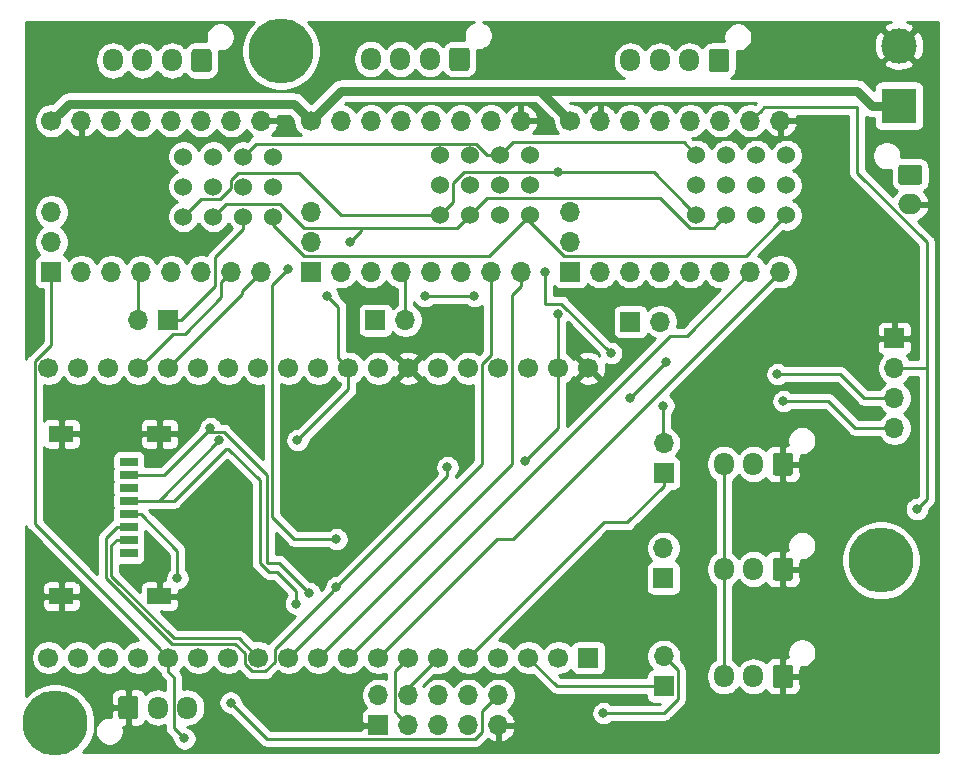
<source format=gbr>
G04 #@! TF.GenerationSoftware,KiCad,Pcbnew,5.1.5*
G04 #@! TF.CreationDate,2020-07-04T13:20:11+02:00*
G04 #@! TF.ProjectId,GECAUF,47454341-5546-42e6-9b69-6361645f7063,1.0*
G04 #@! TF.SameCoordinates,Original*
G04 #@! TF.FileFunction,Copper,L2,Bot*
G04 #@! TF.FilePolarity,Positive*
%FSLAX46Y46*%
G04 Gerber Fmt 4.6, Leading zero omitted, Abs format (unit mm)*
G04 Created by KiCad (PCBNEW 5.1.5) date 2020-07-04 13:20:11*
%MOMM*%
%LPD*%
G04 APERTURE LIST*
%ADD10C,5.500000*%
%ADD11C,1.700000*%
%ADD12R,1.700000X1.700000*%
%ADD13O,1.700000X1.950000*%
%ADD14C,0.100000*%
%ADD15O,1.700000X1.700000*%
%ADD16R,3.000000X3.000000*%
%ADD17C,3.000000*%
%ADD18O,2.000000X1.700000*%
%ADD19C,1.524000*%
%ADD20R,2.000000X1.450000*%
%ADD21R,1.500000X0.800000*%
%ADD22C,0.800000*%
%ADD23C,0.800000*%
%ADD24C,0.250000*%
%ADD25C,0.254000*%
G04 APERTURE END LIST*
D10*
X122300000Y-103200000D03*
X173100000Y-146300000D03*
X103200000Y-160100000D03*
D11*
X128016000Y-154548000D03*
X125476000Y-154548000D03*
X122936000Y-154548000D03*
X120396000Y-154548000D03*
X117856000Y-154548000D03*
X115316000Y-154548000D03*
X112776000Y-154548000D03*
X110236000Y-154548000D03*
X107696000Y-154548000D03*
X105156000Y-154548000D03*
X102616000Y-154548000D03*
X130556000Y-154548000D03*
X133096000Y-154548000D03*
X135636000Y-154548000D03*
X138176000Y-154548000D03*
X140716000Y-154548000D03*
X143256000Y-154548000D03*
X145796000Y-154548000D03*
D12*
X148336000Y-154548000D03*
D11*
X148336000Y-130048000D03*
X145796000Y-130048000D03*
X143256000Y-130048000D03*
X140716000Y-130048000D03*
X102616000Y-130048000D03*
X105156000Y-130048000D03*
X107696000Y-130048000D03*
X110236000Y-130048000D03*
X138176000Y-130048000D03*
X135636000Y-130048000D03*
X133096000Y-130048000D03*
X130556000Y-130048000D03*
X125476000Y-130048000D03*
X117856000Y-130048000D03*
X128016000Y-130048000D03*
X112776000Y-130048000D03*
X115316000Y-130048000D03*
X122936000Y-130048000D03*
X120396000Y-130048000D03*
D13*
X151885000Y-104000000D03*
X154385000Y-104000000D03*
X156885000Y-104000000D03*
G04 #@! TA.AperFunction,ComponentPad*
D14*
G36*
X160009504Y-103026204D02*
G01*
X160033773Y-103029804D01*
X160057571Y-103035765D01*
X160080671Y-103044030D01*
X160102849Y-103054520D01*
X160123893Y-103067133D01*
X160143598Y-103081747D01*
X160161777Y-103098223D01*
X160178253Y-103116402D01*
X160192867Y-103136107D01*
X160205480Y-103157151D01*
X160215970Y-103179329D01*
X160224235Y-103202429D01*
X160230196Y-103226227D01*
X160233796Y-103250496D01*
X160235000Y-103275000D01*
X160235000Y-104725000D01*
X160233796Y-104749504D01*
X160230196Y-104773773D01*
X160224235Y-104797571D01*
X160215970Y-104820671D01*
X160205480Y-104842849D01*
X160192867Y-104863893D01*
X160178253Y-104883598D01*
X160161777Y-104901777D01*
X160143598Y-104918253D01*
X160123893Y-104932867D01*
X160102849Y-104945480D01*
X160080671Y-104955970D01*
X160057571Y-104964235D01*
X160033773Y-104970196D01*
X160009504Y-104973796D01*
X159985000Y-104975000D01*
X158785000Y-104975000D01*
X158760496Y-104973796D01*
X158736227Y-104970196D01*
X158712429Y-104964235D01*
X158689329Y-104955970D01*
X158667151Y-104945480D01*
X158646107Y-104932867D01*
X158626402Y-104918253D01*
X158608223Y-104901777D01*
X158591747Y-104883598D01*
X158577133Y-104863893D01*
X158564520Y-104842849D01*
X158554030Y-104820671D01*
X158545765Y-104797571D01*
X158539804Y-104773773D01*
X158536204Y-104749504D01*
X158535000Y-104725000D01*
X158535000Y-103275000D01*
X158536204Y-103250496D01*
X158539804Y-103226227D01*
X158545765Y-103202429D01*
X158554030Y-103179329D01*
X158564520Y-103157151D01*
X158577133Y-103136107D01*
X158591747Y-103116402D01*
X158608223Y-103098223D01*
X158626402Y-103081747D01*
X158646107Y-103067133D01*
X158667151Y-103054520D01*
X158689329Y-103044030D01*
X158712429Y-103035765D01*
X158736227Y-103029804D01*
X158760496Y-103026204D01*
X158785000Y-103025000D01*
X159985000Y-103025000D01*
X160009504Y-103026204D01*
G37*
G04 #@! TD.AperFunction*
D15*
X174244000Y-135128000D03*
X174244000Y-132588000D03*
X174244000Y-130048000D03*
D12*
X174244000Y-127508000D03*
G04 #@! TA.AperFunction,ComponentPad*
D14*
G36*
X110001984Y-157806684D02*
G01*
X110026253Y-157810284D01*
X110050051Y-157816245D01*
X110073151Y-157824510D01*
X110095329Y-157835000D01*
X110116373Y-157847613D01*
X110136078Y-157862227D01*
X110154257Y-157878703D01*
X110170733Y-157896882D01*
X110185347Y-157916587D01*
X110197960Y-157937631D01*
X110208450Y-157959809D01*
X110216715Y-157982909D01*
X110222676Y-158006707D01*
X110226276Y-158030976D01*
X110227480Y-158055480D01*
X110227480Y-159505480D01*
X110226276Y-159529984D01*
X110222676Y-159554253D01*
X110216715Y-159578051D01*
X110208450Y-159601151D01*
X110197960Y-159623329D01*
X110185347Y-159644373D01*
X110170733Y-159664078D01*
X110154257Y-159682257D01*
X110136078Y-159698733D01*
X110116373Y-159713347D01*
X110095329Y-159725960D01*
X110073151Y-159736450D01*
X110050051Y-159744715D01*
X110026253Y-159750676D01*
X110001984Y-159754276D01*
X109977480Y-159755480D01*
X108777480Y-159755480D01*
X108752976Y-159754276D01*
X108728707Y-159750676D01*
X108704909Y-159744715D01*
X108681809Y-159736450D01*
X108659631Y-159725960D01*
X108638587Y-159713347D01*
X108618882Y-159698733D01*
X108600703Y-159682257D01*
X108584227Y-159664078D01*
X108569613Y-159644373D01*
X108557000Y-159623329D01*
X108546510Y-159601151D01*
X108538245Y-159578051D01*
X108532284Y-159554253D01*
X108528684Y-159529984D01*
X108527480Y-159505480D01*
X108527480Y-158055480D01*
X108528684Y-158030976D01*
X108532284Y-158006707D01*
X108538245Y-157982909D01*
X108546510Y-157959809D01*
X108557000Y-157937631D01*
X108569613Y-157916587D01*
X108584227Y-157896882D01*
X108600703Y-157878703D01*
X108618882Y-157862227D01*
X108638587Y-157847613D01*
X108659631Y-157835000D01*
X108681809Y-157824510D01*
X108704909Y-157816245D01*
X108728707Y-157810284D01*
X108752976Y-157806684D01*
X108777480Y-157805480D01*
X109977480Y-157805480D01*
X110001984Y-157806684D01*
G37*
G04 #@! TD.AperFunction*
D13*
X111877480Y-158780480D03*
X114377480Y-158780480D03*
D16*
X174625000Y-107823000D03*
D17*
X174625000Y-102743000D03*
D18*
X175577500Y-116165000D03*
G04 #@! TA.AperFunction,ComponentPad*
D14*
G36*
X176352004Y-112816204D02*
G01*
X176376273Y-112819804D01*
X176400071Y-112825765D01*
X176423171Y-112834030D01*
X176445349Y-112844520D01*
X176466393Y-112857133D01*
X176486098Y-112871747D01*
X176504277Y-112888223D01*
X176520753Y-112906402D01*
X176535367Y-112926107D01*
X176547980Y-112947151D01*
X176558470Y-112969329D01*
X176566735Y-112992429D01*
X176572696Y-113016227D01*
X176576296Y-113040496D01*
X176577500Y-113065000D01*
X176577500Y-114265000D01*
X176576296Y-114289504D01*
X176572696Y-114313773D01*
X176566735Y-114337571D01*
X176558470Y-114360671D01*
X176547980Y-114382849D01*
X176535367Y-114403893D01*
X176520753Y-114423598D01*
X176504277Y-114441777D01*
X176486098Y-114458253D01*
X176466393Y-114472867D01*
X176445349Y-114485480D01*
X176423171Y-114495970D01*
X176400071Y-114504235D01*
X176376273Y-114510196D01*
X176352004Y-114513796D01*
X176327500Y-114515000D01*
X174827500Y-114515000D01*
X174802996Y-114513796D01*
X174778727Y-114510196D01*
X174754929Y-114504235D01*
X174731829Y-114495970D01*
X174709651Y-114485480D01*
X174688607Y-114472867D01*
X174668902Y-114458253D01*
X174650723Y-114441777D01*
X174634247Y-114423598D01*
X174619633Y-114403893D01*
X174607020Y-114382849D01*
X174596530Y-114360671D01*
X174588265Y-114337571D01*
X174582304Y-114313773D01*
X174578704Y-114289504D01*
X174577500Y-114265000D01*
X174577500Y-113065000D01*
X174578704Y-113040496D01*
X174582304Y-113016227D01*
X174588265Y-112992429D01*
X174596530Y-112969329D01*
X174607020Y-112947151D01*
X174619633Y-112926107D01*
X174634247Y-112906402D01*
X174650723Y-112888223D01*
X174668902Y-112871747D01*
X174688607Y-112857133D01*
X174709651Y-112844520D01*
X174731829Y-112834030D01*
X174754929Y-112825765D01*
X174778727Y-112819804D01*
X174802996Y-112816204D01*
X174827500Y-112815000D01*
X176327500Y-112815000D01*
X176352004Y-112816204D01*
G37*
G04 #@! TD.AperFunction*
G04 #@! TA.AperFunction,ComponentPad*
G36*
X116194504Y-103026204D02*
G01*
X116218773Y-103029804D01*
X116242571Y-103035765D01*
X116265671Y-103044030D01*
X116287849Y-103054520D01*
X116308893Y-103067133D01*
X116328598Y-103081747D01*
X116346777Y-103098223D01*
X116363253Y-103116402D01*
X116377867Y-103136107D01*
X116390480Y-103157151D01*
X116400970Y-103179329D01*
X116409235Y-103202429D01*
X116415196Y-103226227D01*
X116418796Y-103250496D01*
X116420000Y-103275000D01*
X116420000Y-104725000D01*
X116418796Y-104749504D01*
X116415196Y-104773773D01*
X116409235Y-104797571D01*
X116400970Y-104820671D01*
X116390480Y-104842849D01*
X116377867Y-104863893D01*
X116363253Y-104883598D01*
X116346777Y-104901777D01*
X116328598Y-104918253D01*
X116308893Y-104932867D01*
X116287849Y-104945480D01*
X116265671Y-104955970D01*
X116242571Y-104964235D01*
X116218773Y-104970196D01*
X116194504Y-104973796D01*
X116170000Y-104975000D01*
X114970000Y-104975000D01*
X114945496Y-104973796D01*
X114921227Y-104970196D01*
X114897429Y-104964235D01*
X114874329Y-104955970D01*
X114852151Y-104945480D01*
X114831107Y-104932867D01*
X114811402Y-104918253D01*
X114793223Y-104901777D01*
X114776747Y-104883598D01*
X114762133Y-104863893D01*
X114749520Y-104842849D01*
X114739030Y-104820671D01*
X114730765Y-104797571D01*
X114724804Y-104773773D01*
X114721204Y-104749504D01*
X114720000Y-104725000D01*
X114720000Y-103275000D01*
X114721204Y-103250496D01*
X114724804Y-103226227D01*
X114730765Y-103202429D01*
X114739030Y-103179329D01*
X114749520Y-103157151D01*
X114762133Y-103136107D01*
X114776747Y-103116402D01*
X114793223Y-103098223D01*
X114811402Y-103081747D01*
X114831107Y-103067133D01*
X114852151Y-103054520D01*
X114874329Y-103044030D01*
X114897429Y-103035765D01*
X114921227Y-103029804D01*
X114945496Y-103026204D01*
X114970000Y-103025000D01*
X116170000Y-103025000D01*
X116194504Y-103026204D01*
G37*
G04 #@! TD.AperFunction*
D13*
X113070000Y-104000000D03*
X110570000Y-104000000D03*
X108070000Y-104000000D03*
X129914000Y-103886000D03*
X132414000Y-103886000D03*
X134914000Y-103886000D03*
G04 #@! TA.AperFunction,ComponentPad*
D14*
G36*
X138038504Y-102912204D02*
G01*
X138062773Y-102915804D01*
X138086571Y-102921765D01*
X138109671Y-102930030D01*
X138131849Y-102940520D01*
X138152893Y-102953133D01*
X138172598Y-102967747D01*
X138190777Y-102984223D01*
X138207253Y-103002402D01*
X138221867Y-103022107D01*
X138234480Y-103043151D01*
X138244970Y-103065329D01*
X138253235Y-103088429D01*
X138259196Y-103112227D01*
X138262796Y-103136496D01*
X138264000Y-103161000D01*
X138264000Y-104611000D01*
X138262796Y-104635504D01*
X138259196Y-104659773D01*
X138253235Y-104683571D01*
X138244970Y-104706671D01*
X138234480Y-104728849D01*
X138221867Y-104749893D01*
X138207253Y-104769598D01*
X138190777Y-104787777D01*
X138172598Y-104804253D01*
X138152893Y-104818867D01*
X138131849Y-104831480D01*
X138109671Y-104841970D01*
X138086571Y-104850235D01*
X138062773Y-104856196D01*
X138038504Y-104859796D01*
X138014000Y-104861000D01*
X136814000Y-104861000D01*
X136789496Y-104859796D01*
X136765227Y-104856196D01*
X136741429Y-104850235D01*
X136718329Y-104841970D01*
X136696151Y-104831480D01*
X136675107Y-104818867D01*
X136655402Y-104804253D01*
X136637223Y-104787777D01*
X136620747Y-104769598D01*
X136606133Y-104749893D01*
X136593520Y-104728849D01*
X136583030Y-104706671D01*
X136574765Y-104683571D01*
X136568804Y-104659773D01*
X136565204Y-104635504D01*
X136564000Y-104611000D01*
X136564000Y-103161000D01*
X136565204Y-103136496D01*
X136568804Y-103112227D01*
X136574765Y-103088429D01*
X136583030Y-103065329D01*
X136593520Y-103043151D01*
X136606133Y-103022107D01*
X136620747Y-103002402D01*
X136637223Y-102984223D01*
X136655402Y-102967747D01*
X136675107Y-102953133D01*
X136696151Y-102940520D01*
X136718329Y-102930030D01*
X136741429Y-102921765D01*
X136765227Y-102915804D01*
X136789496Y-102912204D01*
X136814000Y-102911000D01*
X138014000Y-102911000D01*
X138038504Y-102912204D01*
G37*
G04 #@! TD.AperFunction*
D13*
X159800000Y-156146500D03*
X162300000Y-156146500D03*
G04 #@! TA.AperFunction,ComponentPad*
D14*
G36*
X165424504Y-155172704D02*
G01*
X165448773Y-155176304D01*
X165472571Y-155182265D01*
X165495671Y-155190530D01*
X165517849Y-155201020D01*
X165538893Y-155213633D01*
X165558598Y-155228247D01*
X165576777Y-155244723D01*
X165593253Y-155262902D01*
X165607867Y-155282607D01*
X165620480Y-155303651D01*
X165630970Y-155325829D01*
X165639235Y-155348929D01*
X165645196Y-155372727D01*
X165648796Y-155396996D01*
X165650000Y-155421500D01*
X165650000Y-156871500D01*
X165648796Y-156896004D01*
X165645196Y-156920273D01*
X165639235Y-156944071D01*
X165630970Y-156967171D01*
X165620480Y-156989349D01*
X165607867Y-157010393D01*
X165593253Y-157030098D01*
X165576777Y-157048277D01*
X165558598Y-157064753D01*
X165538893Y-157079367D01*
X165517849Y-157091980D01*
X165495671Y-157102470D01*
X165472571Y-157110735D01*
X165448773Y-157116696D01*
X165424504Y-157120296D01*
X165400000Y-157121500D01*
X164200000Y-157121500D01*
X164175496Y-157120296D01*
X164151227Y-157116696D01*
X164127429Y-157110735D01*
X164104329Y-157102470D01*
X164082151Y-157091980D01*
X164061107Y-157079367D01*
X164041402Y-157064753D01*
X164023223Y-157048277D01*
X164006747Y-157030098D01*
X163992133Y-157010393D01*
X163979520Y-156989349D01*
X163969030Y-156967171D01*
X163960765Y-156944071D01*
X163954804Y-156920273D01*
X163951204Y-156896004D01*
X163950000Y-156871500D01*
X163950000Y-155421500D01*
X163951204Y-155396996D01*
X163954804Y-155372727D01*
X163960765Y-155348929D01*
X163969030Y-155325829D01*
X163979520Y-155303651D01*
X163992133Y-155282607D01*
X164006747Y-155262902D01*
X164023223Y-155244723D01*
X164041402Y-155228247D01*
X164061107Y-155213633D01*
X164082151Y-155201020D01*
X164104329Y-155190530D01*
X164127429Y-155182265D01*
X164151227Y-155176304D01*
X164175496Y-155172704D01*
X164200000Y-155171500D01*
X165400000Y-155171500D01*
X165424504Y-155172704D01*
G37*
G04 #@! TD.AperFunction*
G04 #@! TA.AperFunction,ComponentPad*
G36*
X165424504Y-146092204D02*
G01*
X165448773Y-146095804D01*
X165472571Y-146101765D01*
X165495671Y-146110030D01*
X165517849Y-146120520D01*
X165538893Y-146133133D01*
X165558598Y-146147747D01*
X165576777Y-146164223D01*
X165593253Y-146182402D01*
X165607867Y-146202107D01*
X165620480Y-146223151D01*
X165630970Y-146245329D01*
X165639235Y-146268429D01*
X165645196Y-146292227D01*
X165648796Y-146316496D01*
X165650000Y-146341000D01*
X165650000Y-147791000D01*
X165648796Y-147815504D01*
X165645196Y-147839773D01*
X165639235Y-147863571D01*
X165630970Y-147886671D01*
X165620480Y-147908849D01*
X165607867Y-147929893D01*
X165593253Y-147949598D01*
X165576777Y-147967777D01*
X165558598Y-147984253D01*
X165538893Y-147998867D01*
X165517849Y-148011480D01*
X165495671Y-148021970D01*
X165472571Y-148030235D01*
X165448773Y-148036196D01*
X165424504Y-148039796D01*
X165400000Y-148041000D01*
X164200000Y-148041000D01*
X164175496Y-148039796D01*
X164151227Y-148036196D01*
X164127429Y-148030235D01*
X164104329Y-148021970D01*
X164082151Y-148011480D01*
X164061107Y-147998867D01*
X164041402Y-147984253D01*
X164023223Y-147967777D01*
X164006747Y-147949598D01*
X163992133Y-147929893D01*
X163979520Y-147908849D01*
X163969030Y-147886671D01*
X163960765Y-147863571D01*
X163954804Y-147839773D01*
X163951204Y-147815504D01*
X163950000Y-147791000D01*
X163950000Y-146341000D01*
X163951204Y-146316496D01*
X163954804Y-146292227D01*
X163960765Y-146268429D01*
X163969030Y-146245329D01*
X163979520Y-146223151D01*
X163992133Y-146202107D01*
X164006747Y-146182402D01*
X164023223Y-146164223D01*
X164041402Y-146147747D01*
X164061107Y-146133133D01*
X164082151Y-146120520D01*
X164104329Y-146110030D01*
X164127429Y-146101765D01*
X164151227Y-146095804D01*
X164175496Y-146092204D01*
X164200000Y-146091000D01*
X165400000Y-146091000D01*
X165424504Y-146092204D01*
G37*
G04 #@! TD.AperFunction*
D13*
X162300000Y-147066000D03*
X159800000Y-147066000D03*
X159800000Y-138176000D03*
X162300000Y-138176000D03*
G04 #@! TA.AperFunction,ComponentPad*
D14*
G36*
X165424504Y-137202204D02*
G01*
X165448773Y-137205804D01*
X165472571Y-137211765D01*
X165495671Y-137220030D01*
X165517849Y-137230520D01*
X165538893Y-137243133D01*
X165558598Y-137257747D01*
X165576777Y-137274223D01*
X165593253Y-137292402D01*
X165607867Y-137312107D01*
X165620480Y-137333151D01*
X165630970Y-137355329D01*
X165639235Y-137378429D01*
X165645196Y-137402227D01*
X165648796Y-137426496D01*
X165650000Y-137451000D01*
X165650000Y-138901000D01*
X165648796Y-138925504D01*
X165645196Y-138949773D01*
X165639235Y-138973571D01*
X165630970Y-138996671D01*
X165620480Y-139018849D01*
X165607867Y-139039893D01*
X165593253Y-139059598D01*
X165576777Y-139077777D01*
X165558598Y-139094253D01*
X165538893Y-139108867D01*
X165517849Y-139121480D01*
X165495671Y-139131970D01*
X165472571Y-139140235D01*
X165448773Y-139146196D01*
X165424504Y-139149796D01*
X165400000Y-139151000D01*
X164200000Y-139151000D01*
X164175496Y-139149796D01*
X164151227Y-139146196D01*
X164127429Y-139140235D01*
X164104329Y-139131970D01*
X164082151Y-139121480D01*
X164061107Y-139108867D01*
X164041402Y-139094253D01*
X164023223Y-139077777D01*
X164006747Y-139059598D01*
X163992133Y-139039893D01*
X163979520Y-139018849D01*
X163969030Y-138996671D01*
X163960765Y-138973571D01*
X163954804Y-138949773D01*
X163951204Y-138925504D01*
X163950000Y-138901000D01*
X163950000Y-137451000D01*
X163951204Y-137426496D01*
X163954804Y-137402227D01*
X163960765Y-137378429D01*
X163969030Y-137355329D01*
X163979520Y-137333151D01*
X163992133Y-137312107D01*
X164006747Y-137292402D01*
X164023223Y-137274223D01*
X164041402Y-137257747D01*
X164061107Y-137243133D01*
X164082151Y-137230520D01*
X164104329Y-137220030D01*
X164127429Y-137211765D01*
X164151227Y-137205804D01*
X164175496Y-137202204D01*
X164200000Y-137201000D01*
X165400000Y-137201000D01*
X165424504Y-137202204D01*
G37*
G04 #@! TD.AperFunction*
D15*
X110236000Y-125984000D03*
D12*
X112776000Y-125984000D03*
D15*
X132842000Y-125984000D03*
D12*
X130302000Y-125984000D03*
X151892000Y-126111000D03*
D15*
X154432000Y-126111000D03*
D12*
X154700000Y-156972000D03*
D15*
X154700000Y-154432000D03*
D12*
X154686000Y-147828000D03*
D15*
X154686000Y-145288000D03*
X154700000Y-136398000D03*
D12*
X154700000Y-138938000D03*
D15*
X120650000Y-121900000D03*
X118110000Y-121900000D03*
X115570000Y-121900000D03*
X113030000Y-121900000D03*
X110490000Y-121900000D03*
X107950000Y-121900000D03*
X105410000Y-121900000D03*
D12*
X102870000Y-121900000D03*
D15*
X105410000Y-109100000D03*
X107950000Y-109100000D03*
X110490000Y-109100000D03*
X120650000Y-109100000D03*
X118110000Y-109100000D03*
X113030000Y-109100000D03*
D11*
X102870000Y-109100000D03*
D15*
X115570000Y-109100000D03*
X102870000Y-119360000D03*
X102870000Y-116820000D03*
X124841000Y-116820000D03*
X124841000Y-119360000D03*
X137541000Y-109100000D03*
D11*
X124841000Y-109100000D03*
D15*
X135001000Y-109100000D03*
X140081000Y-109100000D03*
X142621000Y-109100000D03*
X132461000Y-109100000D03*
X129921000Y-109100000D03*
X127381000Y-109100000D03*
D12*
X124841000Y-121900000D03*
D15*
X127381000Y-121900000D03*
X129921000Y-121900000D03*
X132461000Y-121900000D03*
X135001000Y-121900000D03*
X137541000Y-121900000D03*
X140081000Y-121900000D03*
X142621000Y-121900000D03*
X164592000Y-121900000D03*
X162052000Y-121900000D03*
X159512000Y-121900000D03*
X156972000Y-121900000D03*
X154432000Y-121900000D03*
X151892000Y-121900000D03*
X149352000Y-121900000D03*
D12*
X146812000Y-121900000D03*
D15*
X149352000Y-109100000D03*
X151892000Y-109100000D03*
X154432000Y-109100000D03*
X164592000Y-109100000D03*
X162052000Y-109100000D03*
X156972000Y-109100000D03*
D11*
X146812000Y-109100000D03*
D15*
X159512000Y-109100000D03*
X146812000Y-119360000D03*
X146812000Y-116820000D03*
D19*
X121666000Y-112141000D03*
X119126000Y-112141000D03*
X116586000Y-112141000D03*
X114046000Y-112141000D03*
X121666000Y-114681000D03*
X119126000Y-114681000D03*
X116586000Y-114681000D03*
X114046000Y-114681000D03*
X121666000Y-117221000D03*
X119126000Y-117221000D03*
X116586000Y-117221000D03*
X114046000Y-117221000D03*
X135763000Y-117094000D03*
X138303000Y-117094000D03*
X140843000Y-117094000D03*
X143383000Y-117094000D03*
X135763000Y-114554000D03*
X138303000Y-114554000D03*
X140843000Y-114554000D03*
X143383000Y-114554000D03*
X135763000Y-112014000D03*
X138303000Y-112014000D03*
X140843000Y-112014000D03*
X143383000Y-112014000D03*
X165100000Y-112014000D03*
X162560000Y-112014000D03*
X160020000Y-112014000D03*
X157480000Y-112014000D03*
X165100000Y-114554000D03*
X162560000Y-114554000D03*
X160020000Y-114554000D03*
X157480000Y-114554000D03*
X165100000Y-117094000D03*
X162560000Y-117094000D03*
X160020000Y-117094000D03*
X157480000Y-117094000D03*
D20*
X112014000Y-135619000D03*
X112014000Y-149369000D03*
X103714000Y-149369000D03*
X103714000Y-135619000D03*
D21*
X109414000Y-137999000D03*
X109414000Y-139099000D03*
X109414000Y-140199000D03*
X109414000Y-141299000D03*
X109414000Y-142399000D03*
X109414000Y-143499000D03*
X109414000Y-144599000D03*
X109414000Y-145699000D03*
D12*
X130556000Y-160274000D03*
D15*
X130556000Y-157734000D03*
X133096000Y-160274000D03*
X133096000Y-157734000D03*
X135636000Y-160274000D03*
X135636000Y-157734000D03*
X138176000Y-160274000D03*
X138176000Y-157734000D03*
X140716000Y-160274000D03*
X140716000Y-157734000D03*
D22*
X127508000Y-142240000D03*
X105410000Y-144018000D03*
X160020000Y-131826000D03*
X128524000Y-142240000D03*
X129540000Y-142240000D03*
X102870000Y-146558000D03*
X115570000Y-148676360D03*
X117805200Y-138277600D03*
X164846000Y-132842000D03*
X151892000Y-132588000D03*
X154940000Y-129540000D03*
X164338000Y-130556000D03*
X176149000Y-141986000D03*
X113538000Y-147828000D03*
X118033800Y-158358840D03*
X116332000Y-135128000D03*
X124714000Y-149098000D03*
X128143000Y-119380000D03*
X126238000Y-123952000D03*
X123698000Y-136144000D03*
X117094000Y-136144000D03*
X123571000Y-149987000D03*
X145740001Y-113466999D03*
X145796000Y-125476000D03*
X143002000Y-137922000D03*
X136398000Y-138430000D03*
X127000000Y-148590000D03*
X134493000Y-123952000D03*
X138684000Y-123952000D03*
X114127280Y-161401760D03*
X149606000Y-159258000D03*
X122936000Y-121666000D03*
X127000000Y-144526000D03*
X144653000Y-121920000D03*
X150241000Y-128778000D03*
X154686000Y-133223000D03*
D23*
X172325000Y-107823000D02*
X171055000Y-106553000D01*
X174625000Y-107823000D02*
X172325000Y-107823000D01*
X144265000Y-106553000D02*
X144018000Y-106553000D01*
X146812000Y-109100000D02*
X144265000Y-106553000D01*
X171055000Y-106553000D02*
X144018000Y-106553000D01*
X127388000Y-106553000D02*
X124841000Y-109100000D01*
X144018000Y-106553000D02*
X127388000Y-106553000D01*
X123390999Y-107649999D02*
X104320001Y-107649999D01*
X103719999Y-108250001D02*
X102870000Y-109100000D01*
X104320001Y-107649999D02*
X103719999Y-108250001D01*
X124841000Y-109100000D02*
X123390999Y-107649999D01*
D24*
X114877360Y-149369000D02*
X115570000Y-148676360D01*
X112014000Y-149369000D02*
X114877360Y-149369000D01*
X159800000Y-147066000D02*
X159800000Y-138176000D01*
X159800000Y-148291000D02*
X159800000Y-156146500D01*
X159800000Y-147066000D02*
X159800000Y-148291000D01*
X159800000Y-147066000D02*
X160513285Y-147066000D01*
X164846000Y-132842000D02*
X168656000Y-132842000D01*
X170942000Y-135128000D02*
X174244000Y-135128000D01*
X168656000Y-132842000D02*
X170942000Y-135128000D01*
X151892000Y-132588000D02*
X154940000Y-129540000D01*
X154940000Y-129540000D02*
X154940000Y-129540000D01*
X164338000Y-130556000D02*
X169672000Y-130556000D01*
X171704000Y-132588000D02*
X174244000Y-132588000D01*
X169672000Y-130556000D02*
X171704000Y-132588000D01*
X163227001Y-107924999D02*
X162901999Y-108250001D01*
X162901999Y-108250001D02*
X162052000Y-109100000D01*
X141604999Y-111252001D02*
X140843000Y-112014000D01*
X141930001Y-110926999D02*
X141604999Y-111252001D01*
X156392999Y-110926999D02*
X141930001Y-110926999D01*
X157480000Y-112014000D02*
X156392999Y-110926999D01*
X138805369Y-111053999D02*
X120213001Y-111053999D01*
X120213001Y-111053999D02*
X119887999Y-111379001D01*
X139765370Y-112014000D02*
X138805369Y-111053999D01*
X119887999Y-111379001D02*
X119126000Y-112141000D01*
X140843000Y-112014000D02*
X139765370Y-112014000D01*
X177004510Y-119403725D02*
X171094001Y-113493216D01*
X176149000Y-141986000D02*
X177004510Y-141130490D01*
X171094001Y-107924999D02*
X163227001Y-107924999D01*
X171094001Y-113493216D02*
X171094001Y-107924999D01*
X171109189Y-107924999D02*
X171094001Y-107924999D01*
X113538000Y-145523000D02*
X110414000Y-142399000D01*
X110414000Y-142399000D02*
X109414000Y-142399000D01*
X113538000Y-147828000D02*
X113538000Y-145523000D01*
X177004510Y-130014510D02*
X176971020Y-130048000D01*
X177004510Y-130014510D02*
X177004510Y-119403725D01*
X176971020Y-130048000D02*
X174244000Y-130048000D01*
X177004510Y-141130490D02*
X177004510Y-130014510D01*
X138740001Y-161449001D02*
X121123961Y-161449001D01*
X139351001Y-160838001D02*
X138740001Y-161449001D01*
X140716000Y-157734000D02*
X139351001Y-159098999D01*
X139351001Y-159098999D02*
X139351001Y-160838001D01*
X121123961Y-161449001D02*
X118033800Y-158358840D01*
X118033800Y-158358840D02*
X118033800Y-158358840D01*
X131920999Y-159098999D02*
X132246001Y-159424001D01*
X131920999Y-155723001D02*
X131920999Y-159098999D01*
X132246001Y-159424001D02*
X133096000Y-160274000D01*
X133096000Y-154548000D02*
X131920999Y-155723001D01*
X142621001Y-117855999D02*
X143383000Y-117094000D01*
X139941999Y-120535001D02*
X142621001Y-117855999D01*
X124276999Y-120535001D02*
X139941999Y-120535001D01*
X121666000Y-117924002D02*
X124276999Y-120535001D01*
X121666000Y-117221000D02*
X121666000Y-117924002D01*
X161658999Y-120535001D02*
X164338001Y-117855999D01*
X164338001Y-117855999D02*
X165100000Y-117094000D01*
X146247999Y-120535001D02*
X161658999Y-120535001D01*
X143383000Y-117670002D02*
X146247999Y-120535001D01*
X143383000Y-117094000D02*
X143383000Y-117670002D01*
X109414000Y-139099000D02*
X112361000Y-139099000D01*
X121120991Y-139097989D02*
X121120991Y-146520991D01*
X112361000Y-139099000D02*
X113665000Y-137795000D01*
X113665000Y-137795000D02*
X116332000Y-135128000D01*
X117442001Y-135418999D02*
X121120991Y-139097989D01*
X113665000Y-137795000D02*
X116041001Y-135418999D01*
X116041001Y-135418999D02*
X117442001Y-135418999D01*
X121120991Y-146520991D02*
X122136991Y-146520991D01*
X122136991Y-146520991D02*
X124714000Y-149098000D01*
X124714000Y-149098000D02*
X124714000Y-149098000D01*
X137541001Y-117855999D02*
X138303000Y-117094000D01*
X137212001Y-118184999D02*
X137541001Y-117855999D01*
X122187761Y-116133999D02*
X124238761Y-118184999D01*
X117673001Y-116133999D02*
X122187761Y-116133999D01*
X116586000Y-117221000D02*
X117673001Y-116133999D01*
X159258001Y-117855999D02*
X160020000Y-117094000D01*
X158932999Y-118181001D02*
X159258001Y-117855999D01*
X156958239Y-118181001D02*
X158932999Y-118181001D01*
X154422237Y-115644999D02*
X156958239Y-118181001D01*
X138303000Y-117094000D02*
X139752001Y-115644999D01*
X129084001Y-118184999D02*
X137212001Y-118184999D01*
X129084001Y-118438999D02*
X128143000Y-119380000D01*
X129084001Y-118184999D02*
X129084001Y-118438999D01*
X124238761Y-118184999D02*
X129084001Y-118184999D01*
X127166001Y-129198001D02*
X127166001Y-124880001D01*
X128016000Y-130048000D02*
X127166001Y-129198001D01*
X127166001Y-124880001D02*
X126238000Y-123952000D01*
X126238000Y-123952000D02*
X126238000Y-123952000D01*
X139752001Y-115644999D02*
X154422237Y-115644999D01*
X128016000Y-130048000D02*
X128016000Y-131826000D01*
X128016000Y-131826000D02*
X123698000Y-136144000D01*
X123698000Y-136144000D02*
X123698000Y-136144000D01*
X111939000Y-141299000D02*
X109414000Y-141299000D01*
X117094000Y-136144000D02*
X111939000Y-141299000D01*
X123571000Y-149987000D02*
X123698000Y-150114000D01*
X111939000Y-141299000D02*
X113214080Y-141299000D01*
X117657880Y-136855200D02*
X117800120Y-136855200D01*
X113214080Y-141299000D02*
X117657880Y-136855200D01*
X117800120Y-136855200D02*
X120502680Y-139557760D01*
X120502680Y-146539090D02*
X121263270Y-147299680D01*
X120502680Y-139557760D02*
X120502680Y-146539090D01*
X121263270Y-147299680D02*
X121965720Y-147299680D01*
X123571000Y-148904960D02*
X123571000Y-149987000D01*
X121965720Y-147299680D02*
X123571000Y-148904960D01*
X118038999Y-114159239D02*
X118660238Y-113538000D01*
X118038999Y-114836763D02*
X118038999Y-114159239D01*
X117107761Y-115768001D02*
X118038999Y-114836763D01*
X114046000Y-117221000D02*
X115498999Y-115768001D01*
X115498999Y-115768001D02*
X117107761Y-115768001D01*
X118660238Y-113538000D02*
X123825000Y-113538000D01*
X127381000Y-117094000D02*
X135763000Y-117094000D01*
X123825000Y-113538000D02*
X127381000Y-117094000D01*
X153852999Y-113466999D02*
X156718001Y-116332001D01*
X156718001Y-116332001D02*
X157480000Y-117094000D01*
X137781239Y-113466999D02*
X145740001Y-113466999D01*
X136850001Y-114398237D02*
X137781239Y-113466999D01*
X136850001Y-116006999D02*
X136850001Y-114398237D01*
X135763000Y-117094000D02*
X136850001Y-116006999D01*
X145740001Y-113466999D02*
X153852999Y-113466999D01*
X145796000Y-125476000D02*
X145796000Y-130048000D01*
X109414000Y-143499000D02*
X108977000Y-143499000D01*
X145796000Y-130048000D02*
X145796000Y-134874000D01*
X145796000Y-134874000D02*
X145796000Y-135128000D01*
X145796000Y-135128000D02*
X143002000Y-137922000D01*
X143002000Y-137922000D02*
X143002000Y-137922000D01*
X136398000Y-138430000D02*
X136398000Y-139192000D01*
X136398000Y-139192000D02*
X127000000Y-148590000D01*
X127000000Y-148590000D02*
X127000000Y-148590000D01*
X121760999Y-153829001D02*
X126600001Y-148989999D01*
X121760999Y-154922003D02*
X121760999Y-153829001D01*
X120960001Y-155723001D02*
X121760999Y-154922003D01*
X119831999Y-155723001D02*
X120960001Y-155723001D01*
X119220999Y-155112001D02*
X119831999Y-155723001D01*
X119220999Y-154173997D02*
X119220999Y-155112001D01*
X118420001Y-153372999D02*
X119220999Y-154173997D01*
X113071587Y-153372999D02*
X118420001Y-153372999D01*
X107499991Y-147801403D02*
X113071587Y-153372999D01*
X126600001Y-148989999D02*
X127000000Y-148590000D01*
X107499991Y-144413009D02*
X107499991Y-147801403D01*
X108414000Y-143499000D02*
X107499991Y-144413009D01*
X109414000Y-143499000D02*
X108414000Y-143499000D01*
X120396000Y-154548000D02*
X118756000Y-152908000D01*
X113242998Y-152908000D02*
X107950000Y-147615002D01*
X118756000Y-152908000D02*
X113242998Y-152908000D01*
X108414000Y-144599000D02*
X109414000Y-144599000D01*
X107950000Y-145063000D02*
X108414000Y-144599000D01*
X107950000Y-147615002D02*
X107950000Y-145063000D01*
X145680000Y-156972000D02*
X143256000Y-154548000D01*
X154700000Y-156972000D02*
X145680000Y-156972000D01*
X154700000Y-140038000D02*
X151638000Y-143100000D01*
X154700000Y-138938000D02*
X154700000Y-140038000D01*
X149624000Y-143100000D02*
X138176000Y-154548000D01*
X151638000Y-143100000D02*
X149624000Y-143100000D01*
X134493000Y-123952000D02*
X138684000Y-123952000D01*
X138684000Y-123952000D02*
X138684000Y-123952000D01*
X101440999Y-129483999D02*
X101440999Y-143212999D01*
X102870000Y-128054998D02*
X101440999Y-129483999D01*
X111926001Y-153698001D02*
X112776000Y-154548000D01*
X101440999Y-143212999D02*
X111926001Y-153698001D01*
X102870000Y-121900000D02*
X102870000Y-128054998D01*
X113202470Y-160476950D02*
X113727281Y-161001761D01*
X113202470Y-156176551D02*
X113202470Y-160476950D01*
X112776000Y-155750081D02*
X113202470Y-156176551D01*
X113727281Y-161001761D02*
X114127280Y-161401760D01*
X112776000Y-154548000D02*
X112776000Y-155750081D01*
X110236000Y-122154000D02*
X110490000Y-121900000D01*
X110236000Y-125984000D02*
X110236000Y-122154000D01*
X113876000Y-125984000D02*
X112776000Y-125984000D01*
X116745001Y-120679629D02*
X116745001Y-123114999D01*
X116745001Y-123114999D02*
X113876000Y-125984000D01*
X119126000Y-118298630D02*
X116745001Y-120679629D01*
X119126000Y-117221000D02*
X119126000Y-118298630D01*
X132842000Y-122281000D02*
X132461000Y-121900000D01*
X132842000Y-125984000D02*
X132842000Y-122281000D01*
X155875001Y-155607001D02*
X155549999Y-155281999D01*
X155875001Y-158082001D02*
X155875001Y-155607001D01*
X154699002Y-159258000D02*
X155875001Y-158082001D01*
X155549999Y-155281999D02*
X154700000Y-154432000D01*
X149606000Y-159258000D02*
X154699002Y-159258000D01*
X124841000Y-116820000D02*
X124841000Y-117475000D01*
X123444000Y-144526000D02*
X123444000Y-144526000D01*
X123444000Y-144526000D02*
X127000000Y-144526000D01*
X121571001Y-142653001D02*
X123444000Y-144526000D01*
X122936000Y-121666000D02*
X121571001Y-123030999D01*
X121571001Y-123030999D02*
X121571001Y-142653001D01*
X144653000Y-121920000D02*
X144653000Y-124587000D01*
X144653000Y-124587000D02*
X146050000Y-124587000D01*
X146050000Y-124587000D02*
X150241000Y-128778000D01*
X150241000Y-128778000D02*
X150241000Y-128778000D01*
X154686000Y-136384000D02*
X154700000Y-136398000D01*
X154686000Y-133223000D02*
X154686000Y-136384000D01*
X141891001Y-138132999D02*
X126325999Y-153698001D01*
X141891001Y-123832080D02*
X141891001Y-138132999D01*
X142621000Y-123102081D02*
X141891001Y-123832080D01*
X126325999Y-153698001D02*
X125476000Y-154548000D01*
X142621000Y-121900000D02*
X142621000Y-123102081D01*
X120650000Y-121900000D02*
X119031001Y-123518999D01*
X119031001Y-123792999D02*
X112776000Y-130048000D01*
X119031001Y-123518999D02*
X119031001Y-123792999D01*
X155277999Y-127286001D02*
X128865999Y-153698001D01*
X156665999Y-127286001D02*
X155277999Y-127286001D01*
X128865999Y-153698001D02*
X128016000Y-154548000D01*
X162052000Y-121900000D02*
X156665999Y-127286001D01*
X139351001Y-138132999D02*
X123785999Y-153698001D01*
X123785999Y-153698001D02*
X122936000Y-154548000D01*
X139351001Y-129673997D02*
X139351001Y-138132999D01*
X140081000Y-128943998D02*
X139351001Y-129673997D01*
X140081000Y-121900000D02*
X140081000Y-128943998D01*
X117260001Y-122749999D02*
X117260001Y-124039999D01*
X118110000Y-121900000D02*
X117260001Y-122749999D01*
X111085999Y-129198001D02*
X110236000Y-130048000D01*
X113124999Y-127159001D02*
X111085999Y-129198001D01*
X114140999Y-127159001D02*
X113124999Y-127159001D01*
X117260001Y-124039999D02*
X114140999Y-127159001D01*
X141966000Y-144526000D02*
X164592000Y-121900000D01*
X130556000Y-154548000D02*
X140578000Y-144526000D01*
X140578000Y-144526000D02*
X141966000Y-144526000D01*
X133096000Y-157088000D02*
X133096000Y-157734000D01*
X135636000Y-154548000D02*
X133096000Y-157088000D01*
D25*
G36*
X119670698Y-101042188D02*
G01*
X119300252Y-101596601D01*
X119045083Y-102212632D01*
X118915000Y-102866607D01*
X118915000Y-103533393D01*
X119045083Y-104187368D01*
X119300252Y-104803399D01*
X119670698Y-105357812D01*
X120142188Y-105829302D01*
X120696601Y-106199748D01*
X121312632Y-106454917D01*
X121966607Y-106585000D01*
X122633393Y-106585000D01*
X123287368Y-106454917D01*
X123903399Y-106199748D01*
X124457812Y-105829302D01*
X124929302Y-105357812D01*
X125299748Y-104803399D01*
X125554917Y-104187368D01*
X125685000Y-103533393D01*
X125685000Y-102866607D01*
X125554917Y-102212632D01*
X125299748Y-101596601D01*
X124929302Y-101042188D01*
X124597114Y-100710000D01*
X138625904Y-100710000D01*
X138429008Y-100791557D01*
X138226733Y-100926713D01*
X138054713Y-101098733D01*
X137919557Y-101301008D01*
X137826460Y-101525764D01*
X137779000Y-101764363D01*
X137779000Y-102007637D01*
X137826460Y-102246236D01*
X137837516Y-102272928D01*
X136814000Y-102272928D01*
X136640746Y-102289992D01*
X136474150Y-102340528D01*
X136320614Y-102422595D01*
X136186038Y-102533038D01*
X136075595Y-102667614D01*
X136021223Y-102769337D01*
X135969134Y-102705866D01*
X135743014Y-102520294D01*
X135485034Y-102382401D01*
X135205111Y-102297487D01*
X134914000Y-102268815D01*
X134622890Y-102297487D01*
X134342967Y-102382401D01*
X134084987Y-102520294D01*
X133858866Y-102705866D01*
X133673294Y-102931986D01*
X133664000Y-102949374D01*
X133654706Y-102931986D01*
X133469134Y-102705866D01*
X133243014Y-102520294D01*
X132985034Y-102382401D01*
X132705111Y-102297487D01*
X132414000Y-102268815D01*
X132122890Y-102297487D01*
X131842967Y-102382401D01*
X131584987Y-102520294D01*
X131358866Y-102705866D01*
X131173294Y-102931986D01*
X131164000Y-102949374D01*
X131154706Y-102931986D01*
X130969134Y-102705866D01*
X130743014Y-102520294D01*
X130485034Y-102382401D01*
X130205111Y-102297487D01*
X129914000Y-102268815D01*
X129622890Y-102297487D01*
X129342967Y-102382401D01*
X129084987Y-102520294D01*
X128858866Y-102705866D01*
X128673294Y-102931986D01*
X128535401Y-103189966D01*
X128450487Y-103469889D01*
X128429000Y-103688050D01*
X128429000Y-104083949D01*
X128450487Y-104302110D01*
X128535401Y-104582033D01*
X128673294Y-104840013D01*
X128858866Y-105066134D01*
X129084986Y-105251706D01*
X129342966Y-105389599D01*
X129622889Y-105474513D01*
X129914000Y-105503185D01*
X130205110Y-105474513D01*
X130485033Y-105389599D01*
X130743013Y-105251706D01*
X130969134Y-105066134D01*
X131154706Y-104840014D01*
X131164000Y-104822626D01*
X131173294Y-104840013D01*
X131358866Y-105066134D01*
X131584986Y-105251706D01*
X131842966Y-105389599D01*
X132122889Y-105474513D01*
X132414000Y-105503185D01*
X132705110Y-105474513D01*
X132985033Y-105389599D01*
X133243013Y-105251706D01*
X133469134Y-105066134D01*
X133654706Y-104840014D01*
X133664000Y-104822626D01*
X133673294Y-104840013D01*
X133858866Y-105066134D01*
X134084986Y-105251706D01*
X134342966Y-105389599D01*
X134622889Y-105474513D01*
X134914000Y-105503185D01*
X135205110Y-105474513D01*
X135485033Y-105389599D01*
X135743013Y-105251706D01*
X135969134Y-105066134D01*
X136021223Y-105002663D01*
X136075595Y-105104386D01*
X136186038Y-105238962D01*
X136320614Y-105349405D01*
X136474150Y-105431472D01*
X136640746Y-105482008D01*
X136814000Y-105499072D01*
X138014000Y-105499072D01*
X138187254Y-105482008D01*
X138353850Y-105431472D01*
X138507386Y-105349405D01*
X138641962Y-105238962D01*
X138752405Y-105104386D01*
X138834472Y-104950850D01*
X138885008Y-104784254D01*
X138902072Y-104611000D01*
X138902072Y-103161000D01*
X138898132Y-103121000D01*
X139135637Y-103121000D01*
X139374236Y-103073540D01*
X139598992Y-102980443D01*
X139801267Y-102845287D01*
X139973287Y-102673267D01*
X140108443Y-102470992D01*
X140201540Y-102246236D01*
X140249000Y-102007637D01*
X140249000Y-101764363D01*
X140201540Y-101525764D01*
X140108443Y-101301008D01*
X139973287Y-101098733D01*
X139801267Y-100926713D01*
X139598992Y-100791557D01*
X139402096Y-100710000D01*
X173972919Y-100710000D01*
X173764617Y-100777757D01*
X173468962Y-100935786D01*
X173312952Y-101251347D01*
X174625000Y-102563395D01*
X175937048Y-101251347D01*
X175781038Y-100935786D01*
X175406255Y-100744980D01*
X175282070Y-100710000D01*
X177890000Y-100710000D01*
X177890001Y-162590000D01*
X105497114Y-162590000D01*
X105829302Y-162257812D01*
X106199748Y-161703399D01*
X106454917Y-161087368D01*
X106540155Y-160658843D01*
X106542480Y-160658843D01*
X106542480Y-160902117D01*
X106589940Y-161140716D01*
X106683037Y-161365472D01*
X106818193Y-161567747D01*
X106990213Y-161739767D01*
X107192488Y-161874923D01*
X107417244Y-161968020D01*
X107655843Y-162015480D01*
X107899117Y-162015480D01*
X108137716Y-161968020D01*
X108362472Y-161874923D01*
X108564747Y-161739767D01*
X108736767Y-161567747D01*
X108871923Y-161365472D01*
X108965020Y-161140716D01*
X109012480Y-160902117D01*
X109012480Y-160658843D01*
X108965020Y-160420244D01*
X108953004Y-160391235D01*
X109091730Y-160390480D01*
X109250480Y-160231730D01*
X109250480Y-158907480D01*
X108051230Y-158907480D01*
X107892480Y-159066230D01*
X107890344Y-159545480D01*
X107655843Y-159545480D01*
X107417244Y-159592940D01*
X107192488Y-159686037D01*
X106990213Y-159821193D01*
X106818193Y-159993213D01*
X106683037Y-160195488D01*
X106589940Y-160420244D01*
X106542480Y-160658843D01*
X106540155Y-160658843D01*
X106585000Y-160433393D01*
X106585000Y-159766607D01*
X106454917Y-159112632D01*
X106199748Y-158496601D01*
X105829302Y-157942188D01*
X105692594Y-157805480D01*
X107889408Y-157805480D01*
X107892480Y-158494730D01*
X108051230Y-158653480D01*
X109250480Y-158653480D01*
X109250480Y-157329230D01*
X109091730Y-157170480D01*
X108527480Y-157167408D01*
X108402998Y-157179668D01*
X108283300Y-157215978D01*
X108172986Y-157274943D01*
X108076295Y-157354295D01*
X107996943Y-157450986D01*
X107937978Y-157561300D01*
X107901668Y-157680998D01*
X107889408Y-157805480D01*
X105692594Y-157805480D01*
X105357812Y-157470698D01*
X104803399Y-157100252D01*
X104187368Y-156845083D01*
X103533393Y-156715000D01*
X102866607Y-156715000D01*
X102212632Y-156845083D01*
X101596601Y-157100252D01*
X101042188Y-157470698D01*
X100710000Y-157802886D01*
X100710000Y-150094000D01*
X102075928Y-150094000D01*
X102088188Y-150218482D01*
X102124498Y-150338180D01*
X102183463Y-150448494D01*
X102262815Y-150545185D01*
X102359506Y-150624537D01*
X102469820Y-150683502D01*
X102589518Y-150719812D01*
X102714000Y-150732072D01*
X103428250Y-150729000D01*
X103587000Y-150570250D01*
X103587000Y-149496000D01*
X103841000Y-149496000D01*
X103841000Y-150570250D01*
X103999750Y-150729000D01*
X104714000Y-150732072D01*
X104838482Y-150719812D01*
X104958180Y-150683502D01*
X105068494Y-150624537D01*
X105165185Y-150545185D01*
X105244537Y-150448494D01*
X105303502Y-150338180D01*
X105339812Y-150218482D01*
X105352072Y-150094000D01*
X105349000Y-149654750D01*
X105190250Y-149496000D01*
X103841000Y-149496000D01*
X103587000Y-149496000D01*
X102237750Y-149496000D01*
X102079000Y-149654750D01*
X102075928Y-150094000D01*
X100710000Y-150094000D01*
X100710000Y-148644000D01*
X102075928Y-148644000D01*
X102079000Y-149083250D01*
X102237750Y-149242000D01*
X103587000Y-149242000D01*
X103587000Y-148167750D01*
X103841000Y-148167750D01*
X103841000Y-149242000D01*
X105190250Y-149242000D01*
X105349000Y-149083250D01*
X105352072Y-148644000D01*
X105339812Y-148519518D01*
X105303502Y-148399820D01*
X105244537Y-148289506D01*
X105165185Y-148192815D01*
X105068494Y-148113463D01*
X104958180Y-148054498D01*
X104838482Y-148018188D01*
X104714000Y-148005928D01*
X103999750Y-148009000D01*
X103841000Y-148167750D01*
X103587000Y-148167750D01*
X103428250Y-148009000D01*
X102714000Y-148005928D01*
X102589518Y-148018188D01*
X102469820Y-148054498D01*
X102359506Y-148113463D01*
X102262815Y-148192815D01*
X102183463Y-148289506D01*
X102124498Y-148399820D01*
X102088188Y-148519518D01*
X102075928Y-148644000D01*
X100710000Y-148644000D01*
X100710000Y-143421334D01*
X100735453Y-143505245D01*
X100806025Y-143637275D01*
X100875610Y-143722063D01*
X100900999Y-143753000D01*
X100929997Y-143776798D01*
X110216198Y-153063000D01*
X110089740Y-153063000D01*
X109802842Y-153120068D01*
X109532589Y-153232010D01*
X109289368Y-153394525D01*
X109082525Y-153601368D01*
X108966000Y-153775760D01*
X108849475Y-153601368D01*
X108642632Y-153394525D01*
X108399411Y-153232010D01*
X108129158Y-153120068D01*
X107842260Y-153063000D01*
X107549740Y-153063000D01*
X107262842Y-153120068D01*
X106992589Y-153232010D01*
X106749368Y-153394525D01*
X106542525Y-153601368D01*
X106426000Y-153775760D01*
X106309475Y-153601368D01*
X106102632Y-153394525D01*
X105859411Y-153232010D01*
X105589158Y-153120068D01*
X105302260Y-153063000D01*
X105009740Y-153063000D01*
X104722842Y-153120068D01*
X104452589Y-153232010D01*
X104209368Y-153394525D01*
X104002525Y-153601368D01*
X103886000Y-153775760D01*
X103769475Y-153601368D01*
X103562632Y-153394525D01*
X103319411Y-153232010D01*
X103049158Y-153120068D01*
X102762260Y-153063000D01*
X102469740Y-153063000D01*
X102182842Y-153120068D01*
X101912589Y-153232010D01*
X101669368Y-153394525D01*
X101462525Y-153601368D01*
X101300010Y-153844589D01*
X101188068Y-154114842D01*
X101131000Y-154401740D01*
X101131000Y-154694260D01*
X101188068Y-154981158D01*
X101300010Y-155251411D01*
X101462525Y-155494632D01*
X101669368Y-155701475D01*
X101912589Y-155863990D01*
X102182842Y-155975932D01*
X102469740Y-156033000D01*
X102762260Y-156033000D01*
X103049158Y-155975932D01*
X103319411Y-155863990D01*
X103562632Y-155701475D01*
X103769475Y-155494632D01*
X103886000Y-155320240D01*
X104002525Y-155494632D01*
X104209368Y-155701475D01*
X104452589Y-155863990D01*
X104722842Y-155975932D01*
X105009740Y-156033000D01*
X105302260Y-156033000D01*
X105589158Y-155975932D01*
X105859411Y-155863990D01*
X106102632Y-155701475D01*
X106309475Y-155494632D01*
X106426000Y-155320240D01*
X106542525Y-155494632D01*
X106749368Y-155701475D01*
X106992589Y-155863990D01*
X107262842Y-155975932D01*
X107549740Y-156033000D01*
X107842260Y-156033000D01*
X108129158Y-155975932D01*
X108399411Y-155863990D01*
X108642632Y-155701475D01*
X108849475Y-155494632D01*
X108966000Y-155320240D01*
X109082525Y-155494632D01*
X109289368Y-155701475D01*
X109532589Y-155863990D01*
X109802842Y-155975932D01*
X110089740Y-156033000D01*
X110382260Y-156033000D01*
X110669158Y-155975932D01*
X110939411Y-155863990D01*
X111182632Y-155701475D01*
X111389475Y-155494632D01*
X111506000Y-155320240D01*
X111622525Y-155494632D01*
X111829368Y-155701475D01*
X112020088Y-155828910D01*
X112026998Y-155899067D01*
X112040180Y-155942523D01*
X112070454Y-156042327D01*
X112141026Y-156174357D01*
X112202285Y-156249000D01*
X112236000Y-156290082D01*
X112264998Y-156313880D01*
X112442470Y-156491352D01*
X112442470Y-157275048D01*
X112168590Y-157191967D01*
X111877480Y-157163295D01*
X111586369Y-157191967D01*
X111306446Y-157276881D01*
X111048466Y-157414774D01*
X110827535Y-157596088D01*
X110816982Y-157561300D01*
X110758017Y-157450986D01*
X110678665Y-157354295D01*
X110581974Y-157274943D01*
X110471660Y-157215978D01*
X110351962Y-157179668D01*
X110227480Y-157167408D01*
X109663230Y-157170480D01*
X109504480Y-157329230D01*
X109504480Y-158653480D01*
X109524480Y-158653480D01*
X109524480Y-158907480D01*
X109504480Y-158907480D01*
X109504480Y-160231730D01*
X109663230Y-160390480D01*
X110227480Y-160393552D01*
X110351962Y-160381292D01*
X110471660Y-160344982D01*
X110581974Y-160286017D01*
X110678665Y-160206665D01*
X110758017Y-160109974D01*
X110816982Y-159999660D01*
X110827535Y-159964872D01*
X111048467Y-160146186D01*
X111306447Y-160284079D01*
X111586370Y-160368993D01*
X111877480Y-160397665D01*
X112168591Y-160368993D01*
X112442471Y-160285912D01*
X112442471Y-160439618D01*
X112438794Y-160476950D01*
X112453468Y-160625935D01*
X112496924Y-160769196D01*
X112567496Y-160901226D01*
X112637879Y-160986987D01*
X112662470Y-161016951D01*
X112691468Y-161040749D01*
X113092280Y-161441562D01*
X113092280Y-161503699D01*
X113132054Y-161703658D01*
X113210075Y-161892016D01*
X113323343Y-162061534D01*
X113467506Y-162205697D01*
X113637024Y-162318965D01*
X113825382Y-162396986D01*
X114025341Y-162436760D01*
X114229219Y-162436760D01*
X114429178Y-162396986D01*
X114617536Y-162318965D01*
X114787054Y-162205697D01*
X114931217Y-162061534D01*
X115044485Y-161892016D01*
X115122506Y-161703658D01*
X115162280Y-161503699D01*
X115162280Y-161299821D01*
X115122506Y-161099862D01*
X115044485Y-160911504D01*
X114931217Y-160741986D01*
X114787054Y-160597823D01*
X114617536Y-160484555D01*
X114429178Y-160406534D01*
X114382235Y-160397197D01*
X114668591Y-160368993D01*
X114948514Y-160284079D01*
X115206494Y-160146186D01*
X115432614Y-159960614D01*
X115618186Y-159734494D01*
X115756079Y-159476513D01*
X115840993Y-159196590D01*
X115862480Y-158978429D01*
X115862480Y-158582530D01*
X115840993Y-158364369D01*
X115756079Y-158084446D01*
X115618186Y-157826466D01*
X115432614Y-157600346D01*
X115206493Y-157414774D01*
X114948513Y-157276881D01*
X114668590Y-157191967D01*
X114377480Y-157163295D01*
X114086369Y-157191967D01*
X113962470Y-157229551D01*
X113962470Y-156213876D01*
X113966146Y-156176551D01*
X113962470Y-156139226D01*
X113962470Y-156139218D01*
X113951473Y-156027565D01*
X113908016Y-155884304D01*
X113837444Y-155752275D01*
X113762794Y-155661313D01*
X113929475Y-155494632D01*
X114046000Y-155320240D01*
X114162525Y-155494632D01*
X114369368Y-155701475D01*
X114612589Y-155863990D01*
X114882842Y-155975932D01*
X115169740Y-156033000D01*
X115462260Y-156033000D01*
X115749158Y-155975932D01*
X116019411Y-155863990D01*
X116262632Y-155701475D01*
X116469475Y-155494632D01*
X116586000Y-155320240D01*
X116702525Y-155494632D01*
X116909368Y-155701475D01*
X117152589Y-155863990D01*
X117422842Y-155975932D01*
X117709740Y-156033000D01*
X118002260Y-156033000D01*
X118289158Y-155975932D01*
X118559411Y-155863990D01*
X118762492Y-155728296D01*
X119268204Y-156234009D01*
X119291998Y-156263002D01*
X119320991Y-156286796D01*
X119320995Y-156286800D01*
X119384598Y-156338997D01*
X119407723Y-156357975D01*
X119539752Y-156428547D01*
X119683013Y-156472004D01*
X119794666Y-156483001D01*
X119794675Y-156483001D01*
X119831998Y-156486677D01*
X119869321Y-156483001D01*
X120922679Y-156483001D01*
X120960001Y-156486677D01*
X120997323Y-156483001D01*
X120997334Y-156483001D01*
X121108987Y-156472004D01*
X121252248Y-156428547D01*
X121384277Y-156357975D01*
X121500002Y-156263002D01*
X121523804Y-156233999D01*
X122029508Y-155728296D01*
X122232589Y-155863990D01*
X122502842Y-155975932D01*
X122789740Y-156033000D01*
X123082260Y-156033000D01*
X123369158Y-155975932D01*
X123639411Y-155863990D01*
X123882632Y-155701475D01*
X124089475Y-155494632D01*
X124206000Y-155320240D01*
X124322525Y-155494632D01*
X124529368Y-155701475D01*
X124772589Y-155863990D01*
X125042842Y-155975932D01*
X125329740Y-156033000D01*
X125622260Y-156033000D01*
X125909158Y-155975932D01*
X126179411Y-155863990D01*
X126422632Y-155701475D01*
X126629475Y-155494632D01*
X126746000Y-155320240D01*
X126862525Y-155494632D01*
X127069368Y-155701475D01*
X127312589Y-155863990D01*
X127582842Y-155975932D01*
X127869740Y-156033000D01*
X128162260Y-156033000D01*
X128449158Y-155975932D01*
X128719411Y-155863990D01*
X128962632Y-155701475D01*
X129169475Y-155494632D01*
X129286000Y-155320240D01*
X129402525Y-155494632D01*
X129609368Y-155701475D01*
X129852589Y-155863990D01*
X130122842Y-155975932D01*
X130409740Y-156033000D01*
X130702260Y-156033000D01*
X130989158Y-155975932D01*
X131160999Y-155904753D01*
X131160999Y-156377247D01*
X130989158Y-156306068D01*
X130702260Y-156249000D01*
X130409740Y-156249000D01*
X130122842Y-156306068D01*
X129852589Y-156418010D01*
X129609368Y-156580525D01*
X129402525Y-156787368D01*
X129240010Y-157030589D01*
X129128068Y-157300842D01*
X129071000Y-157587740D01*
X129071000Y-157880260D01*
X129128068Y-158167158D01*
X129240010Y-158437411D01*
X129402525Y-158680632D01*
X129534380Y-158812487D01*
X129461820Y-158834498D01*
X129351506Y-158893463D01*
X129254815Y-158972815D01*
X129175463Y-159069506D01*
X129116498Y-159179820D01*
X129080188Y-159299518D01*
X129067928Y-159424000D01*
X129071000Y-159988250D01*
X129229750Y-160147000D01*
X130429000Y-160147000D01*
X130429000Y-160127000D01*
X130683000Y-160127000D01*
X130683000Y-160147000D01*
X130703000Y-160147000D01*
X130703000Y-160401000D01*
X130683000Y-160401000D01*
X130683000Y-160421000D01*
X130429000Y-160421000D01*
X130429000Y-160401000D01*
X129229750Y-160401000D01*
X129071000Y-160559750D01*
X129070296Y-160689001D01*
X121438763Y-160689001D01*
X119068800Y-158319039D01*
X119068800Y-158256901D01*
X119029026Y-158056942D01*
X118951005Y-157868584D01*
X118837737Y-157699066D01*
X118693574Y-157554903D01*
X118524056Y-157441635D01*
X118335698Y-157363614D01*
X118135739Y-157323840D01*
X117931861Y-157323840D01*
X117731902Y-157363614D01*
X117543544Y-157441635D01*
X117374026Y-157554903D01*
X117229863Y-157699066D01*
X117116595Y-157868584D01*
X117038574Y-158056942D01*
X116998800Y-158256901D01*
X116998800Y-158460779D01*
X117038574Y-158660738D01*
X117116595Y-158849096D01*
X117229863Y-159018614D01*
X117374026Y-159162777D01*
X117543544Y-159276045D01*
X117731902Y-159354066D01*
X117931861Y-159393840D01*
X117993999Y-159393840D01*
X120560162Y-161960004D01*
X120583960Y-161989002D01*
X120612958Y-162012800D01*
X120699685Y-162083975D01*
X120831714Y-162154547D01*
X120974975Y-162198004D01*
X121123961Y-162212678D01*
X121161294Y-162209001D01*
X138702679Y-162209001D01*
X138740001Y-162212677D01*
X138777323Y-162209001D01*
X138777334Y-162209001D01*
X138888987Y-162198004D01*
X139032248Y-162154547D01*
X139164277Y-162083975D01*
X139280002Y-161989002D01*
X139303804Y-161959999D01*
X139816817Y-161446987D01*
X139949080Y-161545641D01*
X140211901Y-161670825D01*
X140359110Y-161715476D01*
X140589000Y-161594155D01*
X140589000Y-160401000D01*
X140843000Y-160401000D01*
X140843000Y-161594155D01*
X141072890Y-161715476D01*
X141220099Y-161670825D01*
X141482920Y-161545641D01*
X141716269Y-161371588D01*
X141911178Y-161155355D01*
X142060157Y-160905252D01*
X142157481Y-160630891D01*
X142036814Y-160401000D01*
X140843000Y-160401000D01*
X140589000Y-160401000D01*
X140569000Y-160401000D01*
X140569000Y-160147000D01*
X140589000Y-160147000D01*
X140589000Y-160127000D01*
X140843000Y-160127000D01*
X140843000Y-160147000D01*
X142036814Y-160147000D01*
X142157481Y-159917109D01*
X142060157Y-159642748D01*
X141911178Y-159392645D01*
X141716269Y-159176412D01*
X141486594Y-159005100D01*
X141662632Y-158887475D01*
X141869475Y-158680632D01*
X142031990Y-158437411D01*
X142143932Y-158167158D01*
X142201000Y-157880260D01*
X142201000Y-157587740D01*
X142143932Y-157300842D01*
X142031990Y-157030589D01*
X141869475Y-156787368D01*
X141662632Y-156580525D01*
X141419411Y-156418010D01*
X141149158Y-156306068D01*
X140862260Y-156249000D01*
X140569740Y-156249000D01*
X140282842Y-156306068D01*
X140012589Y-156418010D01*
X139769368Y-156580525D01*
X139562525Y-156787368D01*
X139446000Y-156961760D01*
X139329475Y-156787368D01*
X139122632Y-156580525D01*
X138879411Y-156418010D01*
X138609158Y-156306068D01*
X138322260Y-156249000D01*
X138029740Y-156249000D01*
X137742842Y-156306068D01*
X137472589Y-156418010D01*
X137229368Y-156580525D01*
X137022525Y-156787368D01*
X136906000Y-156961760D01*
X136789475Y-156787368D01*
X136582632Y-156580525D01*
X136339411Y-156418010D01*
X136069158Y-156306068D01*
X135782260Y-156249000D01*
X135489740Y-156249000D01*
X135202842Y-156306068D01*
X134932589Y-156418010D01*
X134689368Y-156580525D01*
X134482525Y-156787368D01*
X134366000Y-156961760D01*
X134338379Y-156920422D01*
X135269593Y-155989210D01*
X135489740Y-156033000D01*
X135782260Y-156033000D01*
X136069158Y-155975932D01*
X136339411Y-155863990D01*
X136582632Y-155701475D01*
X136789475Y-155494632D01*
X136906000Y-155320240D01*
X137022525Y-155494632D01*
X137229368Y-155701475D01*
X137472589Y-155863990D01*
X137742842Y-155975932D01*
X138029740Y-156033000D01*
X138322260Y-156033000D01*
X138609158Y-155975932D01*
X138879411Y-155863990D01*
X139122632Y-155701475D01*
X139329475Y-155494632D01*
X139446000Y-155320240D01*
X139562525Y-155494632D01*
X139769368Y-155701475D01*
X140012589Y-155863990D01*
X140282842Y-155975932D01*
X140569740Y-156033000D01*
X140862260Y-156033000D01*
X141149158Y-155975932D01*
X141419411Y-155863990D01*
X141662632Y-155701475D01*
X141869475Y-155494632D01*
X141986000Y-155320240D01*
X142102525Y-155494632D01*
X142309368Y-155701475D01*
X142552589Y-155863990D01*
X142822842Y-155975932D01*
X143109740Y-156033000D01*
X143402260Y-156033000D01*
X143622408Y-155989209D01*
X145116201Y-157483003D01*
X145139999Y-157512001D01*
X145255724Y-157606974D01*
X145387753Y-157677546D01*
X145531014Y-157721003D01*
X145642667Y-157732000D01*
X145642675Y-157732000D01*
X145680000Y-157735676D01*
X145717325Y-157732000D01*
X153211928Y-157732000D01*
X153211928Y-157822000D01*
X153224188Y-157946482D01*
X153260498Y-158066180D01*
X153319463Y-158176494D01*
X153398815Y-158273185D01*
X153495506Y-158352537D01*
X153605820Y-158411502D01*
X153725518Y-158447812D01*
X153850000Y-158460072D01*
X154422129Y-158460072D01*
X154384201Y-158498000D01*
X150309711Y-158498000D01*
X150265774Y-158454063D01*
X150096256Y-158340795D01*
X149907898Y-158262774D01*
X149707939Y-158223000D01*
X149504061Y-158223000D01*
X149304102Y-158262774D01*
X149115744Y-158340795D01*
X148946226Y-158454063D01*
X148802063Y-158598226D01*
X148688795Y-158767744D01*
X148610774Y-158956102D01*
X148571000Y-159156061D01*
X148571000Y-159359939D01*
X148610774Y-159559898D01*
X148688795Y-159748256D01*
X148802063Y-159917774D01*
X148946226Y-160061937D01*
X149115744Y-160175205D01*
X149304102Y-160253226D01*
X149504061Y-160293000D01*
X149707939Y-160293000D01*
X149907898Y-160253226D01*
X150096256Y-160175205D01*
X150265774Y-160061937D01*
X150309711Y-160018000D01*
X154661680Y-160018000D01*
X154699002Y-160021676D01*
X154736324Y-160018000D01*
X154736335Y-160018000D01*
X154847988Y-160007003D01*
X154991249Y-159963546D01*
X155123278Y-159892974D01*
X155239003Y-159798001D01*
X155262806Y-159768997D01*
X156386005Y-158645799D01*
X156415002Y-158622002D01*
X156509975Y-158506277D01*
X156580547Y-158374248D01*
X156624004Y-158230987D01*
X156635001Y-158119334D01*
X156635001Y-158119326D01*
X156638677Y-158082001D01*
X156635001Y-158044676D01*
X156635001Y-155644323D01*
X156638677Y-155607000D01*
X156635001Y-155569677D01*
X156635001Y-155569668D01*
X156624004Y-155458015D01*
X156580547Y-155314754D01*
X156509975Y-155182725D01*
X156415002Y-155067000D01*
X156385998Y-155043197D01*
X156141209Y-154798408D01*
X156185000Y-154578260D01*
X156185000Y-154285740D01*
X156127932Y-153998842D01*
X156015990Y-153728589D01*
X155853475Y-153485368D01*
X155646632Y-153278525D01*
X155403411Y-153116010D01*
X155133158Y-153004068D01*
X154846260Y-152947000D01*
X154553740Y-152947000D01*
X154266842Y-153004068D01*
X153996589Y-153116010D01*
X153753368Y-153278525D01*
X153546525Y-153485368D01*
X153384010Y-153728589D01*
X153272068Y-153998842D01*
X153215000Y-154285740D01*
X153215000Y-154578260D01*
X153272068Y-154865158D01*
X153384010Y-155135411D01*
X153546525Y-155378632D01*
X153678380Y-155510487D01*
X153605820Y-155532498D01*
X153495506Y-155591463D01*
X153398815Y-155670815D01*
X153319463Y-155767506D01*
X153260498Y-155877820D01*
X153224188Y-155997518D01*
X153211928Y-156122000D01*
X153211928Y-156212000D01*
X145994802Y-156212000D01*
X145815802Y-156033000D01*
X145942260Y-156033000D01*
X146229158Y-155975932D01*
X146499411Y-155863990D01*
X146742632Y-155701475D01*
X146874487Y-155569620D01*
X146896498Y-155642180D01*
X146955463Y-155752494D01*
X147034815Y-155849185D01*
X147131506Y-155928537D01*
X147241820Y-155987502D01*
X147361518Y-156023812D01*
X147486000Y-156036072D01*
X149186000Y-156036072D01*
X149310482Y-156023812D01*
X149430180Y-155987502D01*
X149540494Y-155928537D01*
X149637185Y-155849185D01*
X149716537Y-155752494D01*
X149775502Y-155642180D01*
X149811812Y-155522482D01*
X149824072Y-155398000D01*
X149824072Y-153698000D01*
X149811812Y-153573518D01*
X149775502Y-153453820D01*
X149716537Y-153343506D01*
X149637185Y-153246815D01*
X149540494Y-153167463D01*
X149430180Y-153108498D01*
X149310482Y-153072188D01*
X149186000Y-153059928D01*
X147486000Y-153059928D01*
X147361518Y-153072188D01*
X147241820Y-153108498D01*
X147131506Y-153167463D01*
X147034815Y-153246815D01*
X146955463Y-153343506D01*
X146896498Y-153453820D01*
X146874487Y-153526380D01*
X146742632Y-153394525D01*
X146499411Y-153232010D01*
X146229158Y-153120068D01*
X145942260Y-153063000D01*
X145649740Y-153063000D01*
X145362842Y-153120068D01*
X145092589Y-153232010D01*
X144849368Y-153394525D01*
X144642525Y-153601368D01*
X144526000Y-153775760D01*
X144409475Y-153601368D01*
X144202632Y-153394525D01*
X143959411Y-153232010D01*
X143689158Y-153120068D01*
X143402260Y-153063000D01*
X143109740Y-153063000D01*
X142822842Y-153120068D01*
X142552589Y-153232010D01*
X142309368Y-153394525D01*
X142102525Y-153601368D01*
X141986000Y-153775760D01*
X141869475Y-153601368D01*
X141662632Y-153394525D01*
X141419411Y-153232010D01*
X141149158Y-153120068D01*
X140862260Y-153063000D01*
X140735801Y-153063000D01*
X146820801Y-146978000D01*
X153197928Y-146978000D01*
X153197928Y-148678000D01*
X153210188Y-148802482D01*
X153246498Y-148922180D01*
X153305463Y-149032494D01*
X153384815Y-149129185D01*
X153481506Y-149208537D01*
X153591820Y-149267502D01*
X153711518Y-149303812D01*
X153836000Y-149316072D01*
X155536000Y-149316072D01*
X155660482Y-149303812D01*
X155780180Y-149267502D01*
X155890494Y-149208537D01*
X155987185Y-149129185D01*
X156066537Y-149032494D01*
X156125502Y-148922180D01*
X156161812Y-148802482D01*
X156174072Y-148678000D01*
X156174072Y-146978000D01*
X156161812Y-146853518D01*
X156125502Y-146733820D01*
X156066537Y-146623506D01*
X155987185Y-146526815D01*
X155890494Y-146447463D01*
X155780180Y-146388498D01*
X155707620Y-146366487D01*
X155839475Y-146234632D01*
X156001990Y-145991411D01*
X156113932Y-145721158D01*
X156171000Y-145434260D01*
X156171000Y-145141740D01*
X156113932Y-144854842D01*
X156001990Y-144584589D01*
X155839475Y-144341368D01*
X155632632Y-144134525D01*
X155389411Y-143972010D01*
X155119158Y-143860068D01*
X154832260Y-143803000D01*
X154539740Y-143803000D01*
X154252842Y-143860068D01*
X153982589Y-143972010D01*
X153739368Y-144134525D01*
X153532525Y-144341368D01*
X153370010Y-144584589D01*
X153258068Y-144854842D01*
X153201000Y-145141740D01*
X153201000Y-145434260D01*
X153258068Y-145721158D01*
X153370010Y-145991411D01*
X153532525Y-146234632D01*
X153664380Y-146366487D01*
X153591820Y-146388498D01*
X153481506Y-146447463D01*
X153384815Y-146526815D01*
X153305463Y-146623506D01*
X153246498Y-146733820D01*
X153210188Y-146853518D01*
X153197928Y-146978000D01*
X146820801Y-146978000D01*
X149938802Y-143860000D01*
X151600678Y-143860000D01*
X151638000Y-143863676D01*
X151675322Y-143860000D01*
X151675333Y-143860000D01*
X151786986Y-143849003D01*
X151930247Y-143805546D01*
X152062276Y-143734974D01*
X152178001Y-143640001D01*
X152201804Y-143610997D01*
X155211003Y-140601799D01*
X155240001Y-140578001D01*
X155307695Y-140495516D01*
X155334974Y-140462277D01*
X155354326Y-140426072D01*
X155550000Y-140426072D01*
X155674482Y-140413812D01*
X155794180Y-140377502D01*
X155904494Y-140318537D01*
X156001185Y-140239185D01*
X156080537Y-140142494D01*
X156139502Y-140032180D01*
X156175812Y-139912482D01*
X156188072Y-139788000D01*
X156188072Y-138088000D01*
X156177244Y-137978050D01*
X158315000Y-137978050D01*
X158315000Y-138373949D01*
X158336487Y-138592110D01*
X158421401Y-138872033D01*
X158559294Y-139130013D01*
X158744866Y-139356134D01*
X158970986Y-139541706D01*
X159040001Y-139578595D01*
X159040000Y-145663406D01*
X158970987Y-145700294D01*
X158744866Y-145885866D01*
X158559294Y-146111986D01*
X158421401Y-146369966D01*
X158336487Y-146649889D01*
X158315000Y-146868050D01*
X158315000Y-147263949D01*
X158336487Y-147482110D01*
X158421401Y-147762033D01*
X158559294Y-148020013D01*
X158744866Y-148246134D01*
X158970986Y-148431706D01*
X159040000Y-148468595D01*
X159040001Y-154743905D01*
X158970987Y-154780794D01*
X158744866Y-154966366D01*
X158559294Y-155192486D01*
X158421401Y-155450466D01*
X158336487Y-155730389D01*
X158315000Y-155948550D01*
X158315000Y-156344449D01*
X158336487Y-156562610D01*
X158421401Y-156842533D01*
X158559294Y-157100513D01*
X158744866Y-157326634D01*
X158970986Y-157512206D01*
X159228966Y-157650099D01*
X159508889Y-157735013D01*
X159800000Y-157763685D01*
X160091110Y-157735013D01*
X160371033Y-157650099D01*
X160629013Y-157512206D01*
X160855134Y-157326634D01*
X161040706Y-157100514D01*
X161050000Y-157083126D01*
X161059294Y-157100513D01*
X161244866Y-157326634D01*
X161470986Y-157512206D01*
X161728966Y-157650099D01*
X162008889Y-157735013D01*
X162300000Y-157763685D01*
X162591110Y-157735013D01*
X162871033Y-157650099D01*
X163129013Y-157512206D01*
X163349945Y-157330892D01*
X163360498Y-157365680D01*
X163419463Y-157475994D01*
X163498815Y-157572685D01*
X163595506Y-157652037D01*
X163705820Y-157711002D01*
X163825518Y-157747312D01*
X163950000Y-157759572D01*
X164514250Y-157756500D01*
X164673000Y-157597750D01*
X164673000Y-156273500D01*
X164927000Y-156273500D01*
X164927000Y-157597750D01*
X165085750Y-157756500D01*
X165650000Y-157759572D01*
X165774482Y-157747312D01*
X165894180Y-157711002D01*
X166004494Y-157652037D01*
X166101185Y-157572685D01*
X166180537Y-157475994D01*
X166239502Y-157365680D01*
X166275812Y-157245982D01*
X166288072Y-157121500D01*
X166285000Y-156432250D01*
X166126250Y-156273500D01*
X164927000Y-156273500D01*
X164673000Y-156273500D01*
X164653000Y-156273500D01*
X164653000Y-156019500D01*
X164673000Y-156019500D01*
X164673000Y-154695250D01*
X164927000Y-154695250D01*
X164927000Y-156019500D01*
X166126250Y-156019500D01*
X166285000Y-155860750D01*
X166287136Y-155381500D01*
X166521637Y-155381500D01*
X166760236Y-155334040D01*
X166984992Y-155240943D01*
X167187267Y-155105787D01*
X167359287Y-154933767D01*
X167494443Y-154731492D01*
X167587540Y-154506736D01*
X167635000Y-154268137D01*
X167635000Y-154024863D01*
X167587540Y-153786264D01*
X167494443Y-153561508D01*
X167359287Y-153359233D01*
X167187267Y-153187213D01*
X166984992Y-153052057D01*
X166760236Y-152958960D01*
X166521637Y-152911500D01*
X166278363Y-152911500D01*
X166039764Y-152958960D01*
X165815008Y-153052057D01*
X165612733Y-153187213D01*
X165440713Y-153359233D01*
X165305557Y-153561508D01*
X165212460Y-153786264D01*
X165165000Y-154024863D01*
X165165000Y-154268137D01*
X165212460Y-154506736D01*
X165224476Y-154535745D01*
X165085750Y-154536500D01*
X164927000Y-154695250D01*
X164673000Y-154695250D01*
X164514250Y-154536500D01*
X163950000Y-154533428D01*
X163825518Y-154545688D01*
X163705820Y-154581998D01*
X163595506Y-154640963D01*
X163498815Y-154720315D01*
X163419463Y-154817006D01*
X163360498Y-154927320D01*
X163349945Y-154962108D01*
X163129014Y-154780794D01*
X162871034Y-154642901D01*
X162591111Y-154557987D01*
X162300000Y-154529315D01*
X162008890Y-154557987D01*
X161728967Y-154642901D01*
X161470987Y-154780794D01*
X161244866Y-154966366D01*
X161059294Y-155192486D01*
X161050000Y-155209874D01*
X161040706Y-155192486D01*
X160855134Y-154966366D01*
X160629014Y-154780794D01*
X160560000Y-154743905D01*
X160560000Y-148468594D01*
X160629013Y-148431706D01*
X160855134Y-148246134D01*
X161040706Y-148020014D01*
X161050000Y-148002626D01*
X161059294Y-148020013D01*
X161244866Y-148246134D01*
X161470986Y-148431706D01*
X161728966Y-148569599D01*
X162008889Y-148654513D01*
X162300000Y-148683185D01*
X162591110Y-148654513D01*
X162871033Y-148569599D01*
X163129013Y-148431706D01*
X163349945Y-148250392D01*
X163360498Y-148285180D01*
X163419463Y-148395494D01*
X163498815Y-148492185D01*
X163595506Y-148571537D01*
X163705820Y-148630502D01*
X163825518Y-148666812D01*
X163950000Y-148679072D01*
X164514250Y-148676000D01*
X164673000Y-148517250D01*
X164673000Y-147193000D01*
X164927000Y-147193000D01*
X164927000Y-148517250D01*
X165085750Y-148676000D01*
X165650000Y-148679072D01*
X165774482Y-148666812D01*
X165894180Y-148630502D01*
X166004494Y-148571537D01*
X166101185Y-148492185D01*
X166180537Y-148395494D01*
X166239502Y-148285180D01*
X166275812Y-148165482D01*
X166288072Y-148041000D01*
X166285000Y-147351750D01*
X166126250Y-147193000D01*
X164927000Y-147193000D01*
X164673000Y-147193000D01*
X164653000Y-147193000D01*
X164653000Y-146939000D01*
X164673000Y-146939000D01*
X164673000Y-145614750D01*
X164927000Y-145614750D01*
X164927000Y-146939000D01*
X166126250Y-146939000D01*
X166285000Y-146780250D01*
X166287136Y-146301000D01*
X166521637Y-146301000D01*
X166760236Y-146253540D01*
X166984992Y-146160443D01*
X167187267Y-146025287D01*
X167245947Y-145966607D01*
X169715000Y-145966607D01*
X169715000Y-146633393D01*
X169845083Y-147287368D01*
X170100252Y-147903399D01*
X170470698Y-148457812D01*
X170942188Y-148929302D01*
X171496601Y-149299748D01*
X172112632Y-149554917D01*
X172766607Y-149685000D01*
X173433393Y-149685000D01*
X174087368Y-149554917D01*
X174703399Y-149299748D01*
X175257812Y-148929302D01*
X175729302Y-148457812D01*
X176099748Y-147903399D01*
X176354917Y-147287368D01*
X176485000Y-146633393D01*
X176485000Y-145966607D01*
X176354917Y-145312632D01*
X176099748Y-144696601D01*
X175729302Y-144142188D01*
X175257812Y-143670698D01*
X174703399Y-143300252D01*
X174087368Y-143045083D01*
X173433393Y-142915000D01*
X172766607Y-142915000D01*
X172112632Y-143045083D01*
X171496601Y-143300252D01*
X170942188Y-143670698D01*
X170470698Y-144142188D01*
X170100252Y-144696601D01*
X169845083Y-145312632D01*
X169715000Y-145966607D01*
X167245947Y-145966607D01*
X167359287Y-145853267D01*
X167494443Y-145650992D01*
X167587540Y-145426236D01*
X167635000Y-145187637D01*
X167635000Y-144944363D01*
X167587540Y-144705764D01*
X167494443Y-144481008D01*
X167359287Y-144278733D01*
X167187267Y-144106713D01*
X166984992Y-143971557D01*
X166760236Y-143878460D01*
X166521637Y-143831000D01*
X166278363Y-143831000D01*
X166039764Y-143878460D01*
X165815008Y-143971557D01*
X165612733Y-144106713D01*
X165440713Y-144278733D01*
X165305557Y-144481008D01*
X165212460Y-144705764D01*
X165165000Y-144944363D01*
X165165000Y-145187637D01*
X165212460Y-145426236D01*
X165224476Y-145455245D01*
X165085750Y-145456000D01*
X164927000Y-145614750D01*
X164673000Y-145614750D01*
X164514250Y-145456000D01*
X163950000Y-145452928D01*
X163825518Y-145465188D01*
X163705820Y-145501498D01*
X163595506Y-145560463D01*
X163498815Y-145639815D01*
X163419463Y-145736506D01*
X163360498Y-145846820D01*
X163349945Y-145881608D01*
X163129014Y-145700294D01*
X162871034Y-145562401D01*
X162591111Y-145477487D01*
X162300000Y-145448815D01*
X162008890Y-145477487D01*
X161728967Y-145562401D01*
X161470987Y-145700294D01*
X161244866Y-145885866D01*
X161059294Y-146111986D01*
X161050000Y-146129374D01*
X161040706Y-146111986D01*
X160855134Y-145885866D01*
X160629014Y-145700294D01*
X160560000Y-145663405D01*
X160560000Y-139578594D01*
X160629013Y-139541706D01*
X160855134Y-139356134D01*
X161040706Y-139130014D01*
X161050000Y-139112626D01*
X161059294Y-139130013D01*
X161244866Y-139356134D01*
X161470986Y-139541706D01*
X161728966Y-139679599D01*
X162008889Y-139764513D01*
X162300000Y-139793185D01*
X162591110Y-139764513D01*
X162871033Y-139679599D01*
X163129013Y-139541706D01*
X163349945Y-139360392D01*
X163360498Y-139395180D01*
X163419463Y-139505494D01*
X163498815Y-139602185D01*
X163595506Y-139681537D01*
X163705820Y-139740502D01*
X163825518Y-139776812D01*
X163950000Y-139789072D01*
X164514250Y-139786000D01*
X164673000Y-139627250D01*
X164673000Y-138303000D01*
X164927000Y-138303000D01*
X164927000Y-139627250D01*
X165085750Y-139786000D01*
X165650000Y-139789072D01*
X165774482Y-139776812D01*
X165894180Y-139740502D01*
X166004494Y-139681537D01*
X166101185Y-139602185D01*
X166180537Y-139505494D01*
X166239502Y-139395180D01*
X166275812Y-139275482D01*
X166288072Y-139151000D01*
X166285000Y-138461750D01*
X166126250Y-138303000D01*
X164927000Y-138303000D01*
X164673000Y-138303000D01*
X164653000Y-138303000D01*
X164653000Y-138049000D01*
X164673000Y-138049000D01*
X164673000Y-136724750D01*
X164927000Y-136724750D01*
X164927000Y-138049000D01*
X166126250Y-138049000D01*
X166285000Y-137890250D01*
X166287136Y-137411000D01*
X166521637Y-137411000D01*
X166760236Y-137363540D01*
X166984992Y-137270443D01*
X167187267Y-137135287D01*
X167359287Y-136963267D01*
X167494443Y-136760992D01*
X167587540Y-136536236D01*
X167635000Y-136297637D01*
X167635000Y-136054363D01*
X167587540Y-135815764D01*
X167494443Y-135591008D01*
X167359287Y-135388733D01*
X167187267Y-135216713D01*
X166984992Y-135081557D01*
X166760236Y-134988460D01*
X166521637Y-134941000D01*
X166278363Y-134941000D01*
X166039764Y-134988460D01*
X165815008Y-135081557D01*
X165612733Y-135216713D01*
X165440713Y-135388733D01*
X165305557Y-135591008D01*
X165212460Y-135815764D01*
X165165000Y-136054363D01*
X165165000Y-136297637D01*
X165212460Y-136536236D01*
X165224476Y-136565245D01*
X165085750Y-136566000D01*
X164927000Y-136724750D01*
X164673000Y-136724750D01*
X164514250Y-136566000D01*
X163950000Y-136562928D01*
X163825518Y-136575188D01*
X163705820Y-136611498D01*
X163595506Y-136670463D01*
X163498815Y-136749815D01*
X163419463Y-136846506D01*
X163360498Y-136956820D01*
X163349945Y-136991608D01*
X163129014Y-136810294D01*
X162871034Y-136672401D01*
X162591111Y-136587487D01*
X162300000Y-136558815D01*
X162008890Y-136587487D01*
X161728967Y-136672401D01*
X161470987Y-136810294D01*
X161244866Y-136995866D01*
X161059294Y-137221986D01*
X161050000Y-137239374D01*
X161040706Y-137221986D01*
X160855134Y-136995866D01*
X160629014Y-136810294D01*
X160371034Y-136672401D01*
X160091111Y-136587487D01*
X159800000Y-136558815D01*
X159508890Y-136587487D01*
X159228967Y-136672401D01*
X158970987Y-136810294D01*
X158744866Y-136995866D01*
X158559294Y-137221986D01*
X158421401Y-137479966D01*
X158336487Y-137759889D01*
X158315000Y-137978050D01*
X156177244Y-137978050D01*
X156175812Y-137963518D01*
X156139502Y-137843820D01*
X156080537Y-137733506D01*
X156001185Y-137636815D01*
X155904494Y-137557463D01*
X155794180Y-137498498D01*
X155721620Y-137476487D01*
X155853475Y-137344632D01*
X156015990Y-137101411D01*
X156127932Y-136831158D01*
X156185000Y-136544260D01*
X156185000Y-136251740D01*
X156127932Y-135964842D01*
X156015990Y-135694589D01*
X155853475Y-135451368D01*
X155646632Y-135244525D01*
X155446000Y-135110467D01*
X155446000Y-133926711D01*
X155489937Y-133882774D01*
X155603205Y-133713256D01*
X155681226Y-133524898D01*
X155721000Y-133324939D01*
X155721000Y-133121061D01*
X155681226Y-132921102D01*
X155603205Y-132732744D01*
X155489937Y-132563226D01*
X155345774Y-132419063D01*
X155227060Y-132339741D01*
X160908801Y-126658000D01*
X172755928Y-126658000D01*
X172759000Y-127222250D01*
X172917750Y-127381000D01*
X174117000Y-127381000D01*
X174117000Y-126181750D01*
X174371000Y-126181750D01*
X174371000Y-127381000D01*
X175570250Y-127381000D01*
X175729000Y-127222250D01*
X175732072Y-126658000D01*
X175719812Y-126533518D01*
X175683502Y-126413820D01*
X175624537Y-126303506D01*
X175545185Y-126206815D01*
X175448494Y-126127463D01*
X175338180Y-126068498D01*
X175218482Y-126032188D01*
X175094000Y-126019928D01*
X174529750Y-126023000D01*
X174371000Y-126181750D01*
X174117000Y-126181750D01*
X173958250Y-126023000D01*
X173394000Y-126019928D01*
X173269518Y-126032188D01*
X173149820Y-126068498D01*
X173039506Y-126127463D01*
X172942815Y-126206815D01*
X172863463Y-126303506D01*
X172804498Y-126413820D01*
X172768188Y-126533518D01*
X172755928Y-126658000D01*
X160908801Y-126658000D01*
X164225592Y-123341210D01*
X164445740Y-123385000D01*
X164738260Y-123385000D01*
X165025158Y-123327932D01*
X165295411Y-123215990D01*
X165538632Y-123053475D01*
X165745475Y-122846632D01*
X165907990Y-122603411D01*
X166019932Y-122333158D01*
X166077000Y-122046260D01*
X166077000Y-121753740D01*
X166019932Y-121466842D01*
X165907990Y-121196589D01*
X165745475Y-120953368D01*
X165538632Y-120746525D01*
X165295411Y-120584010D01*
X165025158Y-120472068D01*
X164738260Y-120415000D01*
X164445740Y-120415000D01*
X164158842Y-120472068D01*
X163888589Y-120584010D01*
X163645368Y-120746525D01*
X163438525Y-120953368D01*
X163322000Y-121127760D01*
X163205475Y-120953368D01*
X162998632Y-120746525D01*
X162755411Y-120584010D01*
X162705475Y-120563326D01*
X164808430Y-118460372D01*
X164962408Y-118491000D01*
X165237592Y-118491000D01*
X165507490Y-118437314D01*
X165761727Y-118332005D01*
X165990535Y-118179120D01*
X166185120Y-117984535D01*
X166338005Y-117755727D01*
X166443314Y-117501490D01*
X166497000Y-117231592D01*
X166497000Y-116956408D01*
X166443314Y-116686510D01*
X166338005Y-116432273D01*
X166185120Y-116203465D01*
X165990535Y-116008880D01*
X165761727Y-115855995D01*
X165684485Y-115824000D01*
X165761727Y-115792005D01*
X165990535Y-115639120D01*
X166185120Y-115444535D01*
X166338005Y-115215727D01*
X166443314Y-114961490D01*
X166497000Y-114691592D01*
X166497000Y-114416408D01*
X166443314Y-114146510D01*
X166338005Y-113892273D01*
X166185120Y-113663465D01*
X165990535Y-113468880D01*
X165761727Y-113315995D01*
X165684485Y-113284000D01*
X165761727Y-113252005D01*
X165990535Y-113099120D01*
X166185120Y-112904535D01*
X166338005Y-112675727D01*
X166443314Y-112421490D01*
X166497000Y-112151592D01*
X166497000Y-111876408D01*
X166443314Y-111606510D01*
X166338005Y-111352273D01*
X166185120Y-111123465D01*
X165990535Y-110928880D01*
X165761727Y-110775995D01*
X165507490Y-110670686D01*
X165237592Y-110617000D01*
X164962408Y-110617000D01*
X164692510Y-110670686D01*
X164438273Y-110775995D01*
X164209465Y-110928880D01*
X164014880Y-111123465D01*
X163861995Y-111352273D01*
X163830000Y-111429515D01*
X163798005Y-111352273D01*
X163645120Y-111123465D01*
X163450535Y-110928880D01*
X163221727Y-110775995D01*
X162967490Y-110670686D01*
X162697592Y-110617000D01*
X162422408Y-110617000D01*
X162152510Y-110670686D01*
X161898273Y-110775995D01*
X161669465Y-110928880D01*
X161474880Y-111123465D01*
X161321995Y-111352273D01*
X161290000Y-111429515D01*
X161258005Y-111352273D01*
X161105120Y-111123465D01*
X160910535Y-110928880D01*
X160681727Y-110775995D01*
X160427490Y-110670686D01*
X160157592Y-110617000D01*
X159882408Y-110617000D01*
X159612510Y-110670686D01*
X159358273Y-110775995D01*
X159129465Y-110928880D01*
X158934880Y-111123465D01*
X158781995Y-111352273D01*
X158750000Y-111429515D01*
X158718005Y-111352273D01*
X158565120Y-111123465D01*
X158370535Y-110928880D01*
X158141727Y-110775995D01*
X157887490Y-110670686D01*
X157617592Y-110617000D01*
X157342408Y-110617000D01*
X157188429Y-110647628D01*
X157124550Y-110583749D01*
X157405158Y-110527932D01*
X157675411Y-110415990D01*
X157918632Y-110253475D01*
X158125475Y-110046632D01*
X158242000Y-109872240D01*
X158358525Y-110046632D01*
X158565368Y-110253475D01*
X158808589Y-110415990D01*
X159078842Y-110527932D01*
X159365740Y-110585000D01*
X159658260Y-110585000D01*
X159945158Y-110527932D01*
X160215411Y-110415990D01*
X160458632Y-110253475D01*
X160665475Y-110046632D01*
X160782000Y-109872240D01*
X160898525Y-110046632D01*
X161105368Y-110253475D01*
X161348589Y-110415990D01*
X161618842Y-110527932D01*
X161905740Y-110585000D01*
X162198260Y-110585000D01*
X162485158Y-110527932D01*
X162755411Y-110415990D01*
X162998632Y-110253475D01*
X163205475Y-110046632D01*
X163327195Y-109864466D01*
X163396822Y-109981355D01*
X163591731Y-110197588D01*
X163825080Y-110371641D01*
X164087901Y-110496825D01*
X164235110Y-110541476D01*
X164465000Y-110420155D01*
X164465000Y-109227000D01*
X164719000Y-109227000D01*
X164719000Y-110420155D01*
X164948890Y-110541476D01*
X165096099Y-110496825D01*
X165358920Y-110371641D01*
X165592269Y-110197588D01*
X165787178Y-109981355D01*
X165936157Y-109731252D01*
X166033481Y-109456891D01*
X165912814Y-109227000D01*
X164719000Y-109227000D01*
X164465000Y-109227000D01*
X164445000Y-109227000D01*
X164445000Y-108973000D01*
X164465000Y-108973000D01*
X164465000Y-108953000D01*
X164719000Y-108953000D01*
X164719000Y-108973000D01*
X165912814Y-108973000D01*
X166033481Y-108743109D01*
X166012868Y-108684999D01*
X170334002Y-108684999D01*
X170334001Y-113455893D01*
X170330325Y-113493216D01*
X170334001Y-113530538D01*
X170334001Y-113530548D01*
X170344998Y-113642201D01*
X170360314Y-113692691D01*
X170388455Y-113785462D01*
X170459027Y-113917492D01*
X170491660Y-113957255D01*
X170554000Y-114033217D01*
X170583004Y-114057020D01*
X176244511Y-119718528D01*
X176244510Y-129288000D01*
X175522178Y-129288000D01*
X175397475Y-129101368D01*
X175265620Y-128969513D01*
X175338180Y-128947502D01*
X175448494Y-128888537D01*
X175545185Y-128809185D01*
X175624537Y-128712494D01*
X175683502Y-128602180D01*
X175719812Y-128482482D01*
X175732072Y-128358000D01*
X175729000Y-127793750D01*
X175570250Y-127635000D01*
X174371000Y-127635000D01*
X174371000Y-127655000D01*
X174117000Y-127655000D01*
X174117000Y-127635000D01*
X172917750Y-127635000D01*
X172759000Y-127793750D01*
X172755928Y-128358000D01*
X172768188Y-128482482D01*
X172804498Y-128602180D01*
X172863463Y-128712494D01*
X172942815Y-128809185D01*
X173039506Y-128888537D01*
X173149820Y-128947502D01*
X173222380Y-128969513D01*
X173090525Y-129101368D01*
X172928010Y-129344589D01*
X172816068Y-129614842D01*
X172759000Y-129901740D01*
X172759000Y-130194260D01*
X172816068Y-130481158D01*
X172928010Y-130751411D01*
X173090525Y-130994632D01*
X173297368Y-131201475D01*
X173471760Y-131318000D01*
X173297368Y-131434525D01*
X173090525Y-131641368D01*
X172965822Y-131828000D01*
X172018802Y-131828000D01*
X170235804Y-130045003D01*
X170212001Y-130015999D01*
X170096276Y-129921026D01*
X169964247Y-129850454D01*
X169820986Y-129806997D01*
X169709333Y-129796000D01*
X169709322Y-129796000D01*
X169672000Y-129792324D01*
X169634678Y-129796000D01*
X165041711Y-129796000D01*
X164997774Y-129752063D01*
X164828256Y-129638795D01*
X164639898Y-129560774D01*
X164439939Y-129521000D01*
X164236061Y-129521000D01*
X164036102Y-129560774D01*
X163847744Y-129638795D01*
X163678226Y-129752063D01*
X163534063Y-129896226D01*
X163420795Y-130065744D01*
X163342774Y-130254102D01*
X163303000Y-130454061D01*
X163303000Y-130657939D01*
X163342774Y-130857898D01*
X163420795Y-131046256D01*
X163534063Y-131215774D01*
X163678226Y-131359937D01*
X163847744Y-131473205D01*
X164036102Y-131551226D01*
X164236061Y-131591000D01*
X164439939Y-131591000D01*
X164639898Y-131551226D01*
X164828256Y-131473205D01*
X164997774Y-131359937D01*
X165041711Y-131316000D01*
X169357199Y-131316000D01*
X171140201Y-133099003D01*
X171163999Y-133128001D01*
X171192997Y-133151799D01*
X171279723Y-133222974D01*
X171360735Y-133266276D01*
X171411753Y-133293546D01*
X171555014Y-133337003D01*
X171666667Y-133348000D01*
X171666677Y-133348000D01*
X171704000Y-133351676D01*
X171741323Y-133348000D01*
X172965822Y-133348000D01*
X173090525Y-133534632D01*
X173297368Y-133741475D01*
X173471760Y-133858000D01*
X173297368Y-133974525D01*
X173090525Y-134181368D01*
X172965822Y-134368000D01*
X171256802Y-134368000D01*
X169219804Y-132331003D01*
X169196001Y-132301999D01*
X169080276Y-132207026D01*
X168948247Y-132136454D01*
X168804986Y-132092997D01*
X168693333Y-132082000D01*
X168693322Y-132082000D01*
X168656000Y-132078324D01*
X168618678Y-132082000D01*
X165549711Y-132082000D01*
X165505774Y-132038063D01*
X165336256Y-131924795D01*
X165147898Y-131846774D01*
X164947939Y-131807000D01*
X164744061Y-131807000D01*
X164544102Y-131846774D01*
X164355744Y-131924795D01*
X164186226Y-132038063D01*
X164042063Y-132182226D01*
X163928795Y-132351744D01*
X163850774Y-132540102D01*
X163811000Y-132740061D01*
X163811000Y-132943939D01*
X163850774Y-133143898D01*
X163928795Y-133332256D01*
X164042063Y-133501774D01*
X164186226Y-133645937D01*
X164355744Y-133759205D01*
X164544102Y-133837226D01*
X164744061Y-133877000D01*
X164947939Y-133877000D01*
X165147898Y-133837226D01*
X165336256Y-133759205D01*
X165505774Y-133645937D01*
X165549711Y-133602000D01*
X168341199Y-133602000D01*
X170378201Y-135639003D01*
X170401999Y-135668001D01*
X170517724Y-135762974D01*
X170649753Y-135833546D01*
X170793014Y-135877003D01*
X170904667Y-135888000D01*
X170904676Y-135888000D01*
X170941999Y-135891676D01*
X170979322Y-135888000D01*
X172965822Y-135888000D01*
X173090525Y-136074632D01*
X173297368Y-136281475D01*
X173540589Y-136443990D01*
X173810842Y-136555932D01*
X174097740Y-136613000D01*
X174390260Y-136613000D01*
X174677158Y-136555932D01*
X174947411Y-136443990D01*
X175190632Y-136281475D01*
X175397475Y-136074632D01*
X175559990Y-135831411D01*
X175671932Y-135561158D01*
X175729000Y-135274260D01*
X175729000Y-134981740D01*
X175671932Y-134694842D01*
X175559990Y-134424589D01*
X175397475Y-134181368D01*
X175190632Y-133974525D01*
X175016240Y-133858000D01*
X175190632Y-133741475D01*
X175397475Y-133534632D01*
X175559990Y-133291411D01*
X175671932Y-133021158D01*
X175729000Y-132734260D01*
X175729000Y-132441740D01*
X175671932Y-132154842D01*
X175559990Y-131884589D01*
X175397475Y-131641368D01*
X175190632Y-131434525D01*
X175016240Y-131318000D01*
X175190632Y-131201475D01*
X175397475Y-130994632D01*
X175522178Y-130808000D01*
X176244511Y-130808000D01*
X176244510Y-140815688D01*
X176109198Y-140951000D01*
X176047061Y-140951000D01*
X175847102Y-140990774D01*
X175658744Y-141068795D01*
X175489226Y-141182063D01*
X175345063Y-141326226D01*
X175231795Y-141495744D01*
X175153774Y-141684102D01*
X175114000Y-141884061D01*
X175114000Y-142087939D01*
X175153774Y-142287898D01*
X175231795Y-142476256D01*
X175345063Y-142645774D01*
X175489226Y-142789937D01*
X175658744Y-142903205D01*
X175847102Y-142981226D01*
X176047061Y-143021000D01*
X176250939Y-143021000D01*
X176450898Y-142981226D01*
X176639256Y-142903205D01*
X176808774Y-142789937D01*
X176952937Y-142645774D01*
X177066205Y-142476256D01*
X177144226Y-142287898D01*
X177184000Y-142087939D01*
X177184000Y-142025802D01*
X177515514Y-141694288D01*
X177544511Y-141670491D01*
X177639484Y-141554766D01*
X177710056Y-141422737D01*
X177753513Y-141279476D01*
X177764510Y-141167823D01*
X177764510Y-141167813D01*
X177768186Y-141130490D01*
X177764510Y-141093167D01*
X177764510Y-130051833D01*
X177768186Y-130014511D01*
X177764510Y-129977188D01*
X177764510Y-119441047D01*
X177768186Y-119403725D01*
X177764510Y-119366402D01*
X177764510Y-119366392D01*
X177753513Y-119254739D01*
X177710056Y-119111478D01*
X177652701Y-119004176D01*
X177639484Y-118979448D01*
X177568309Y-118892722D01*
X177544511Y-118863724D01*
X177515513Y-118839926D01*
X176235550Y-117559963D01*
X176484312Y-117444025D01*
X176719295Y-117271802D01*
X176916164Y-117057046D01*
X177067354Y-116808009D01*
X177167054Y-116534261D01*
X177168976Y-116521890D01*
X177047655Y-116292000D01*
X175704500Y-116292000D01*
X175704500Y-116312000D01*
X175450500Y-116312000D01*
X175450500Y-116292000D01*
X175430500Y-116292000D01*
X175430500Y-116038000D01*
X175450500Y-116038000D01*
X175450500Y-116018000D01*
X175704500Y-116018000D01*
X175704500Y-116038000D01*
X177047655Y-116038000D01*
X177168976Y-115808110D01*
X177167054Y-115795739D01*
X177067354Y-115521991D01*
X176916164Y-115272954D01*
X176719295Y-115058198D01*
X176718907Y-115057914D01*
X176820886Y-115003405D01*
X176955462Y-114892962D01*
X177065905Y-114758386D01*
X177147972Y-114604850D01*
X177198508Y-114438254D01*
X177215572Y-114265000D01*
X177215572Y-113065000D01*
X177198508Y-112891746D01*
X177147972Y-112725150D01*
X177065905Y-112571614D01*
X176955462Y-112437038D01*
X176820886Y-112326595D01*
X176667350Y-112244528D01*
X176500754Y-112193992D01*
X176327500Y-112176928D01*
X174827500Y-112176928D01*
X174812500Y-112178405D01*
X174812500Y-111943363D01*
X174765040Y-111704764D01*
X174671943Y-111480008D01*
X174536787Y-111277733D01*
X174364767Y-111105713D01*
X174162492Y-110970557D01*
X173937736Y-110877460D01*
X173699137Y-110830000D01*
X173455863Y-110830000D01*
X173217264Y-110877460D01*
X172992508Y-110970557D01*
X172790233Y-111105713D01*
X172618213Y-111277733D01*
X172483057Y-111480008D01*
X172389960Y-111704764D01*
X172342500Y-111943363D01*
X172342500Y-112186637D01*
X172389960Y-112425236D01*
X172483057Y-112649992D01*
X172618213Y-112852267D01*
X172790233Y-113024287D01*
X172992508Y-113159443D01*
X173217264Y-113252540D01*
X173455863Y-113300000D01*
X173699137Y-113300000D01*
X173937736Y-113252540D01*
X173939428Y-113251839D01*
X173939428Y-114265000D01*
X173956492Y-114438254D01*
X174007028Y-114604850D01*
X174089095Y-114758386D01*
X174199538Y-114892962D01*
X174334114Y-115003405D01*
X174436093Y-115057914D01*
X174435705Y-115058198D01*
X174238836Y-115272954D01*
X174129174Y-115453587D01*
X171854001Y-113178415D01*
X171854001Y-108744819D01*
X171927007Y-108783841D01*
X172122105Y-108843024D01*
X172274162Y-108858000D01*
X172274171Y-108858000D01*
X172324999Y-108863006D01*
X172375827Y-108858000D01*
X172486928Y-108858000D01*
X172486928Y-109323000D01*
X172499188Y-109447482D01*
X172535498Y-109567180D01*
X172594463Y-109677494D01*
X172673815Y-109774185D01*
X172770506Y-109853537D01*
X172880820Y-109912502D01*
X173000518Y-109948812D01*
X173125000Y-109961072D01*
X176125000Y-109961072D01*
X176249482Y-109948812D01*
X176369180Y-109912502D01*
X176479494Y-109853537D01*
X176576185Y-109774185D01*
X176655537Y-109677494D01*
X176714502Y-109567180D01*
X176750812Y-109447482D01*
X176763072Y-109323000D01*
X176763072Y-106323000D01*
X176750812Y-106198518D01*
X176714502Y-106078820D01*
X176655537Y-105968506D01*
X176576185Y-105871815D01*
X176479494Y-105792463D01*
X176369180Y-105733498D01*
X176249482Y-105697188D01*
X176125000Y-105684928D01*
X173125000Y-105684928D01*
X173000518Y-105697188D01*
X172880820Y-105733498D01*
X172770506Y-105792463D01*
X172673815Y-105871815D01*
X172594463Y-105968506D01*
X172535498Y-106078820D01*
X172499188Y-106198518D01*
X172486928Y-106323000D01*
X172486928Y-106521217D01*
X171822807Y-105857097D01*
X171790396Y-105817604D01*
X171632797Y-105688266D01*
X171452993Y-105592159D01*
X171257895Y-105532976D01*
X171105838Y-105518000D01*
X171105828Y-105518000D01*
X171055000Y-105512994D01*
X171004172Y-105518000D01*
X160376246Y-105518000D01*
X160478386Y-105463405D01*
X160612962Y-105352962D01*
X160723405Y-105218386D01*
X160805472Y-105064850D01*
X160856008Y-104898254D01*
X160873072Y-104725000D01*
X160873072Y-104234653D01*
X173312952Y-104234653D01*
X173468962Y-104550214D01*
X173843745Y-104741020D01*
X174248551Y-104855044D01*
X174667824Y-104887902D01*
X175085451Y-104838334D01*
X175485383Y-104708243D01*
X175781038Y-104550214D01*
X175937048Y-104234653D01*
X174625000Y-102922605D01*
X173312952Y-104234653D01*
X160873072Y-104234653D01*
X160873072Y-103275000D01*
X160869132Y-103235000D01*
X161106637Y-103235000D01*
X161345236Y-103187540D01*
X161569992Y-103094443D01*
X161772267Y-102959287D01*
X161944287Y-102787267D01*
X161945251Y-102785824D01*
X172480098Y-102785824D01*
X172529666Y-103203451D01*
X172659757Y-103603383D01*
X172817786Y-103899038D01*
X173133347Y-104055048D01*
X174445395Y-102743000D01*
X174804605Y-102743000D01*
X176116653Y-104055048D01*
X176432214Y-103899038D01*
X176623020Y-103524255D01*
X176737044Y-103119449D01*
X176769902Y-102700176D01*
X176720334Y-102282549D01*
X176590243Y-101882617D01*
X176432214Y-101586962D01*
X176116653Y-101430952D01*
X174804605Y-102743000D01*
X174445395Y-102743000D01*
X173133347Y-101430952D01*
X172817786Y-101586962D01*
X172626980Y-101961745D01*
X172512956Y-102366551D01*
X172480098Y-102785824D01*
X161945251Y-102785824D01*
X162079443Y-102584992D01*
X162172540Y-102360236D01*
X162220000Y-102121637D01*
X162220000Y-101878363D01*
X162172540Y-101639764D01*
X162079443Y-101415008D01*
X161944287Y-101212733D01*
X161772267Y-101040713D01*
X161569992Y-100905557D01*
X161345236Y-100812460D01*
X161106637Y-100765000D01*
X160863363Y-100765000D01*
X160624764Y-100812460D01*
X160400008Y-100905557D01*
X160197733Y-101040713D01*
X160025713Y-101212733D01*
X159890557Y-101415008D01*
X159797460Y-101639764D01*
X159750000Y-101878363D01*
X159750000Y-102121637D01*
X159797460Y-102360236D01*
X159808516Y-102386928D01*
X158785000Y-102386928D01*
X158611746Y-102403992D01*
X158445150Y-102454528D01*
X158291614Y-102536595D01*
X158157038Y-102647038D01*
X158046595Y-102781614D01*
X157992223Y-102883337D01*
X157940134Y-102819866D01*
X157714014Y-102634294D01*
X157456034Y-102496401D01*
X157176111Y-102411487D01*
X156885000Y-102382815D01*
X156593890Y-102411487D01*
X156313967Y-102496401D01*
X156055987Y-102634294D01*
X155829866Y-102819866D01*
X155644294Y-103045986D01*
X155635000Y-103063374D01*
X155625706Y-103045986D01*
X155440134Y-102819866D01*
X155214014Y-102634294D01*
X154956034Y-102496401D01*
X154676111Y-102411487D01*
X154385000Y-102382815D01*
X154093890Y-102411487D01*
X153813967Y-102496401D01*
X153555987Y-102634294D01*
X153329866Y-102819866D01*
X153144294Y-103045986D01*
X153135000Y-103063374D01*
X153125706Y-103045986D01*
X152940134Y-102819866D01*
X152714014Y-102634294D01*
X152456034Y-102496401D01*
X152176111Y-102411487D01*
X151885000Y-102382815D01*
X151593890Y-102411487D01*
X151313967Y-102496401D01*
X151055987Y-102634294D01*
X150829866Y-102819866D01*
X150644294Y-103045986D01*
X150506401Y-103303966D01*
X150421487Y-103583889D01*
X150400000Y-103802050D01*
X150400000Y-104197949D01*
X150421487Y-104416110D01*
X150506401Y-104696033D01*
X150644294Y-104954013D01*
X150829866Y-105180134D01*
X151055986Y-105365706D01*
X151313966Y-105503599D01*
X151361440Y-105518000D01*
X144315828Y-105518000D01*
X144265000Y-105512994D01*
X144214172Y-105518000D01*
X127438835Y-105518000D01*
X127388000Y-105512993D01*
X127337164Y-105518000D01*
X127337162Y-105518000D01*
X127185105Y-105532976D01*
X126990007Y-105592159D01*
X126943187Y-105617185D01*
X126810202Y-105688266D01*
X126692092Y-105785197D01*
X126652604Y-105817604D01*
X126620197Y-105857092D01*
X124862290Y-107615000D01*
X124819710Y-107615000D01*
X124158806Y-106954096D01*
X124126395Y-106914603D01*
X123968796Y-106785265D01*
X123788992Y-106689158D01*
X123593894Y-106629975D01*
X123441837Y-106614999D01*
X123441827Y-106614999D01*
X123390999Y-106609993D01*
X123340171Y-106614999D01*
X104370836Y-106614999D01*
X104320001Y-106609992D01*
X104269165Y-106614999D01*
X104269163Y-106614999D01*
X104117106Y-106629975D01*
X103922008Y-106689158D01*
X103838310Y-106733895D01*
X103742203Y-106785265D01*
X103680314Y-106836057D01*
X103584605Y-106914603D01*
X103552194Y-106954096D01*
X103024097Y-107482193D01*
X103024091Y-107482198D01*
X102891289Y-107615000D01*
X102723740Y-107615000D01*
X102436842Y-107672068D01*
X102166589Y-107784010D01*
X101923368Y-107946525D01*
X101716525Y-108153368D01*
X101554010Y-108396589D01*
X101442068Y-108666842D01*
X101385000Y-108953740D01*
X101385000Y-109246260D01*
X101442068Y-109533158D01*
X101554010Y-109803411D01*
X101716525Y-110046632D01*
X101923368Y-110253475D01*
X102166589Y-110415990D01*
X102436842Y-110527932D01*
X102723740Y-110585000D01*
X103016260Y-110585000D01*
X103303158Y-110527932D01*
X103573411Y-110415990D01*
X103816632Y-110253475D01*
X104023475Y-110046632D01*
X104145195Y-109864466D01*
X104214822Y-109981355D01*
X104409731Y-110197588D01*
X104643080Y-110371641D01*
X104905901Y-110496825D01*
X105053110Y-110541476D01*
X105283000Y-110420155D01*
X105283000Y-109227000D01*
X105263000Y-109227000D01*
X105263000Y-108973000D01*
X105283000Y-108973000D01*
X105283000Y-108953000D01*
X105537000Y-108953000D01*
X105537000Y-108973000D01*
X105557000Y-108973000D01*
X105557000Y-109227000D01*
X105537000Y-109227000D01*
X105537000Y-110420155D01*
X105766890Y-110541476D01*
X105914099Y-110496825D01*
X106176920Y-110371641D01*
X106410269Y-110197588D01*
X106605178Y-109981355D01*
X106674805Y-109864466D01*
X106796525Y-110046632D01*
X107003368Y-110253475D01*
X107246589Y-110415990D01*
X107516842Y-110527932D01*
X107803740Y-110585000D01*
X108096260Y-110585000D01*
X108383158Y-110527932D01*
X108653411Y-110415990D01*
X108896632Y-110253475D01*
X109103475Y-110046632D01*
X109220000Y-109872240D01*
X109336525Y-110046632D01*
X109543368Y-110253475D01*
X109786589Y-110415990D01*
X110056842Y-110527932D01*
X110343740Y-110585000D01*
X110636260Y-110585000D01*
X110923158Y-110527932D01*
X111193411Y-110415990D01*
X111436632Y-110253475D01*
X111643475Y-110046632D01*
X111760000Y-109872240D01*
X111876525Y-110046632D01*
X112083368Y-110253475D01*
X112326589Y-110415990D01*
X112596842Y-110527932D01*
X112883740Y-110585000D01*
X113176260Y-110585000D01*
X113463158Y-110527932D01*
X113733411Y-110415990D01*
X113976632Y-110253475D01*
X114183475Y-110046632D01*
X114300000Y-109872240D01*
X114416525Y-110046632D01*
X114623368Y-110253475D01*
X114866589Y-110415990D01*
X115136842Y-110527932D01*
X115423740Y-110585000D01*
X115716260Y-110585000D01*
X116003158Y-110527932D01*
X116273411Y-110415990D01*
X116516632Y-110253475D01*
X116723475Y-110046632D01*
X116840000Y-109872240D01*
X116956525Y-110046632D01*
X117163368Y-110253475D01*
X117406589Y-110415990D01*
X117676842Y-110527932D01*
X117963740Y-110585000D01*
X118256260Y-110585000D01*
X118543158Y-110527932D01*
X118813411Y-110415990D01*
X119056632Y-110253475D01*
X119263475Y-110046632D01*
X119385195Y-109864466D01*
X119454822Y-109981355D01*
X119649731Y-110197588D01*
X119880698Y-110369864D01*
X119788725Y-110419025D01*
X119673000Y-110513998D01*
X119649197Y-110543002D01*
X119417571Y-110774628D01*
X119263592Y-110744000D01*
X118988408Y-110744000D01*
X118718510Y-110797686D01*
X118464273Y-110902995D01*
X118235465Y-111055880D01*
X118040880Y-111250465D01*
X117887995Y-111479273D01*
X117856000Y-111556515D01*
X117824005Y-111479273D01*
X117671120Y-111250465D01*
X117476535Y-111055880D01*
X117247727Y-110902995D01*
X116993490Y-110797686D01*
X116723592Y-110744000D01*
X116448408Y-110744000D01*
X116178510Y-110797686D01*
X115924273Y-110902995D01*
X115695465Y-111055880D01*
X115500880Y-111250465D01*
X115347995Y-111479273D01*
X115316000Y-111556515D01*
X115284005Y-111479273D01*
X115131120Y-111250465D01*
X114936535Y-111055880D01*
X114707727Y-110902995D01*
X114453490Y-110797686D01*
X114183592Y-110744000D01*
X113908408Y-110744000D01*
X113638510Y-110797686D01*
X113384273Y-110902995D01*
X113155465Y-111055880D01*
X112960880Y-111250465D01*
X112807995Y-111479273D01*
X112702686Y-111733510D01*
X112649000Y-112003408D01*
X112649000Y-112278592D01*
X112702686Y-112548490D01*
X112807995Y-112802727D01*
X112960880Y-113031535D01*
X113155465Y-113226120D01*
X113384273Y-113379005D01*
X113461515Y-113411000D01*
X113384273Y-113442995D01*
X113155465Y-113595880D01*
X112960880Y-113790465D01*
X112807995Y-114019273D01*
X112702686Y-114273510D01*
X112649000Y-114543408D01*
X112649000Y-114818592D01*
X112702686Y-115088490D01*
X112807995Y-115342727D01*
X112960880Y-115571535D01*
X113155465Y-115766120D01*
X113384273Y-115919005D01*
X113461515Y-115951000D01*
X113384273Y-115982995D01*
X113155465Y-116135880D01*
X112960880Y-116330465D01*
X112807995Y-116559273D01*
X112702686Y-116813510D01*
X112649000Y-117083408D01*
X112649000Y-117358592D01*
X112702686Y-117628490D01*
X112807995Y-117882727D01*
X112960880Y-118111535D01*
X113155465Y-118306120D01*
X113384273Y-118459005D01*
X113638510Y-118564314D01*
X113908408Y-118618000D01*
X114183592Y-118618000D01*
X114453490Y-118564314D01*
X114707727Y-118459005D01*
X114936535Y-118306120D01*
X115131120Y-118111535D01*
X115284005Y-117882727D01*
X115316000Y-117805485D01*
X115347995Y-117882727D01*
X115500880Y-118111535D01*
X115695465Y-118306120D01*
X115924273Y-118459005D01*
X116178510Y-118564314D01*
X116448408Y-118618000D01*
X116723592Y-118618000D01*
X116993490Y-118564314D01*
X117247727Y-118459005D01*
X117476535Y-118306120D01*
X117671120Y-118111535D01*
X117824005Y-117882727D01*
X117856000Y-117805485D01*
X117887995Y-117882727D01*
X118040880Y-118111535D01*
X118139587Y-118210242D01*
X116234004Y-120115825D01*
X116205000Y-120139628D01*
X116168637Y-120183937D01*
X116110027Y-120255353D01*
X116082618Y-120306632D01*
X116039455Y-120387383D01*
X116012582Y-120475972D01*
X116003158Y-120472068D01*
X115716260Y-120415000D01*
X115423740Y-120415000D01*
X115136842Y-120472068D01*
X114866589Y-120584010D01*
X114623368Y-120746525D01*
X114416525Y-120953368D01*
X114300000Y-121127760D01*
X114183475Y-120953368D01*
X113976632Y-120746525D01*
X113733411Y-120584010D01*
X113463158Y-120472068D01*
X113176260Y-120415000D01*
X112883740Y-120415000D01*
X112596842Y-120472068D01*
X112326589Y-120584010D01*
X112083368Y-120746525D01*
X111876525Y-120953368D01*
X111760000Y-121127760D01*
X111643475Y-120953368D01*
X111436632Y-120746525D01*
X111193411Y-120584010D01*
X110923158Y-120472068D01*
X110636260Y-120415000D01*
X110343740Y-120415000D01*
X110056842Y-120472068D01*
X109786589Y-120584010D01*
X109543368Y-120746525D01*
X109336525Y-120953368D01*
X109220000Y-121127760D01*
X109103475Y-120953368D01*
X108896632Y-120746525D01*
X108653411Y-120584010D01*
X108383158Y-120472068D01*
X108096260Y-120415000D01*
X107803740Y-120415000D01*
X107516842Y-120472068D01*
X107246589Y-120584010D01*
X107003368Y-120746525D01*
X106796525Y-120953368D01*
X106680000Y-121127760D01*
X106563475Y-120953368D01*
X106356632Y-120746525D01*
X106113411Y-120584010D01*
X105843158Y-120472068D01*
X105556260Y-120415000D01*
X105263740Y-120415000D01*
X104976842Y-120472068D01*
X104706589Y-120584010D01*
X104463368Y-120746525D01*
X104331513Y-120878380D01*
X104309502Y-120805820D01*
X104250537Y-120695506D01*
X104171185Y-120598815D01*
X104074494Y-120519463D01*
X103964180Y-120460498D01*
X103891620Y-120438487D01*
X104023475Y-120306632D01*
X104185990Y-120063411D01*
X104297932Y-119793158D01*
X104355000Y-119506260D01*
X104355000Y-119213740D01*
X104297932Y-118926842D01*
X104185990Y-118656589D01*
X104023475Y-118413368D01*
X103816632Y-118206525D01*
X103642240Y-118090000D01*
X103816632Y-117973475D01*
X104023475Y-117766632D01*
X104185990Y-117523411D01*
X104297932Y-117253158D01*
X104355000Y-116966260D01*
X104355000Y-116673740D01*
X104297932Y-116386842D01*
X104185990Y-116116589D01*
X104023475Y-115873368D01*
X103816632Y-115666525D01*
X103573411Y-115504010D01*
X103303158Y-115392068D01*
X103016260Y-115335000D01*
X102723740Y-115335000D01*
X102436842Y-115392068D01*
X102166589Y-115504010D01*
X101923368Y-115666525D01*
X101716525Y-115873368D01*
X101554010Y-116116589D01*
X101442068Y-116386842D01*
X101385000Y-116673740D01*
X101385000Y-116966260D01*
X101442068Y-117253158D01*
X101554010Y-117523411D01*
X101716525Y-117766632D01*
X101923368Y-117973475D01*
X102097760Y-118090000D01*
X101923368Y-118206525D01*
X101716525Y-118413368D01*
X101554010Y-118656589D01*
X101442068Y-118926842D01*
X101385000Y-119213740D01*
X101385000Y-119506260D01*
X101442068Y-119793158D01*
X101554010Y-120063411D01*
X101716525Y-120306632D01*
X101848380Y-120438487D01*
X101775820Y-120460498D01*
X101665506Y-120519463D01*
X101568815Y-120598815D01*
X101489463Y-120695506D01*
X101430498Y-120805820D01*
X101394188Y-120925518D01*
X101381928Y-121050000D01*
X101381928Y-122750000D01*
X101394188Y-122874482D01*
X101430498Y-122994180D01*
X101489463Y-123104494D01*
X101568815Y-123201185D01*
X101665506Y-123280537D01*
X101775820Y-123339502D01*
X101895518Y-123375812D01*
X102020000Y-123388072D01*
X102110000Y-123388072D01*
X102110001Y-127740195D01*
X100930002Y-128920195D01*
X100900998Y-128943998D01*
X100855040Y-128999999D01*
X100806025Y-129059723D01*
X100788247Y-129092984D01*
X100735453Y-129191753D01*
X100710000Y-129275662D01*
X100710000Y-103802050D01*
X106585000Y-103802050D01*
X106585000Y-104197949D01*
X106606487Y-104416110D01*
X106691401Y-104696033D01*
X106829294Y-104954013D01*
X107014866Y-105180134D01*
X107240986Y-105365706D01*
X107498966Y-105503599D01*
X107778889Y-105588513D01*
X108070000Y-105617185D01*
X108361110Y-105588513D01*
X108641033Y-105503599D01*
X108899013Y-105365706D01*
X109125134Y-105180134D01*
X109310706Y-104954014D01*
X109320000Y-104936626D01*
X109329294Y-104954013D01*
X109514866Y-105180134D01*
X109740986Y-105365706D01*
X109998966Y-105503599D01*
X110278889Y-105588513D01*
X110570000Y-105617185D01*
X110861110Y-105588513D01*
X111141033Y-105503599D01*
X111399013Y-105365706D01*
X111625134Y-105180134D01*
X111810706Y-104954014D01*
X111820000Y-104936626D01*
X111829294Y-104954013D01*
X112014866Y-105180134D01*
X112240986Y-105365706D01*
X112498966Y-105503599D01*
X112778889Y-105588513D01*
X113070000Y-105617185D01*
X113361110Y-105588513D01*
X113641033Y-105503599D01*
X113899013Y-105365706D01*
X114125134Y-105180134D01*
X114177223Y-105116663D01*
X114231595Y-105218386D01*
X114342038Y-105352962D01*
X114476614Y-105463405D01*
X114630150Y-105545472D01*
X114796746Y-105596008D01*
X114970000Y-105613072D01*
X116170000Y-105613072D01*
X116343254Y-105596008D01*
X116509850Y-105545472D01*
X116663386Y-105463405D01*
X116797962Y-105352962D01*
X116908405Y-105218386D01*
X116990472Y-105064850D01*
X117041008Y-104898254D01*
X117058072Y-104725000D01*
X117058072Y-103275000D01*
X117054132Y-103235000D01*
X117291637Y-103235000D01*
X117530236Y-103187540D01*
X117754992Y-103094443D01*
X117957267Y-102959287D01*
X118129287Y-102787267D01*
X118264443Y-102584992D01*
X118357540Y-102360236D01*
X118405000Y-102121637D01*
X118405000Y-101878363D01*
X118357540Y-101639764D01*
X118264443Y-101415008D01*
X118129287Y-101212733D01*
X117957267Y-101040713D01*
X117754992Y-100905557D01*
X117530236Y-100812460D01*
X117291637Y-100765000D01*
X117048363Y-100765000D01*
X116809764Y-100812460D01*
X116585008Y-100905557D01*
X116382733Y-101040713D01*
X116210713Y-101212733D01*
X116075557Y-101415008D01*
X115982460Y-101639764D01*
X115935000Y-101878363D01*
X115935000Y-102121637D01*
X115982460Y-102360236D01*
X115993516Y-102386928D01*
X114970000Y-102386928D01*
X114796746Y-102403992D01*
X114630150Y-102454528D01*
X114476614Y-102536595D01*
X114342038Y-102647038D01*
X114231595Y-102781614D01*
X114177223Y-102883337D01*
X114125134Y-102819866D01*
X113899014Y-102634294D01*
X113641034Y-102496401D01*
X113361111Y-102411487D01*
X113070000Y-102382815D01*
X112778890Y-102411487D01*
X112498967Y-102496401D01*
X112240987Y-102634294D01*
X112014866Y-102819866D01*
X111829294Y-103045986D01*
X111820000Y-103063374D01*
X111810706Y-103045986D01*
X111625134Y-102819866D01*
X111399014Y-102634294D01*
X111141034Y-102496401D01*
X110861111Y-102411487D01*
X110570000Y-102382815D01*
X110278890Y-102411487D01*
X109998967Y-102496401D01*
X109740987Y-102634294D01*
X109514866Y-102819866D01*
X109329294Y-103045986D01*
X109320000Y-103063374D01*
X109310706Y-103045986D01*
X109125134Y-102819866D01*
X108899014Y-102634294D01*
X108641034Y-102496401D01*
X108361111Y-102411487D01*
X108070000Y-102382815D01*
X107778890Y-102411487D01*
X107498967Y-102496401D01*
X107240987Y-102634294D01*
X107014866Y-102819866D01*
X106829294Y-103045986D01*
X106691401Y-103303966D01*
X106606487Y-103583889D01*
X106585000Y-103802050D01*
X100710000Y-103802050D01*
X100710000Y-100710000D01*
X120002886Y-100710000D01*
X119670698Y-101042188D01*
G37*
X119670698Y-101042188D02*
X119300252Y-101596601D01*
X119045083Y-102212632D01*
X118915000Y-102866607D01*
X118915000Y-103533393D01*
X119045083Y-104187368D01*
X119300252Y-104803399D01*
X119670698Y-105357812D01*
X120142188Y-105829302D01*
X120696601Y-106199748D01*
X121312632Y-106454917D01*
X121966607Y-106585000D01*
X122633393Y-106585000D01*
X123287368Y-106454917D01*
X123903399Y-106199748D01*
X124457812Y-105829302D01*
X124929302Y-105357812D01*
X125299748Y-104803399D01*
X125554917Y-104187368D01*
X125685000Y-103533393D01*
X125685000Y-102866607D01*
X125554917Y-102212632D01*
X125299748Y-101596601D01*
X124929302Y-101042188D01*
X124597114Y-100710000D01*
X138625904Y-100710000D01*
X138429008Y-100791557D01*
X138226733Y-100926713D01*
X138054713Y-101098733D01*
X137919557Y-101301008D01*
X137826460Y-101525764D01*
X137779000Y-101764363D01*
X137779000Y-102007637D01*
X137826460Y-102246236D01*
X137837516Y-102272928D01*
X136814000Y-102272928D01*
X136640746Y-102289992D01*
X136474150Y-102340528D01*
X136320614Y-102422595D01*
X136186038Y-102533038D01*
X136075595Y-102667614D01*
X136021223Y-102769337D01*
X135969134Y-102705866D01*
X135743014Y-102520294D01*
X135485034Y-102382401D01*
X135205111Y-102297487D01*
X134914000Y-102268815D01*
X134622890Y-102297487D01*
X134342967Y-102382401D01*
X134084987Y-102520294D01*
X133858866Y-102705866D01*
X133673294Y-102931986D01*
X133664000Y-102949374D01*
X133654706Y-102931986D01*
X133469134Y-102705866D01*
X133243014Y-102520294D01*
X132985034Y-102382401D01*
X132705111Y-102297487D01*
X132414000Y-102268815D01*
X132122890Y-102297487D01*
X131842967Y-102382401D01*
X131584987Y-102520294D01*
X131358866Y-102705866D01*
X131173294Y-102931986D01*
X131164000Y-102949374D01*
X131154706Y-102931986D01*
X130969134Y-102705866D01*
X130743014Y-102520294D01*
X130485034Y-102382401D01*
X130205111Y-102297487D01*
X129914000Y-102268815D01*
X129622890Y-102297487D01*
X129342967Y-102382401D01*
X129084987Y-102520294D01*
X128858866Y-102705866D01*
X128673294Y-102931986D01*
X128535401Y-103189966D01*
X128450487Y-103469889D01*
X128429000Y-103688050D01*
X128429000Y-104083949D01*
X128450487Y-104302110D01*
X128535401Y-104582033D01*
X128673294Y-104840013D01*
X128858866Y-105066134D01*
X129084986Y-105251706D01*
X129342966Y-105389599D01*
X129622889Y-105474513D01*
X129914000Y-105503185D01*
X130205110Y-105474513D01*
X130485033Y-105389599D01*
X130743013Y-105251706D01*
X130969134Y-105066134D01*
X131154706Y-104840014D01*
X131164000Y-104822626D01*
X131173294Y-104840013D01*
X131358866Y-105066134D01*
X131584986Y-105251706D01*
X131842966Y-105389599D01*
X132122889Y-105474513D01*
X132414000Y-105503185D01*
X132705110Y-105474513D01*
X132985033Y-105389599D01*
X133243013Y-105251706D01*
X133469134Y-105066134D01*
X133654706Y-104840014D01*
X133664000Y-104822626D01*
X133673294Y-104840013D01*
X133858866Y-105066134D01*
X134084986Y-105251706D01*
X134342966Y-105389599D01*
X134622889Y-105474513D01*
X134914000Y-105503185D01*
X135205110Y-105474513D01*
X135485033Y-105389599D01*
X135743013Y-105251706D01*
X135969134Y-105066134D01*
X136021223Y-105002663D01*
X136075595Y-105104386D01*
X136186038Y-105238962D01*
X136320614Y-105349405D01*
X136474150Y-105431472D01*
X136640746Y-105482008D01*
X136814000Y-105499072D01*
X138014000Y-105499072D01*
X138187254Y-105482008D01*
X138353850Y-105431472D01*
X138507386Y-105349405D01*
X138641962Y-105238962D01*
X138752405Y-105104386D01*
X138834472Y-104950850D01*
X138885008Y-104784254D01*
X138902072Y-104611000D01*
X138902072Y-103161000D01*
X138898132Y-103121000D01*
X139135637Y-103121000D01*
X139374236Y-103073540D01*
X139598992Y-102980443D01*
X139801267Y-102845287D01*
X139973287Y-102673267D01*
X140108443Y-102470992D01*
X140201540Y-102246236D01*
X140249000Y-102007637D01*
X140249000Y-101764363D01*
X140201540Y-101525764D01*
X140108443Y-101301008D01*
X139973287Y-101098733D01*
X139801267Y-100926713D01*
X139598992Y-100791557D01*
X139402096Y-100710000D01*
X173972919Y-100710000D01*
X173764617Y-100777757D01*
X173468962Y-100935786D01*
X173312952Y-101251347D01*
X174625000Y-102563395D01*
X175937048Y-101251347D01*
X175781038Y-100935786D01*
X175406255Y-100744980D01*
X175282070Y-100710000D01*
X177890000Y-100710000D01*
X177890001Y-162590000D01*
X105497114Y-162590000D01*
X105829302Y-162257812D01*
X106199748Y-161703399D01*
X106454917Y-161087368D01*
X106540155Y-160658843D01*
X106542480Y-160658843D01*
X106542480Y-160902117D01*
X106589940Y-161140716D01*
X106683037Y-161365472D01*
X106818193Y-161567747D01*
X106990213Y-161739767D01*
X107192488Y-161874923D01*
X107417244Y-161968020D01*
X107655843Y-162015480D01*
X107899117Y-162015480D01*
X108137716Y-161968020D01*
X108362472Y-161874923D01*
X108564747Y-161739767D01*
X108736767Y-161567747D01*
X108871923Y-161365472D01*
X108965020Y-161140716D01*
X109012480Y-160902117D01*
X109012480Y-160658843D01*
X108965020Y-160420244D01*
X108953004Y-160391235D01*
X109091730Y-160390480D01*
X109250480Y-160231730D01*
X109250480Y-158907480D01*
X108051230Y-158907480D01*
X107892480Y-159066230D01*
X107890344Y-159545480D01*
X107655843Y-159545480D01*
X107417244Y-159592940D01*
X107192488Y-159686037D01*
X106990213Y-159821193D01*
X106818193Y-159993213D01*
X106683037Y-160195488D01*
X106589940Y-160420244D01*
X106542480Y-160658843D01*
X106540155Y-160658843D01*
X106585000Y-160433393D01*
X106585000Y-159766607D01*
X106454917Y-159112632D01*
X106199748Y-158496601D01*
X105829302Y-157942188D01*
X105692594Y-157805480D01*
X107889408Y-157805480D01*
X107892480Y-158494730D01*
X108051230Y-158653480D01*
X109250480Y-158653480D01*
X109250480Y-157329230D01*
X109091730Y-157170480D01*
X108527480Y-157167408D01*
X108402998Y-157179668D01*
X108283300Y-157215978D01*
X108172986Y-157274943D01*
X108076295Y-157354295D01*
X107996943Y-157450986D01*
X107937978Y-157561300D01*
X107901668Y-157680998D01*
X107889408Y-157805480D01*
X105692594Y-157805480D01*
X105357812Y-157470698D01*
X104803399Y-157100252D01*
X104187368Y-156845083D01*
X103533393Y-156715000D01*
X102866607Y-156715000D01*
X102212632Y-156845083D01*
X101596601Y-157100252D01*
X101042188Y-157470698D01*
X100710000Y-157802886D01*
X100710000Y-150094000D01*
X102075928Y-150094000D01*
X102088188Y-150218482D01*
X102124498Y-150338180D01*
X102183463Y-150448494D01*
X102262815Y-150545185D01*
X102359506Y-150624537D01*
X102469820Y-150683502D01*
X102589518Y-150719812D01*
X102714000Y-150732072D01*
X103428250Y-150729000D01*
X103587000Y-150570250D01*
X103587000Y-149496000D01*
X103841000Y-149496000D01*
X103841000Y-150570250D01*
X103999750Y-150729000D01*
X104714000Y-150732072D01*
X104838482Y-150719812D01*
X104958180Y-150683502D01*
X105068494Y-150624537D01*
X105165185Y-150545185D01*
X105244537Y-150448494D01*
X105303502Y-150338180D01*
X105339812Y-150218482D01*
X105352072Y-150094000D01*
X105349000Y-149654750D01*
X105190250Y-149496000D01*
X103841000Y-149496000D01*
X103587000Y-149496000D01*
X102237750Y-149496000D01*
X102079000Y-149654750D01*
X102075928Y-150094000D01*
X100710000Y-150094000D01*
X100710000Y-148644000D01*
X102075928Y-148644000D01*
X102079000Y-149083250D01*
X102237750Y-149242000D01*
X103587000Y-149242000D01*
X103587000Y-148167750D01*
X103841000Y-148167750D01*
X103841000Y-149242000D01*
X105190250Y-149242000D01*
X105349000Y-149083250D01*
X105352072Y-148644000D01*
X105339812Y-148519518D01*
X105303502Y-148399820D01*
X105244537Y-148289506D01*
X105165185Y-148192815D01*
X105068494Y-148113463D01*
X104958180Y-148054498D01*
X104838482Y-148018188D01*
X104714000Y-148005928D01*
X103999750Y-148009000D01*
X103841000Y-148167750D01*
X103587000Y-148167750D01*
X103428250Y-148009000D01*
X102714000Y-148005928D01*
X102589518Y-148018188D01*
X102469820Y-148054498D01*
X102359506Y-148113463D01*
X102262815Y-148192815D01*
X102183463Y-148289506D01*
X102124498Y-148399820D01*
X102088188Y-148519518D01*
X102075928Y-148644000D01*
X100710000Y-148644000D01*
X100710000Y-143421334D01*
X100735453Y-143505245D01*
X100806025Y-143637275D01*
X100875610Y-143722063D01*
X100900999Y-143753000D01*
X100929997Y-143776798D01*
X110216198Y-153063000D01*
X110089740Y-153063000D01*
X109802842Y-153120068D01*
X109532589Y-153232010D01*
X109289368Y-153394525D01*
X109082525Y-153601368D01*
X108966000Y-153775760D01*
X108849475Y-153601368D01*
X108642632Y-153394525D01*
X108399411Y-153232010D01*
X108129158Y-153120068D01*
X107842260Y-153063000D01*
X107549740Y-153063000D01*
X107262842Y-153120068D01*
X106992589Y-153232010D01*
X106749368Y-153394525D01*
X106542525Y-153601368D01*
X106426000Y-153775760D01*
X106309475Y-153601368D01*
X106102632Y-153394525D01*
X105859411Y-153232010D01*
X105589158Y-153120068D01*
X105302260Y-153063000D01*
X105009740Y-153063000D01*
X104722842Y-153120068D01*
X104452589Y-153232010D01*
X104209368Y-153394525D01*
X104002525Y-153601368D01*
X103886000Y-153775760D01*
X103769475Y-153601368D01*
X103562632Y-153394525D01*
X103319411Y-153232010D01*
X103049158Y-153120068D01*
X102762260Y-153063000D01*
X102469740Y-153063000D01*
X102182842Y-153120068D01*
X101912589Y-153232010D01*
X101669368Y-153394525D01*
X101462525Y-153601368D01*
X101300010Y-153844589D01*
X101188068Y-154114842D01*
X101131000Y-154401740D01*
X101131000Y-154694260D01*
X101188068Y-154981158D01*
X101300010Y-155251411D01*
X101462525Y-155494632D01*
X101669368Y-155701475D01*
X101912589Y-155863990D01*
X102182842Y-155975932D01*
X102469740Y-156033000D01*
X102762260Y-156033000D01*
X103049158Y-155975932D01*
X103319411Y-155863990D01*
X103562632Y-155701475D01*
X103769475Y-155494632D01*
X103886000Y-155320240D01*
X104002525Y-155494632D01*
X104209368Y-155701475D01*
X104452589Y-155863990D01*
X104722842Y-155975932D01*
X105009740Y-156033000D01*
X105302260Y-156033000D01*
X105589158Y-155975932D01*
X105859411Y-155863990D01*
X106102632Y-155701475D01*
X106309475Y-155494632D01*
X106426000Y-155320240D01*
X106542525Y-155494632D01*
X106749368Y-155701475D01*
X106992589Y-155863990D01*
X107262842Y-155975932D01*
X107549740Y-156033000D01*
X107842260Y-156033000D01*
X108129158Y-155975932D01*
X108399411Y-155863990D01*
X108642632Y-155701475D01*
X108849475Y-155494632D01*
X108966000Y-155320240D01*
X109082525Y-155494632D01*
X109289368Y-155701475D01*
X109532589Y-155863990D01*
X109802842Y-155975932D01*
X110089740Y-156033000D01*
X110382260Y-156033000D01*
X110669158Y-155975932D01*
X110939411Y-155863990D01*
X111182632Y-155701475D01*
X111389475Y-155494632D01*
X111506000Y-155320240D01*
X111622525Y-155494632D01*
X111829368Y-155701475D01*
X112020088Y-155828910D01*
X112026998Y-155899067D01*
X112040180Y-155942523D01*
X112070454Y-156042327D01*
X112141026Y-156174357D01*
X112202285Y-156249000D01*
X112236000Y-156290082D01*
X112264998Y-156313880D01*
X112442470Y-156491352D01*
X112442470Y-157275048D01*
X112168590Y-157191967D01*
X111877480Y-157163295D01*
X111586369Y-157191967D01*
X111306446Y-157276881D01*
X111048466Y-157414774D01*
X110827535Y-157596088D01*
X110816982Y-157561300D01*
X110758017Y-157450986D01*
X110678665Y-157354295D01*
X110581974Y-157274943D01*
X110471660Y-157215978D01*
X110351962Y-157179668D01*
X110227480Y-157167408D01*
X109663230Y-157170480D01*
X109504480Y-157329230D01*
X109504480Y-158653480D01*
X109524480Y-158653480D01*
X109524480Y-158907480D01*
X109504480Y-158907480D01*
X109504480Y-160231730D01*
X109663230Y-160390480D01*
X110227480Y-160393552D01*
X110351962Y-160381292D01*
X110471660Y-160344982D01*
X110581974Y-160286017D01*
X110678665Y-160206665D01*
X110758017Y-160109974D01*
X110816982Y-159999660D01*
X110827535Y-159964872D01*
X111048467Y-160146186D01*
X111306447Y-160284079D01*
X111586370Y-160368993D01*
X111877480Y-160397665D01*
X112168591Y-160368993D01*
X112442471Y-160285912D01*
X112442471Y-160439618D01*
X112438794Y-160476950D01*
X112453468Y-160625935D01*
X112496924Y-160769196D01*
X112567496Y-160901226D01*
X112637879Y-160986987D01*
X112662470Y-161016951D01*
X112691468Y-161040749D01*
X113092280Y-161441562D01*
X113092280Y-161503699D01*
X113132054Y-161703658D01*
X113210075Y-161892016D01*
X113323343Y-162061534D01*
X113467506Y-162205697D01*
X113637024Y-162318965D01*
X113825382Y-162396986D01*
X114025341Y-162436760D01*
X114229219Y-162436760D01*
X114429178Y-162396986D01*
X114617536Y-162318965D01*
X114787054Y-162205697D01*
X114931217Y-162061534D01*
X115044485Y-161892016D01*
X115122506Y-161703658D01*
X115162280Y-161503699D01*
X115162280Y-161299821D01*
X115122506Y-161099862D01*
X115044485Y-160911504D01*
X114931217Y-160741986D01*
X114787054Y-160597823D01*
X114617536Y-160484555D01*
X114429178Y-160406534D01*
X114382235Y-160397197D01*
X114668591Y-160368993D01*
X114948514Y-160284079D01*
X115206494Y-160146186D01*
X115432614Y-159960614D01*
X115618186Y-159734494D01*
X115756079Y-159476513D01*
X115840993Y-159196590D01*
X115862480Y-158978429D01*
X115862480Y-158582530D01*
X115840993Y-158364369D01*
X115756079Y-158084446D01*
X115618186Y-157826466D01*
X115432614Y-157600346D01*
X115206493Y-157414774D01*
X114948513Y-157276881D01*
X114668590Y-157191967D01*
X114377480Y-157163295D01*
X114086369Y-157191967D01*
X113962470Y-157229551D01*
X113962470Y-156213876D01*
X113966146Y-156176551D01*
X113962470Y-156139226D01*
X113962470Y-156139218D01*
X113951473Y-156027565D01*
X113908016Y-155884304D01*
X113837444Y-155752275D01*
X113762794Y-155661313D01*
X113929475Y-155494632D01*
X114046000Y-155320240D01*
X114162525Y-155494632D01*
X114369368Y-155701475D01*
X114612589Y-155863990D01*
X114882842Y-155975932D01*
X115169740Y-156033000D01*
X115462260Y-156033000D01*
X115749158Y-155975932D01*
X116019411Y-155863990D01*
X116262632Y-155701475D01*
X116469475Y-155494632D01*
X116586000Y-155320240D01*
X116702525Y-155494632D01*
X116909368Y-155701475D01*
X117152589Y-155863990D01*
X117422842Y-155975932D01*
X117709740Y-156033000D01*
X118002260Y-156033000D01*
X118289158Y-155975932D01*
X118559411Y-155863990D01*
X118762492Y-155728296D01*
X119268204Y-156234009D01*
X119291998Y-156263002D01*
X119320991Y-156286796D01*
X119320995Y-156286800D01*
X119384598Y-156338997D01*
X119407723Y-156357975D01*
X119539752Y-156428547D01*
X119683013Y-156472004D01*
X119794666Y-156483001D01*
X119794675Y-156483001D01*
X119831998Y-156486677D01*
X119869321Y-156483001D01*
X120922679Y-156483001D01*
X120960001Y-156486677D01*
X120997323Y-156483001D01*
X120997334Y-156483001D01*
X121108987Y-156472004D01*
X121252248Y-156428547D01*
X121384277Y-156357975D01*
X121500002Y-156263002D01*
X121523804Y-156233999D01*
X122029508Y-155728296D01*
X122232589Y-155863990D01*
X122502842Y-155975932D01*
X122789740Y-156033000D01*
X123082260Y-156033000D01*
X123369158Y-155975932D01*
X123639411Y-155863990D01*
X123882632Y-155701475D01*
X124089475Y-155494632D01*
X124206000Y-155320240D01*
X124322525Y-155494632D01*
X124529368Y-155701475D01*
X124772589Y-155863990D01*
X125042842Y-155975932D01*
X125329740Y-156033000D01*
X125622260Y-156033000D01*
X125909158Y-155975932D01*
X126179411Y-155863990D01*
X126422632Y-155701475D01*
X126629475Y-155494632D01*
X126746000Y-155320240D01*
X126862525Y-155494632D01*
X127069368Y-155701475D01*
X127312589Y-155863990D01*
X127582842Y-155975932D01*
X127869740Y-156033000D01*
X128162260Y-156033000D01*
X128449158Y-155975932D01*
X128719411Y-155863990D01*
X128962632Y-155701475D01*
X129169475Y-155494632D01*
X129286000Y-155320240D01*
X129402525Y-155494632D01*
X129609368Y-155701475D01*
X129852589Y-155863990D01*
X130122842Y-155975932D01*
X130409740Y-156033000D01*
X130702260Y-156033000D01*
X130989158Y-155975932D01*
X131160999Y-155904753D01*
X131160999Y-156377247D01*
X130989158Y-156306068D01*
X130702260Y-156249000D01*
X130409740Y-156249000D01*
X130122842Y-156306068D01*
X129852589Y-156418010D01*
X129609368Y-156580525D01*
X129402525Y-156787368D01*
X129240010Y-157030589D01*
X129128068Y-157300842D01*
X129071000Y-157587740D01*
X129071000Y-157880260D01*
X129128068Y-158167158D01*
X129240010Y-158437411D01*
X129402525Y-158680632D01*
X129534380Y-158812487D01*
X129461820Y-158834498D01*
X129351506Y-158893463D01*
X129254815Y-158972815D01*
X129175463Y-159069506D01*
X129116498Y-159179820D01*
X129080188Y-159299518D01*
X129067928Y-159424000D01*
X129071000Y-159988250D01*
X129229750Y-160147000D01*
X130429000Y-160147000D01*
X130429000Y-160127000D01*
X130683000Y-160127000D01*
X130683000Y-160147000D01*
X130703000Y-160147000D01*
X130703000Y-160401000D01*
X130683000Y-160401000D01*
X130683000Y-160421000D01*
X130429000Y-160421000D01*
X130429000Y-160401000D01*
X129229750Y-160401000D01*
X129071000Y-160559750D01*
X129070296Y-160689001D01*
X121438763Y-160689001D01*
X119068800Y-158319039D01*
X119068800Y-158256901D01*
X119029026Y-158056942D01*
X118951005Y-157868584D01*
X118837737Y-157699066D01*
X118693574Y-157554903D01*
X118524056Y-157441635D01*
X118335698Y-157363614D01*
X118135739Y-157323840D01*
X117931861Y-157323840D01*
X117731902Y-157363614D01*
X117543544Y-157441635D01*
X117374026Y-157554903D01*
X117229863Y-157699066D01*
X117116595Y-157868584D01*
X117038574Y-158056942D01*
X116998800Y-158256901D01*
X116998800Y-158460779D01*
X117038574Y-158660738D01*
X117116595Y-158849096D01*
X117229863Y-159018614D01*
X117374026Y-159162777D01*
X117543544Y-159276045D01*
X117731902Y-159354066D01*
X117931861Y-159393840D01*
X117993999Y-159393840D01*
X120560162Y-161960004D01*
X120583960Y-161989002D01*
X120612958Y-162012800D01*
X120699685Y-162083975D01*
X120831714Y-162154547D01*
X120974975Y-162198004D01*
X121123961Y-162212678D01*
X121161294Y-162209001D01*
X138702679Y-162209001D01*
X138740001Y-162212677D01*
X138777323Y-162209001D01*
X138777334Y-162209001D01*
X138888987Y-162198004D01*
X139032248Y-162154547D01*
X139164277Y-162083975D01*
X139280002Y-161989002D01*
X139303804Y-161959999D01*
X139816817Y-161446987D01*
X139949080Y-161545641D01*
X140211901Y-161670825D01*
X140359110Y-161715476D01*
X140589000Y-161594155D01*
X140589000Y-160401000D01*
X140843000Y-160401000D01*
X140843000Y-161594155D01*
X141072890Y-161715476D01*
X141220099Y-161670825D01*
X141482920Y-161545641D01*
X141716269Y-161371588D01*
X141911178Y-161155355D01*
X142060157Y-160905252D01*
X142157481Y-160630891D01*
X142036814Y-160401000D01*
X140843000Y-160401000D01*
X140589000Y-160401000D01*
X140569000Y-160401000D01*
X140569000Y-160147000D01*
X140589000Y-160147000D01*
X140589000Y-160127000D01*
X140843000Y-160127000D01*
X140843000Y-160147000D01*
X142036814Y-160147000D01*
X142157481Y-159917109D01*
X142060157Y-159642748D01*
X141911178Y-159392645D01*
X141716269Y-159176412D01*
X141486594Y-159005100D01*
X141662632Y-158887475D01*
X141869475Y-158680632D01*
X142031990Y-158437411D01*
X142143932Y-158167158D01*
X142201000Y-157880260D01*
X142201000Y-157587740D01*
X142143932Y-157300842D01*
X142031990Y-157030589D01*
X141869475Y-156787368D01*
X141662632Y-156580525D01*
X141419411Y-156418010D01*
X141149158Y-156306068D01*
X140862260Y-156249000D01*
X140569740Y-156249000D01*
X140282842Y-156306068D01*
X140012589Y-156418010D01*
X139769368Y-156580525D01*
X139562525Y-156787368D01*
X139446000Y-156961760D01*
X139329475Y-156787368D01*
X139122632Y-156580525D01*
X138879411Y-156418010D01*
X138609158Y-156306068D01*
X138322260Y-156249000D01*
X138029740Y-156249000D01*
X137742842Y-156306068D01*
X137472589Y-156418010D01*
X137229368Y-156580525D01*
X137022525Y-156787368D01*
X136906000Y-156961760D01*
X136789475Y-156787368D01*
X136582632Y-156580525D01*
X136339411Y-156418010D01*
X136069158Y-156306068D01*
X135782260Y-156249000D01*
X135489740Y-156249000D01*
X135202842Y-156306068D01*
X134932589Y-156418010D01*
X134689368Y-156580525D01*
X134482525Y-156787368D01*
X134366000Y-156961760D01*
X134338379Y-156920422D01*
X135269593Y-155989210D01*
X135489740Y-156033000D01*
X135782260Y-156033000D01*
X136069158Y-155975932D01*
X136339411Y-155863990D01*
X136582632Y-155701475D01*
X136789475Y-155494632D01*
X136906000Y-155320240D01*
X137022525Y-155494632D01*
X137229368Y-155701475D01*
X137472589Y-155863990D01*
X137742842Y-155975932D01*
X138029740Y-156033000D01*
X138322260Y-156033000D01*
X138609158Y-155975932D01*
X138879411Y-155863990D01*
X139122632Y-155701475D01*
X139329475Y-155494632D01*
X139446000Y-155320240D01*
X139562525Y-155494632D01*
X139769368Y-155701475D01*
X140012589Y-155863990D01*
X140282842Y-155975932D01*
X140569740Y-156033000D01*
X140862260Y-156033000D01*
X141149158Y-155975932D01*
X141419411Y-155863990D01*
X141662632Y-155701475D01*
X141869475Y-155494632D01*
X141986000Y-155320240D01*
X142102525Y-155494632D01*
X142309368Y-155701475D01*
X142552589Y-155863990D01*
X142822842Y-155975932D01*
X143109740Y-156033000D01*
X143402260Y-156033000D01*
X143622408Y-155989209D01*
X145116201Y-157483003D01*
X145139999Y-157512001D01*
X145255724Y-157606974D01*
X145387753Y-157677546D01*
X145531014Y-157721003D01*
X145642667Y-157732000D01*
X145642675Y-157732000D01*
X145680000Y-157735676D01*
X145717325Y-157732000D01*
X153211928Y-157732000D01*
X153211928Y-157822000D01*
X153224188Y-157946482D01*
X153260498Y-158066180D01*
X153319463Y-158176494D01*
X153398815Y-158273185D01*
X153495506Y-158352537D01*
X153605820Y-158411502D01*
X153725518Y-158447812D01*
X153850000Y-158460072D01*
X154422129Y-158460072D01*
X154384201Y-158498000D01*
X150309711Y-158498000D01*
X150265774Y-158454063D01*
X150096256Y-158340795D01*
X149907898Y-158262774D01*
X149707939Y-158223000D01*
X149504061Y-158223000D01*
X149304102Y-158262774D01*
X149115744Y-158340795D01*
X148946226Y-158454063D01*
X148802063Y-158598226D01*
X148688795Y-158767744D01*
X148610774Y-158956102D01*
X148571000Y-159156061D01*
X148571000Y-159359939D01*
X148610774Y-159559898D01*
X148688795Y-159748256D01*
X148802063Y-159917774D01*
X148946226Y-160061937D01*
X149115744Y-160175205D01*
X149304102Y-160253226D01*
X149504061Y-160293000D01*
X149707939Y-160293000D01*
X149907898Y-160253226D01*
X150096256Y-160175205D01*
X150265774Y-160061937D01*
X150309711Y-160018000D01*
X154661680Y-160018000D01*
X154699002Y-160021676D01*
X154736324Y-160018000D01*
X154736335Y-160018000D01*
X154847988Y-160007003D01*
X154991249Y-159963546D01*
X155123278Y-159892974D01*
X155239003Y-159798001D01*
X155262806Y-159768997D01*
X156386005Y-158645799D01*
X156415002Y-158622002D01*
X156509975Y-158506277D01*
X156580547Y-158374248D01*
X156624004Y-158230987D01*
X156635001Y-158119334D01*
X156635001Y-158119326D01*
X156638677Y-158082001D01*
X156635001Y-158044676D01*
X156635001Y-155644323D01*
X156638677Y-155607000D01*
X156635001Y-155569677D01*
X156635001Y-155569668D01*
X156624004Y-155458015D01*
X156580547Y-155314754D01*
X156509975Y-155182725D01*
X156415002Y-155067000D01*
X156385998Y-155043197D01*
X156141209Y-154798408D01*
X156185000Y-154578260D01*
X156185000Y-154285740D01*
X156127932Y-153998842D01*
X156015990Y-153728589D01*
X155853475Y-153485368D01*
X155646632Y-153278525D01*
X155403411Y-153116010D01*
X155133158Y-153004068D01*
X154846260Y-152947000D01*
X154553740Y-152947000D01*
X154266842Y-153004068D01*
X153996589Y-153116010D01*
X153753368Y-153278525D01*
X153546525Y-153485368D01*
X153384010Y-153728589D01*
X153272068Y-153998842D01*
X153215000Y-154285740D01*
X153215000Y-154578260D01*
X153272068Y-154865158D01*
X153384010Y-155135411D01*
X153546525Y-155378632D01*
X153678380Y-155510487D01*
X153605820Y-155532498D01*
X153495506Y-155591463D01*
X153398815Y-155670815D01*
X153319463Y-155767506D01*
X153260498Y-155877820D01*
X153224188Y-155997518D01*
X153211928Y-156122000D01*
X153211928Y-156212000D01*
X145994802Y-156212000D01*
X145815802Y-156033000D01*
X145942260Y-156033000D01*
X146229158Y-155975932D01*
X146499411Y-155863990D01*
X146742632Y-155701475D01*
X146874487Y-155569620D01*
X146896498Y-155642180D01*
X146955463Y-155752494D01*
X147034815Y-155849185D01*
X147131506Y-155928537D01*
X147241820Y-155987502D01*
X147361518Y-156023812D01*
X147486000Y-156036072D01*
X149186000Y-156036072D01*
X149310482Y-156023812D01*
X149430180Y-155987502D01*
X149540494Y-155928537D01*
X149637185Y-155849185D01*
X149716537Y-155752494D01*
X149775502Y-155642180D01*
X149811812Y-155522482D01*
X149824072Y-155398000D01*
X149824072Y-153698000D01*
X149811812Y-153573518D01*
X149775502Y-153453820D01*
X149716537Y-153343506D01*
X149637185Y-153246815D01*
X149540494Y-153167463D01*
X149430180Y-153108498D01*
X149310482Y-153072188D01*
X149186000Y-153059928D01*
X147486000Y-153059928D01*
X147361518Y-153072188D01*
X147241820Y-153108498D01*
X147131506Y-153167463D01*
X147034815Y-153246815D01*
X146955463Y-153343506D01*
X146896498Y-153453820D01*
X146874487Y-153526380D01*
X146742632Y-153394525D01*
X146499411Y-153232010D01*
X146229158Y-153120068D01*
X145942260Y-153063000D01*
X145649740Y-153063000D01*
X145362842Y-153120068D01*
X145092589Y-153232010D01*
X144849368Y-153394525D01*
X144642525Y-153601368D01*
X144526000Y-153775760D01*
X144409475Y-153601368D01*
X144202632Y-153394525D01*
X143959411Y-153232010D01*
X143689158Y-153120068D01*
X143402260Y-153063000D01*
X143109740Y-153063000D01*
X142822842Y-153120068D01*
X142552589Y-153232010D01*
X142309368Y-153394525D01*
X142102525Y-153601368D01*
X141986000Y-153775760D01*
X141869475Y-153601368D01*
X141662632Y-153394525D01*
X141419411Y-153232010D01*
X141149158Y-153120068D01*
X140862260Y-153063000D01*
X140735801Y-153063000D01*
X146820801Y-146978000D01*
X153197928Y-146978000D01*
X153197928Y-148678000D01*
X153210188Y-148802482D01*
X153246498Y-148922180D01*
X153305463Y-149032494D01*
X153384815Y-149129185D01*
X153481506Y-149208537D01*
X153591820Y-149267502D01*
X153711518Y-149303812D01*
X153836000Y-149316072D01*
X155536000Y-149316072D01*
X155660482Y-149303812D01*
X155780180Y-149267502D01*
X155890494Y-149208537D01*
X155987185Y-149129185D01*
X156066537Y-149032494D01*
X156125502Y-148922180D01*
X156161812Y-148802482D01*
X156174072Y-148678000D01*
X156174072Y-146978000D01*
X156161812Y-146853518D01*
X156125502Y-146733820D01*
X156066537Y-146623506D01*
X155987185Y-146526815D01*
X155890494Y-146447463D01*
X155780180Y-146388498D01*
X155707620Y-146366487D01*
X155839475Y-146234632D01*
X156001990Y-145991411D01*
X156113932Y-145721158D01*
X156171000Y-145434260D01*
X156171000Y-145141740D01*
X156113932Y-144854842D01*
X156001990Y-144584589D01*
X155839475Y-144341368D01*
X155632632Y-144134525D01*
X155389411Y-143972010D01*
X155119158Y-143860068D01*
X154832260Y-143803000D01*
X154539740Y-143803000D01*
X154252842Y-143860068D01*
X153982589Y-143972010D01*
X153739368Y-144134525D01*
X153532525Y-144341368D01*
X153370010Y-144584589D01*
X153258068Y-144854842D01*
X153201000Y-145141740D01*
X153201000Y-145434260D01*
X153258068Y-145721158D01*
X153370010Y-145991411D01*
X153532525Y-146234632D01*
X153664380Y-146366487D01*
X153591820Y-146388498D01*
X153481506Y-146447463D01*
X153384815Y-146526815D01*
X153305463Y-146623506D01*
X153246498Y-146733820D01*
X153210188Y-146853518D01*
X153197928Y-146978000D01*
X146820801Y-146978000D01*
X149938802Y-143860000D01*
X151600678Y-143860000D01*
X151638000Y-143863676D01*
X151675322Y-143860000D01*
X151675333Y-143860000D01*
X151786986Y-143849003D01*
X151930247Y-143805546D01*
X152062276Y-143734974D01*
X152178001Y-143640001D01*
X152201804Y-143610997D01*
X155211003Y-140601799D01*
X155240001Y-140578001D01*
X155307695Y-140495516D01*
X155334974Y-140462277D01*
X155354326Y-140426072D01*
X155550000Y-140426072D01*
X155674482Y-140413812D01*
X155794180Y-140377502D01*
X155904494Y-140318537D01*
X156001185Y-140239185D01*
X156080537Y-140142494D01*
X156139502Y-140032180D01*
X156175812Y-139912482D01*
X156188072Y-139788000D01*
X156188072Y-138088000D01*
X156177244Y-137978050D01*
X158315000Y-137978050D01*
X158315000Y-138373949D01*
X158336487Y-138592110D01*
X158421401Y-138872033D01*
X158559294Y-139130013D01*
X158744866Y-139356134D01*
X158970986Y-139541706D01*
X159040001Y-139578595D01*
X159040000Y-145663406D01*
X158970987Y-145700294D01*
X158744866Y-145885866D01*
X158559294Y-146111986D01*
X158421401Y-146369966D01*
X158336487Y-146649889D01*
X158315000Y-146868050D01*
X158315000Y-147263949D01*
X158336487Y-147482110D01*
X158421401Y-147762033D01*
X158559294Y-148020013D01*
X158744866Y-148246134D01*
X158970986Y-148431706D01*
X159040000Y-148468595D01*
X159040001Y-154743905D01*
X158970987Y-154780794D01*
X158744866Y-154966366D01*
X158559294Y-155192486D01*
X158421401Y-155450466D01*
X158336487Y-155730389D01*
X158315000Y-155948550D01*
X158315000Y-156344449D01*
X158336487Y-156562610D01*
X158421401Y-156842533D01*
X158559294Y-157100513D01*
X158744866Y-157326634D01*
X158970986Y-157512206D01*
X159228966Y-157650099D01*
X159508889Y-157735013D01*
X159800000Y-157763685D01*
X160091110Y-157735013D01*
X160371033Y-157650099D01*
X160629013Y-157512206D01*
X160855134Y-157326634D01*
X161040706Y-157100514D01*
X161050000Y-157083126D01*
X161059294Y-157100513D01*
X161244866Y-157326634D01*
X161470986Y-157512206D01*
X161728966Y-157650099D01*
X162008889Y-157735013D01*
X162300000Y-157763685D01*
X162591110Y-157735013D01*
X162871033Y-157650099D01*
X163129013Y-157512206D01*
X163349945Y-157330892D01*
X163360498Y-157365680D01*
X163419463Y-157475994D01*
X163498815Y-157572685D01*
X163595506Y-157652037D01*
X163705820Y-157711002D01*
X163825518Y-157747312D01*
X163950000Y-157759572D01*
X164514250Y-157756500D01*
X164673000Y-157597750D01*
X164673000Y-156273500D01*
X164927000Y-156273500D01*
X164927000Y-157597750D01*
X165085750Y-157756500D01*
X165650000Y-157759572D01*
X165774482Y-157747312D01*
X165894180Y-157711002D01*
X166004494Y-157652037D01*
X166101185Y-157572685D01*
X166180537Y-157475994D01*
X166239502Y-157365680D01*
X166275812Y-157245982D01*
X166288072Y-157121500D01*
X166285000Y-156432250D01*
X166126250Y-156273500D01*
X164927000Y-156273500D01*
X164673000Y-156273500D01*
X164653000Y-156273500D01*
X164653000Y-156019500D01*
X164673000Y-156019500D01*
X164673000Y-154695250D01*
X164927000Y-154695250D01*
X164927000Y-156019500D01*
X166126250Y-156019500D01*
X166285000Y-155860750D01*
X166287136Y-155381500D01*
X166521637Y-155381500D01*
X166760236Y-155334040D01*
X166984992Y-155240943D01*
X167187267Y-155105787D01*
X167359287Y-154933767D01*
X167494443Y-154731492D01*
X167587540Y-154506736D01*
X167635000Y-154268137D01*
X167635000Y-154024863D01*
X167587540Y-153786264D01*
X167494443Y-153561508D01*
X167359287Y-153359233D01*
X167187267Y-153187213D01*
X166984992Y-153052057D01*
X166760236Y-152958960D01*
X166521637Y-152911500D01*
X166278363Y-152911500D01*
X166039764Y-152958960D01*
X165815008Y-153052057D01*
X165612733Y-153187213D01*
X165440713Y-153359233D01*
X165305557Y-153561508D01*
X165212460Y-153786264D01*
X165165000Y-154024863D01*
X165165000Y-154268137D01*
X165212460Y-154506736D01*
X165224476Y-154535745D01*
X165085750Y-154536500D01*
X164927000Y-154695250D01*
X164673000Y-154695250D01*
X164514250Y-154536500D01*
X163950000Y-154533428D01*
X163825518Y-154545688D01*
X163705820Y-154581998D01*
X163595506Y-154640963D01*
X163498815Y-154720315D01*
X163419463Y-154817006D01*
X163360498Y-154927320D01*
X163349945Y-154962108D01*
X163129014Y-154780794D01*
X162871034Y-154642901D01*
X162591111Y-154557987D01*
X162300000Y-154529315D01*
X162008890Y-154557987D01*
X161728967Y-154642901D01*
X161470987Y-154780794D01*
X161244866Y-154966366D01*
X161059294Y-155192486D01*
X161050000Y-155209874D01*
X161040706Y-155192486D01*
X160855134Y-154966366D01*
X160629014Y-154780794D01*
X160560000Y-154743905D01*
X160560000Y-148468594D01*
X160629013Y-148431706D01*
X160855134Y-148246134D01*
X161040706Y-148020014D01*
X161050000Y-148002626D01*
X161059294Y-148020013D01*
X161244866Y-148246134D01*
X161470986Y-148431706D01*
X161728966Y-148569599D01*
X162008889Y-148654513D01*
X162300000Y-148683185D01*
X162591110Y-148654513D01*
X162871033Y-148569599D01*
X163129013Y-148431706D01*
X163349945Y-148250392D01*
X163360498Y-148285180D01*
X163419463Y-148395494D01*
X163498815Y-148492185D01*
X163595506Y-148571537D01*
X163705820Y-148630502D01*
X163825518Y-148666812D01*
X163950000Y-148679072D01*
X164514250Y-148676000D01*
X164673000Y-148517250D01*
X164673000Y-147193000D01*
X164927000Y-147193000D01*
X164927000Y-148517250D01*
X165085750Y-148676000D01*
X165650000Y-148679072D01*
X165774482Y-148666812D01*
X165894180Y-148630502D01*
X166004494Y-148571537D01*
X166101185Y-148492185D01*
X166180537Y-148395494D01*
X166239502Y-148285180D01*
X166275812Y-148165482D01*
X166288072Y-148041000D01*
X166285000Y-147351750D01*
X166126250Y-147193000D01*
X164927000Y-147193000D01*
X164673000Y-147193000D01*
X164653000Y-147193000D01*
X164653000Y-146939000D01*
X164673000Y-146939000D01*
X164673000Y-145614750D01*
X164927000Y-145614750D01*
X164927000Y-146939000D01*
X166126250Y-146939000D01*
X166285000Y-146780250D01*
X166287136Y-146301000D01*
X166521637Y-146301000D01*
X166760236Y-146253540D01*
X166984992Y-146160443D01*
X167187267Y-146025287D01*
X167245947Y-145966607D01*
X169715000Y-145966607D01*
X169715000Y-146633393D01*
X169845083Y-147287368D01*
X170100252Y-147903399D01*
X170470698Y-148457812D01*
X170942188Y-148929302D01*
X171496601Y-149299748D01*
X172112632Y-149554917D01*
X172766607Y-149685000D01*
X173433393Y-149685000D01*
X174087368Y-149554917D01*
X174703399Y-149299748D01*
X175257812Y-148929302D01*
X175729302Y-148457812D01*
X176099748Y-147903399D01*
X176354917Y-147287368D01*
X176485000Y-146633393D01*
X176485000Y-145966607D01*
X176354917Y-145312632D01*
X176099748Y-144696601D01*
X175729302Y-144142188D01*
X175257812Y-143670698D01*
X174703399Y-143300252D01*
X174087368Y-143045083D01*
X173433393Y-142915000D01*
X172766607Y-142915000D01*
X172112632Y-143045083D01*
X171496601Y-143300252D01*
X170942188Y-143670698D01*
X170470698Y-144142188D01*
X170100252Y-144696601D01*
X169845083Y-145312632D01*
X169715000Y-145966607D01*
X167245947Y-145966607D01*
X167359287Y-145853267D01*
X167494443Y-145650992D01*
X167587540Y-145426236D01*
X167635000Y-145187637D01*
X167635000Y-144944363D01*
X167587540Y-144705764D01*
X167494443Y-144481008D01*
X167359287Y-144278733D01*
X167187267Y-144106713D01*
X166984992Y-143971557D01*
X166760236Y-143878460D01*
X166521637Y-143831000D01*
X166278363Y-143831000D01*
X166039764Y-143878460D01*
X165815008Y-143971557D01*
X165612733Y-144106713D01*
X165440713Y-144278733D01*
X165305557Y-144481008D01*
X165212460Y-144705764D01*
X165165000Y-144944363D01*
X165165000Y-145187637D01*
X165212460Y-145426236D01*
X165224476Y-145455245D01*
X165085750Y-145456000D01*
X164927000Y-145614750D01*
X164673000Y-145614750D01*
X164514250Y-145456000D01*
X163950000Y-145452928D01*
X163825518Y-145465188D01*
X163705820Y-145501498D01*
X163595506Y-145560463D01*
X163498815Y-145639815D01*
X163419463Y-145736506D01*
X163360498Y-145846820D01*
X163349945Y-145881608D01*
X163129014Y-145700294D01*
X162871034Y-145562401D01*
X162591111Y-145477487D01*
X162300000Y-145448815D01*
X162008890Y-145477487D01*
X161728967Y-145562401D01*
X161470987Y-145700294D01*
X161244866Y-145885866D01*
X161059294Y-146111986D01*
X161050000Y-146129374D01*
X161040706Y-146111986D01*
X160855134Y-145885866D01*
X160629014Y-145700294D01*
X160560000Y-145663405D01*
X160560000Y-139578594D01*
X160629013Y-139541706D01*
X160855134Y-139356134D01*
X161040706Y-139130014D01*
X161050000Y-139112626D01*
X161059294Y-139130013D01*
X161244866Y-139356134D01*
X161470986Y-139541706D01*
X161728966Y-139679599D01*
X162008889Y-139764513D01*
X162300000Y-139793185D01*
X162591110Y-139764513D01*
X162871033Y-139679599D01*
X163129013Y-139541706D01*
X163349945Y-139360392D01*
X163360498Y-139395180D01*
X163419463Y-139505494D01*
X163498815Y-139602185D01*
X163595506Y-139681537D01*
X163705820Y-139740502D01*
X163825518Y-139776812D01*
X163950000Y-139789072D01*
X164514250Y-139786000D01*
X164673000Y-139627250D01*
X164673000Y-138303000D01*
X164927000Y-138303000D01*
X164927000Y-139627250D01*
X165085750Y-139786000D01*
X165650000Y-139789072D01*
X165774482Y-139776812D01*
X165894180Y-139740502D01*
X166004494Y-139681537D01*
X166101185Y-139602185D01*
X166180537Y-139505494D01*
X166239502Y-139395180D01*
X166275812Y-139275482D01*
X166288072Y-139151000D01*
X166285000Y-138461750D01*
X166126250Y-138303000D01*
X164927000Y-138303000D01*
X164673000Y-138303000D01*
X164653000Y-138303000D01*
X164653000Y-138049000D01*
X164673000Y-138049000D01*
X164673000Y-136724750D01*
X164927000Y-136724750D01*
X164927000Y-138049000D01*
X166126250Y-138049000D01*
X166285000Y-137890250D01*
X166287136Y-137411000D01*
X166521637Y-137411000D01*
X166760236Y-137363540D01*
X166984992Y-137270443D01*
X167187267Y-137135287D01*
X167359287Y-136963267D01*
X167494443Y-136760992D01*
X167587540Y-136536236D01*
X167635000Y-136297637D01*
X167635000Y-136054363D01*
X167587540Y-135815764D01*
X167494443Y-135591008D01*
X167359287Y-135388733D01*
X167187267Y-135216713D01*
X166984992Y-135081557D01*
X166760236Y-134988460D01*
X166521637Y-134941000D01*
X166278363Y-134941000D01*
X166039764Y-134988460D01*
X165815008Y-135081557D01*
X165612733Y-135216713D01*
X165440713Y-135388733D01*
X165305557Y-135591008D01*
X165212460Y-135815764D01*
X165165000Y-136054363D01*
X165165000Y-136297637D01*
X165212460Y-136536236D01*
X165224476Y-136565245D01*
X165085750Y-136566000D01*
X164927000Y-136724750D01*
X164673000Y-136724750D01*
X164514250Y-136566000D01*
X163950000Y-136562928D01*
X163825518Y-136575188D01*
X163705820Y-136611498D01*
X163595506Y-136670463D01*
X163498815Y-136749815D01*
X163419463Y-136846506D01*
X163360498Y-136956820D01*
X163349945Y-136991608D01*
X163129014Y-136810294D01*
X162871034Y-136672401D01*
X162591111Y-136587487D01*
X162300000Y-136558815D01*
X162008890Y-136587487D01*
X161728967Y-136672401D01*
X161470987Y-136810294D01*
X161244866Y-136995866D01*
X161059294Y-137221986D01*
X161050000Y-137239374D01*
X161040706Y-137221986D01*
X160855134Y-136995866D01*
X160629014Y-136810294D01*
X160371034Y-136672401D01*
X160091111Y-136587487D01*
X159800000Y-136558815D01*
X159508890Y-136587487D01*
X159228967Y-136672401D01*
X158970987Y-136810294D01*
X158744866Y-136995866D01*
X158559294Y-137221986D01*
X158421401Y-137479966D01*
X158336487Y-137759889D01*
X158315000Y-137978050D01*
X156177244Y-137978050D01*
X156175812Y-137963518D01*
X156139502Y-137843820D01*
X156080537Y-137733506D01*
X156001185Y-137636815D01*
X155904494Y-137557463D01*
X155794180Y-137498498D01*
X155721620Y-137476487D01*
X155853475Y-137344632D01*
X156015990Y-137101411D01*
X156127932Y-136831158D01*
X156185000Y-136544260D01*
X156185000Y-136251740D01*
X156127932Y-135964842D01*
X156015990Y-135694589D01*
X155853475Y-135451368D01*
X155646632Y-135244525D01*
X155446000Y-135110467D01*
X155446000Y-133926711D01*
X155489937Y-133882774D01*
X155603205Y-133713256D01*
X155681226Y-133524898D01*
X155721000Y-133324939D01*
X155721000Y-133121061D01*
X155681226Y-132921102D01*
X155603205Y-132732744D01*
X155489937Y-132563226D01*
X155345774Y-132419063D01*
X155227060Y-132339741D01*
X160908801Y-126658000D01*
X172755928Y-126658000D01*
X172759000Y-127222250D01*
X172917750Y-127381000D01*
X174117000Y-127381000D01*
X174117000Y-126181750D01*
X174371000Y-126181750D01*
X174371000Y-127381000D01*
X175570250Y-127381000D01*
X175729000Y-127222250D01*
X175732072Y-126658000D01*
X175719812Y-126533518D01*
X175683502Y-126413820D01*
X175624537Y-126303506D01*
X175545185Y-126206815D01*
X175448494Y-126127463D01*
X175338180Y-126068498D01*
X175218482Y-126032188D01*
X175094000Y-126019928D01*
X174529750Y-126023000D01*
X174371000Y-126181750D01*
X174117000Y-126181750D01*
X173958250Y-126023000D01*
X173394000Y-126019928D01*
X173269518Y-126032188D01*
X173149820Y-126068498D01*
X173039506Y-126127463D01*
X172942815Y-126206815D01*
X172863463Y-126303506D01*
X172804498Y-126413820D01*
X172768188Y-126533518D01*
X172755928Y-126658000D01*
X160908801Y-126658000D01*
X164225592Y-123341210D01*
X164445740Y-123385000D01*
X164738260Y-123385000D01*
X165025158Y-123327932D01*
X165295411Y-123215990D01*
X165538632Y-123053475D01*
X165745475Y-122846632D01*
X165907990Y-122603411D01*
X166019932Y-122333158D01*
X166077000Y-122046260D01*
X166077000Y-121753740D01*
X166019932Y-121466842D01*
X165907990Y-121196589D01*
X165745475Y-120953368D01*
X165538632Y-120746525D01*
X165295411Y-120584010D01*
X165025158Y-120472068D01*
X164738260Y-120415000D01*
X164445740Y-120415000D01*
X164158842Y-120472068D01*
X163888589Y-120584010D01*
X163645368Y-120746525D01*
X163438525Y-120953368D01*
X163322000Y-121127760D01*
X163205475Y-120953368D01*
X162998632Y-120746525D01*
X162755411Y-120584010D01*
X162705475Y-120563326D01*
X164808430Y-118460372D01*
X164962408Y-118491000D01*
X165237592Y-118491000D01*
X165507490Y-118437314D01*
X165761727Y-118332005D01*
X165990535Y-118179120D01*
X166185120Y-117984535D01*
X166338005Y-117755727D01*
X166443314Y-117501490D01*
X166497000Y-117231592D01*
X166497000Y-116956408D01*
X166443314Y-116686510D01*
X166338005Y-116432273D01*
X166185120Y-116203465D01*
X165990535Y-116008880D01*
X165761727Y-115855995D01*
X165684485Y-115824000D01*
X165761727Y-115792005D01*
X165990535Y-115639120D01*
X166185120Y-115444535D01*
X166338005Y-115215727D01*
X166443314Y-114961490D01*
X166497000Y-114691592D01*
X166497000Y-114416408D01*
X166443314Y-114146510D01*
X166338005Y-113892273D01*
X166185120Y-113663465D01*
X165990535Y-113468880D01*
X165761727Y-113315995D01*
X165684485Y-113284000D01*
X165761727Y-113252005D01*
X165990535Y-113099120D01*
X166185120Y-112904535D01*
X166338005Y-112675727D01*
X166443314Y-112421490D01*
X166497000Y-112151592D01*
X166497000Y-111876408D01*
X166443314Y-111606510D01*
X166338005Y-111352273D01*
X166185120Y-111123465D01*
X165990535Y-110928880D01*
X165761727Y-110775995D01*
X165507490Y-110670686D01*
X165237592Y-110617000D01*
X164962408Y-110617000D01*
X164692510Y-110670686D01*
X164438273Y-110775995D01*
X164209465Y-110928880D01*
X164014880Y-111123465D01*
X163861995Y-111352273D01*
X163830000Y-111429515D01*
X163798005Y-111352273D01*
X163645120Y-111123465D01*
X163450535Y-110928880D01*
X163221727Y-110775995D01*
X162967490Y-110670686D01*
X162697592Y-110617000D01*
X162422408Y-110617000D01*
X162152510Y-110670686D01*
X161898273Y-110775995D01*
X161669465Y-110928880D01*
X161474880Y-111123465D01*
X161321995Y-111352273D01*
X161290000Y-111429515D01*
X161258005Y-111352273D01*
X161105120Y-111123465D01*
X160910535Y-110928880D01*
X160681727Y-110775995D01*
X160427490Y-110670686D01*
X160157592Y-110617000D01*
X159882408Y-110617000D01*
X159612510Y-110670686D01*
X159358273Y-110775995D01*
X159129465Y-110928880D01*
X158934880Y-111123465D01*
X158781995Y-111352273D01*
X158750000Y-111429515D01*
X158718005Y-111352273D01*
X158565120Y-111123465D01*
X158370535Y-110928880D01*
X158141727Y-110775995D01*
X157887490Y-110670686D01*
X157617592Y-110617000D01*
X157342408Y-110617000D01*
X157188429Y-110647628D01*
X157124550Y-110583749D01*
X157405158Y-110527932D01*
X157675411Y-110415990D01*
X157918632Y-110253475D01*
X158125475Y-110046632D01*
X158242000Y-109872240D01*
X158358525Y-110046632D01*
X158565368Y-110253475D01*
X158808589Y-110415990D01*
X159078842Y-110527932D01*
X159365740Y-110585000D01*
X159658260Y-110585000D01*
X159945158Y-110527932D01*
X160215411Y-110415990D01*
X160458632Y-110253475D01*
X160665475Y-110046632D01*
X160782000Y-109872240D01*
X160898525Y-110046632D01*
X161105368Y-110253475D01*
X161348589Y-110415990D01*
X161618842Y-110527932D01*
X161905740Y-110585000D01*
X162198260Y-110585000D01*
X162485158Y-110527932D01*
X162755411Y-110415990D01*
X162998632Y-110253475D01*
X163205475Y-110046632D01*
X163327195Y-109864466D01*
X163396822Y-109981355D01*
X163591731Y-110197588D01*
X163825080Y-110371641D01*
X164087901Y-110496825D01*
X164235110Y-110541476D01*
X164465000Y-110420155D01*
X164465000Y-109227000D01*
X164719000Y-109227000D01*
X164719000Y-110420155D01*
X164948890Y-110541476D01*
X165096099Y-110496825D01*
X165358920Y-110371641D01*
X165592269Y-110197588D01*
X165787178Y-109981355D01*
X165936157Y-109731252D01*
X166033481Y-109456891D01*
X165912814Y-109227000D01*
X164719000Y-109227000D01*
X164465000Y-109227000D01*
X164445000Y-109227000D01*
X164445000Y-108973000D01*
X164465000Y-108973000D01*
X164465000Y-108953000D01*
X164719000Y-108953000D01*
X164719000Y-108973000D01*
X165912814Y-108973000D01*
X166033481Y-108743109D01*
X166012868Y-108684999D01*
X170334002Y-108684999D01*
X170334001Y-113455893D01*
X170330325Y-113493216D01*
X170334001Y-113530538D01*
X170334001Y-113530548D01*
X170344998Y-113642201D01*
X170360314Y-113692691D01*
X170388455Y-113785462D01*
X170459027Y-113917492D01*
X170491660Y-113957255D01*
X170554000Y-114033217D01*
X170583004Y-114057020D01*
X176244511Y-119718528D01*
X176244510Y-129288000D01*
X175522178Y-129288000D01*
X175397475Y-129101368D01*
X175265620Y-128969513D01*
X175338180Y-128947502D01*
X175448494Y-128888537D01*
X175545185Y-128809185D01*
X175624537Y-128712494D01*
X175683502Y-128602180D01*
X175719812Y-128482482D01*
X175732072Y-128358000D01*
X175729000Y-127793750D01*
X175570250Y-127635000D01*
X174371000Y-127635000D01*
X174371000Y-127655000D01*
X174117000Y-127655000D01*
X174117000Y-127635000D01*
X172917750Y-127635000D01*
X172759000Y-127793750D01*
X172755928Y-128358000D01*
X172768188Y-128482482D01*
X172804498Y-128602180D01*
X172863463Y-128712494D01*
X172942815Y-128809185D01*
X173039506Y-128888537D01*
X173149820Y-128947502D01*
X173222380Y-128969513D01*
X173090525Y-129101368D01*
X172928010Y-129344589D01*
X172816068Y-129614842D01*
X172759000Y-129901740D01*
X172759000Y-130194260D01*
X172816068Y-130481158D01*
X172928010Y-130751411D01*
X173090525Y-130994632D01*
X173297368Y-131201475D01*
X173471760Y-131318000D01*
X173297368Y-131434525D01*
X173090525Y-131641368D01*
X172965822Y-131828000D01*
X172018802Y-131828000D01*
X170235804Y-130045003D01*
X170212001Y-130015999D01*
X170096276Y-129921026D01*
X169964247Y-129850454D01*
X169820986Y-129806997D01*
X169709333Y-129796000D01*
X169709322Y-129796000D01*
X169672000Y-129792324D01*
X169634678Y-129796000D01*
X165041711Y-129796000D01*
X164997774Y-129752063D01*
X164828256Y-129638795D01*
X164639898Y-129560774D01*
X164439939Y-129521000D01*
X164236061Y-129521000D01*
X164036102Y-129560774D01*
X163847744Y-129638795D01*
X163678226Y-129752063D01*
X163534063Y-129896226D01*
X163420795Y-130065744D01*
X163342774Y-130254102D01*
X163303000Y-130454061D01*
X163303000Y-130657939D01*
X163342774Y-130857898D01*
X163420795Y-131046256D01*
X163534063Y-131215774D01*
X163678226Y-131359937D01*
X163847744Y-131473205D01*
X164036102Y-131551226D01*
X164236061Y-131591000D01*
X164439939Y-131591000D01*
X164639898Y-131551226D01*
X164828256Y-131473205D01*
X164997774Y-131359937D01*
X165041711Y-131316000D01*
X169357199Y-131316000D01*
X171140201Y-133099003D01*
X171163999Y-133128001D01*
X171192997Y-133151799D01*
X171279723Y-133222974D01*
X171360735Y-133266276D01*
X171411753Y-133293546D01*
X171555014Y-133337003D01*
X171666667Y-133348000D01*
X171666677Y-133348000D01*
X171704000Y-133351676D01*
X171741323Y-133348000D01*
X172965822Y-133348000D01*
X173090525Y-133534632D01*
X173297368Y-133741475D01*
X173471760Y-133858000D01*
X173297368Y-133974525D01*
X173090525Y-134181368D01*
X172965822Y-134368000D01*
X171256802Y-134368000D01*
X169219804Y-132331003D01*
X169196001Y-132301999D01*
X169080276Y-132207026D01*
X168948247Y-132136454D01*
X168804986Y-132092997D01*
X168693333Y-132082000D01*
X168693322Y-132082000D01*
X168656000Y-132078324D01*
X168618678Y-132082000D01*
X165549711Y-132082000D01*
X165505774Y-132038063D01*
X165336256Y-131924795D01*
X165147898Y-131846774D01*
X164947939Y-131807000D01*
X164744061Y-131807000D01*
X164544102Y-131846774D01*
X164355744Y-131924795D01*
X164186226Y-132038063D01*
X164042063Y-132182226D01*
X163928795Y-132351744D01*
X163850774Y-132540102D01*
X163811000Y-132740061D01*
X163811000Y-132943939D01*
X163850774Y-133143898D01*
X163928795Y-133332256D01*
X164042063Y-133501774D01*
X164186226Y-133645937D01*
X164355744Y-133759205D01*
X164544102Y-133837226D01*
X164744061Y-133877000D01*
X164947939Y-133877000D01*
X165147898Y-133837226D01*
X165336256Y-133759205D01*
X165505774Y-133645937D01*
X165549711Y-133602000D01*
X168341199Y-133602000D01*
X170378201Y-135639003D01*
X170401999Y-135668001D01*
X170517724Y-135762974D01*
X170649753Y-135833546D01*
X170793014Y-135877003D01*
X170904667Y-135888000D01*
X170904676Y-135888000D01*
X170941999Y-135891676D01*
X170979322Y-135888000D01*
X172965822Y-135888000D01*
X173090525Y-136074632D01*
X173297368Y-136281475D01*
X173540589Y-136443990D01*
X173810842Y-136555932D01*
X174097740Y-136613000D01*
X174390260Y-136613000D01*
X174677158Y-136555932D01*
X174947411Y-136443990D01*
X175190632Y-136281475D01*
X175397475Y-136074632D01*
X175559990Y-135831411D01*
X175671932Y-135561158D01*
X175729000Y-135274260D01*
X175729000Y-134981740D01*
X175671932Y-134694842D01*
X175559990Y-134424589D01*
X175397475Y-134181368D01*
X175190632Y-133974525D01*
X175016240Y-133858000D01*
X175190632Y-133741475D01*
X175397475Y-133534632D01*
X175559990Y-133291411D01*
X175671932Y-133021158D01*
X175729000Y-132734260D01*
X175729000Y-132441740D01*
X175671932Y-132154842D01*
X175559990Y-131884589D01*
X175397475Y-131641368D01*
X175190632Y-131434525D01*
X175016240Y-131318000D01*
X175190632Y-131201475D01*
X175397475Y-130994632D01*
X175522178Y-130808000D01*
X176244511Y-130808000D01*
X176244510Y-140815688D01*
X176109198Y-140951000D01*
X176047061Y-140951000D01*
X175847102Y-140990774D01*
X175658744Y-141068795D01*
X175489226Y-141182063D01*
X175345063Y-141326226D01*
X175231795Y-141495744D01*
X175153774Y-141684102D01*
X175114000Y-141884061D01*
X175114000Y-142087939D01*
X175153774Y-142287898D01*
X175231795Y-142476256D01*
X175345063Y-142645774D01*
X175489226Y-142789937D01*
X175658744Y-142903205D01*
X175847102Y-142981226D01*
X176047061Y-143021000D01*
X176250939Y-143021000D01*
X176450898Y-142981226D01*
X176639256Y-142903205D01*
X176808774Y-142789937D01*
X176952937Y-142645774D01*
X177066205Y-142476256D01*
X177144226Y-142287898D01*
X177184000Y-142087939D01*
X177184000Y-142025802D01*
X177515514Y-141694288D01*
X177544511Y-141670491D01*
X177639484Y-141554766D01*
X177710056Y-141422737D01*
X177753513Y-141279476D01*
X177764510Y-141167823D01*
X177764510Y-141167813D01*
X177768186Y-141130490D01*
X177764510Y-141093167D01*
X177764510Y-130051833D01*
X177768186Y-130014511D01*
X177764510Y-129977188D01*
X177764510Y-119441047D01*
X177768186Y-119403725D01*
X177764510Y-119366402D01*
X177764510Y-119366392D01*
X177753513Y-119254739D01*
X177710056Y-119111478D01*
X177652701Y-119004176D01*
X177639484Y-118979448D01*
X177568309Y-118892722D01*
X177544511Y-118863724D01*
X177515513Y-118839926D01*
X176235550Y-117559963D01*
X176484312Y-117444025D01*
X176719295Y-117271802D01*
X176916164Y-117057046D01*
X177067354Y-116808009D01*
X177167054Y-116534261D01*
X177168976Y-116521890D01*
X177047655Y-116292000D01*
X175704500Y-116292000D01*
X175704500Y-116312000D01*
X175450500Y-116312000D01*
X175450500Y-116292000D01*
X175430500Y-116292000D01*
X175430500Y-116038000D01*
X175450500Y-116038000D01*
X175450500Y-116018000D01*
X175704500Y-116018000D01*
X175704500Y-116038000D01*
X177047655Y-116038000D01*
X177168976Y-115808110D01*
X177167054Y-115795739D01*
X177067354Y-115521991D01*
X176916164Y-115272954D01*
X176719295Y-115058198D01*
X176718907Y-115057914D01*
X176820886Y-115003405D01*
X176955462Y-114892962D01*
X177065905Y-114758386D01*
X177147972Y-114604850D01*
X177198508Y-114438254D01*
X177215572Y-114265000D01*
X177215572Y-113065000D01*
X177198508Y-112891746D01*
X177147972Y-112725150D01*
X177065905Y-112571614D01*
X176955462Y-112437038D01*
X176820886Y-112326595D01*
X176667350Y-112244528D01*
X176500754Y-112193992D01*
X176327500Y-112176928D01*
X174827500Y-112176928D01*
X174812500Y-112178405D01*
X174812500Y-111943363D01*
X174765040Y-111704764D01*
X174671943Y-111480008D01*
X174536787Y-111277733D01*
X174364767Y-111105713D01*
X174162492Y-110970557D01*
X173937736Y-110877460D01*
X173699137Y-110830000D01*
X173455863Y-110830000D01*
X173217264Y-110877460D01*
X172992508Y-110970557D01*
X172790233Y-111105713D01*
X172618213Y-111277733D01*
X172483057Y-111480008D01*
X172389960Y-111704764D01*
X172342500Y-111943363D01*
X172342500Y-112186637D01*
X172389960Y-112425236D01*
X172483057Y-112649992D01*
X172618213Y-112852267D01*
X172790233Y-113024287D01*
X172992508Y-113159443D01*
X173217264Y-113252540D01*
X173455863Y-113300000D01*
X173699137Y-113300000D01*
X173937736Y-113252540D01*
X173939428Y-113251839D01*
X173939428Y-114265000D01*
X173956492Y-114438254D01*
X174007028Y-114604850D01*
X174089095Y-114758386D01*
X174199538Y-114892962D01*
X174334114Y-115003405D01*
X174436093Y-115057914D01*
X174435705Y-115058198D01*
X174238836Y-115272954D01*
X174129174Y-115453587D01*
X171854001Y-113178415D01*
X171854001Y-108744819D01*
X171927007Y-108783841D01*
X172122105Y-108843024D01*
X172274162Y-108858000D01*
X172274171Y-108858000D01*
X172324999Y-108863006D01*
X172375827Y-108858000D01*
X172486928Y-108858000D01*
X172486928Y-109323000D01*
X172499188Y-109447482D01*
X172535498Y-109567180D01*
X172594463Y-109677494D01*
X172673815Y-109774185D01*
X172770506Y-109853537D01*
X172880820Y-109912502D01*
X173000518Y-109948812D01*
X173125000Y-109961072D01*
X176125000Y-109961072D01*
X176249482Y-109948812D01*
X176369180Y-109912502D01*
X176479494Y-109853537D01*
X176576185Y-109774185D01*
X176655537Y-109677494D01*
X176714502Y-109567180D01*
X176750812Y-109447482D01*
X176763072Y-109323000D01*
X176763072Y-106323000D01*
X176750812Y-106198518D01*
X176714502Y-106078820D01*
X176655537Y-105968506D01*
X176576185Y-105871815D01*
X176479494Y-105792463D01*
X176369180Y-105733498D01*
X176249482Y-105697188D01*
X176125000Y-105684928D01*
X173125000Y-105684928D01*
X173000518Y-105697188D01*
X172880820Y-105733498D01*
X172770506Y-105792463D01*
X172673815Y-105871815D01*
X172594463Y-105968506D01*
X172535498Y-106078820D01*
X172499188Y-106198518D01*
X172486928Y-106323000D01*
X172486928Y-106521217D01*
X171822807Y-105857097D01*
X171790396Y-105817604D01*
X171632797Y-105688266D01*
X171452993Y-105592159D01*
X171257895Y-105532976D01*
X171105838Y-105518000D01*
X171105828Y-105518000D01*
X171055000Y-105512994D01*
X171004172Y-105518000D01*
X160376246Y-105518000D01*
X160478386Y-105463405D01*
X160612962Y-105352962D01*
X160723405Y-105218386D01*
X160805472Y-105064850D01*
X160856008Y-104898254D01*
X160873072Y-104725000D01*
X160873072Y-104234653D01*
X173312952Y-104234653D01*
X173468962Y-104550214D01*
X173843745Y-104741020D01*
X174248551Y-104855044D01*
X174667824Y-104887902D01*
X175085451Y-104838334D01*
X175485383Y-104708243D01*
X175781038Y-104550214D01*
X175937048Y-104234653D01*
X174625000Y-102922605D01*
X173312952Y-104234653D01*
X160873072Y-104234653D01*
X160873072Y-103275000D01*
X160869132Y-103235000D01*
X161106637Y-103235000D01*
X161345236Y-103187540D01*
X161569992Y-103094443D01*
X161772267Y-102959287D01*
X161944287Y-102787267D01*
X161945251Y-102785824D01*
X172480098Y-102785824D01*
X172529666Y-103203451D01*
X172659757Y-103603383D01*
X172817786Y-103899038D01*
X173133347Y-104055048D01*
X174445395Y-102743000D01*
X174804605Y-102743000D01*
X176116653Y-104055048D01*
X176432214Y-103899038D01*
X176623020Y-103524255D01*
X176737044Y-103119449D01*
X176769902Y-102700176D01*
X176720334Y-102282549D01*
X176590243Y-101882617D01*
X176432214Y-101586962D01*
X176116653Y-101430952D01*
X174804605Y-102743000D01*
X174445395Y-102743000D01*
X173133347Y-101430952D01*
X172817786Y-101586962D01*
X172626980Y-101961745D01*
X172512956Y-102366551D01*
X172480098Y-102785824D01*
X161945251Y-102785824D01*
X162079443Y-102584992D01*
X162172540Y-102360236D01*
X162220000Y-102121637D01*
X162220000Y-101878363D01*
X162172540Y-101639764D01*
X162079443Y-101415008D01*
X161944287Y-101212733D01*
X161772267Y-101040713D01*
X161569992Y-100905557D01*
X161345236Y-100812460D01*
X161106637Y-100765000D01*
X160863363Y-100765000D01*
X160624764Y-100812460D01*
X160400008Y-100905557D01*
X160197733Y-101040713D01*
X160025713Y-101212733D01*
X159890557Y-101415008D01*
X159797460Y-101639764D01*
X159750000Y-101878363D01*
X159750000Y-102121637D01*
X159797460Y-102360236D01*
X159808516Y-102386928D01*
X158785000Y-102386928D01*
X158611746Y-102403992D01*
X158445150Y-102454528D01*
X158291614Y-102536595D01*
X158157038Y-102647038D01*
X158046595Y-102781614D01*
X157992223Y-102883337D01*
X157940134Y-102819866D01*
X157714014Y-102634294D01*
X157456034Y-102496401D01*
X157176111Y-102411487D01*
X156885000Y-102382815D01*
X156593890Y-102411487D01*
X156313967Y-102496401D01*
X156055987Y-102634294D01*
X155829866Y-102819866D01*
X155644294Y-103045986D01*
X155635000Y-103063374D01*
X155625706Y-103045986D01*
X155440134Y-102819866D01*
X155214014Y-102634294D01*
X154956034Y-102496401D01*
X154676111Y-102411487D01*
X154385000Y-102382815D01*
X154093890Y-102411487D01*
X153813967Y-102496401D01*
X153555987Y-102634294D01*
X153329866Y-102819866D01*
X153144294Y-103045986D01*
X153135000Y-103063374D01*
X153125706Y-103045986D01*
X152940134Y-102819866D01*
X152714014Y-102634294D01*
X152456034Y-102496401D01*
X152176111Y-102411487D01*
X151885000Y-102382815D01*
X151593890Y-102411487D01*
X151313967Y-102496401D01*
X151055987Y-102634294D01*
X150829866Y-102819866D01*
X150644294Y-103045986D01*
X150506401Y-103303966D01*
X150421487Y-103583889D01*
X150400000Y-103802050D01*
X150400000Y-104197949D01*
X150421487Y-104416110D01*
X150506401Y-104696033D01*
X150644294Y-104954013D01*
X150829866Y-105180134D01*
X151055986Y-105365706D01*
X151313966Y-105503599D01*
X151361440Y-105518000D01*
X144315828Y-105518000D01*
X144265000Y-105512994D01*
X144214172Y-105518000D01*
X127438835Y-105518000D01*
X127388000Y-105512993D01*
X127337164Y-105518000D01*
X127337162Y-105518000D01*
X127185105Y-105532976D01*
X126990007Y-105592159D01*
X126943187Y-105617185D01*
X126810202Y-105688266D01*
X126692092Y-105785197D01*
X126652604Y-105817604D01*
X126620197Y-105857092D01*
X124862290Y-107615000D01*
X124819710Y-107615000D01*
X124158806Y-106954096D01*
X124126395Y-106914603D01*
X123968796Y-106785265D01*
X123788992Y-106689158D01*
X123593894Y-106629975D01*
X123441837Y-106614999D01*
X123441827Y-106614999D01*
X123390999Y-106609993D01*
X123340171Y-106614999D01*
X104370836Y-106614999D01*
X104320001Y-106609992D01*
X104269165Y-106614999D01*
X104269163Y-106614999D01*
X104117106Y-106629975D01*
X103922008Y-106689158D01*
X103838310Y-106733895D01*
X103742203Y-106785265D01*
X103680314Y-106836057D01*
X103584605Y-106914603D01*
X103552194Y-106954096D01*
X103024097Y-107482193D01*
X103024091Y-107482198D01*
X102891289Y-107615000D01*
X102723740Y-107615000D01*
X102436842Y-107672068D01*
X102166589Y-107784010D01*
X101923368Y-107946525D01*
X101716525Y-108153368D01*
X101554010Y-108396589D01*
X101442068Y-108666842D01*
X101385000Y-108953740D01*
X101385000Y-109246260D01*
X101442068Y-109533158D01*
X101554010Y-109803411D01*
X101716525Y-110046632D01*
X101923368Y-110253475D01*
X102166589Y-110415990D01*
X102436842Y-110527932D01*
X102723740Y-110585000D01*
X103016260Y-110585000D01*
X103303158Y-110527932D01*
X103573411Y-110415990D01*
X103816632Y-110253475D01*
X104023475Y-110046632D01*
X104145195Y-109864466D01*
X104214822Y-109981355D01*
X104409731Y-110197588D01*
X104643080Y-110371641D01*
X104905901Y-110496825D01*
X105053110Y-110541476D01*
X105283000Y-110420155D01*
X105283000Y-109227000D01*
X105263000Y-109227000D01*
X105263000Y-108973000D01*
X105283000Y-108973000D01*
X105283000Y-108953000D01*
X105537000Y-108953000D01*
X105537000Y-108973000D01*
X105557000Y-108973000D01*
X105557000Y-109227000D01*
X105537000Y-109227000D01*
X105537000Y-110420155D01*
X105766890Y-110541476D01*
X105914099Y-110496825D01*
X106176920Y-110371641D01*
X106410269Y-110197588D01*
X106605178Y-109981355D01*
X106674805Y-109864466D01*
X106796525Y-110046632D01*
X107003368Y-110253475D01*
X107246589Y-110415990D01*
X107516842Y-110527932D01*
X107803740Y-110585000D01*
X108096260Y-110585000D01*
X108383158Y-110527932D01*
X108653411Y-110415990D01*
X108896632Y-110253475D01*
X109103475Y-110046632D01*
X109220000Y-109872240D01*
X109336525Y-110046632D01*
X109543368Y-110253475D01*
X109786589Y-110415990D01*
X110056842Y-110527932D01*
X110343740Y-110585000D01*
X110636260Y-110585000D01*
X110923158Y-110527932D01*
X111193411Y-110415990D01*
X111436632Y-110253475D01*
X111643475Y-110046632D01*
X111760000Y-109872240D01*
X111876525Y-110046632D01*
X112083368Y-110253475D01*
X112326589Y-110415990D01*
X112596842Y-110527932D01*
X112883740Y-110585000D01*
X113176260Y-110585000D01*
X113463158Y-110527932D01*
X113733411Y-110415990D01*
X113976632Y-110253475D01*
X114183475Y-110046632D01*
X114300000Y-109872240D01*
X114416525Y-110046632D01*
X114623368Y-110253475D01*
X114866589Y-110415990D01*
X115136842Y-110527932D01*
X115423740Y-110585000D01*
X115716260Y-110585000D01*
X116003158Y-110527932D01*
X116273411Y-110415990D01*
X116516632Y-110253475D01*
X116723475Y-110046632D01*
X116840000Y-109872240D01*
X116956525Y-110046632D01*
X117163368Y-110253475D01*
X117406589Y-110415990D01*
X117676842Y-110527932D01*
X117963740Y-110585000D01*
X118256260Y-110585000D01*
X118543158Y-110527932D01*
X118813411Y-110415990D01*
X119056632Y-110253475D01*
X119263475Y-110046632D01*
X119385195Y-109864466D01*
X119454822Y-109981355D01*
X119649731Y-110197588D01*
X119880698Y-110369864D01*
X119788725Y-110419025D01*
X119673000Y-110513998D01*
X119649197Y-110543002D01*
X119417571Y-110774628D01*
X119263592Y-110744000D01*
X118988408Y-110744000D01*
X118718510Y-110797686D01*
X118464273Y-110902995D01*
X118235465Y-111055880D01*
X118040880Y-111250465D01*
X117887995Y-111479273D01*
X117856000Y-111556515D01*
X117824005Y-111479273D01*
X117671120Y-111250465D01*
X117476535Y-111055880D01*
X117247727Y-110902995D01*
X116993490Y-110797686D01*
X116723592Y-110744000D01*
X116448408Y-110744000D01*
X116178510Y-110797686D01*
X115924273Y-110902995D01*
X115695465Y-111055880D01*
X115500880Y-111250465D01*
X115347995Y-111479273D01*
X115316000Y-111556515D01*
X115284005Y-111479273D01*
X115131120Y-111250465D01*
X114936535Y-111055880D01*
X114707727Y-110902995D01*
X114453490Y-110797686D01*
X114183592Y-110744000D01*
X113908408Y-110744000D01*
X113638510Y-110797686D01*
X113384273Y-110902995D01*
X113155465Y-111055880D01*
X112960880Y-111250465D01*
X112807995Y-111479273D01*
X112702686Y-111733510D01*
X112649000Y-112003408D01*
X112649000Y-112278592D01*
X112702686Y-112548490D01*
X112807995Y-112802727D01*
X112960880Y-113031535D01*
X113155465Y-113226120D01*
X113384273Y-113379005D01*
X113461515Y-113411000D01*
X113384273Y-113442995D01*
X113155465Y-113595880D01*
X112960880Y-113790465D01*
X112807995Y-114019273D01*
X112702686Y-114273510D01*
X112649000Y-114543408D01*
X112649000Y-114818592D01*
X112702686Y-115088490D01*
X112807995Y-115342727D01*
X112960880Y-115571535D01*
X113155465Y-115766120D01*
X113384273Y-115919005D01*
X113461515Y-115951000D01*
X113384273Y-115982995D01*
X113155465Y-116135880D01*
X112960880Y-116330465D01*
X112807995Y-116559273D01*
X112702686Y-116813510D01*
X112649000Y-117083408D01*
X112649000Y-117358592D01*
X112702686Y-117628490D01*
X112807995Y-117882727D01*
X112960880Y-118111535D01*
X113155465Y-118306120D01*
X113384273Y-118459005D01*
X113638510Y-118564314D01*
X113908408Y-118618000D01*
X114183592Y-118618000D01*
X114453490Y-118564314D01*
X114707727Y-118459005D01*
X114936535Y-118306120D01*
X115131120Y-118111535D01*
X115284005Y-117882727D01*
X115316000Y-117805485D01*
X115347995Y-117882727D01*
X115500880Y-118111535D01*
X115695465Y-118306120D01*
X115924273Y-118459005D01*
X116178510Y-118564314D01*
X116448408Y-118618000D01*
X116723592Y-118618000D01*
X116993490Y-118564314D01*
X117247727Y-118459005D01*
X117476535Y-118306120D01*
X117671120Y-118111535D01*
X117824005Y-117882727D01*
X117856000Y-117805485D01*
X117887995Y-117882727D01*
X118040880Y-118111535D01*
X118139587Y-118210242D01*
X116234004Y-120115825D01*
X116205000Y-120139628D01*
X116168637Y-120183937D01*
X116110027Y-120255353D01*
X116082618Y-120306632D01*
X116039455Y-120387383D01*
X116012582Y-120475972D01*
X116003158Y-120472068D01*
X115716260Y-120415000D01*
X115423740Y-120415000D01*
X115136842Y-120472068D01*
X114866589Y-120584010D01*
X114623368Y-120746525D01*
X114416525Y-120953368D01*
X114300000Y-121127760D01*
X114183475Y-120953368D01*
X113976632Y-120746525D01*
X113733411Y-120584010D01*
X113463158Y-120472068D01*
X113176260Y-120415000D01*
X112883740Y-120415000D01*
X112596842Y-120472068D01*
X112326589Y-120584010D01*
X112083368Y-120746525D01*
X111876525Y-120953368D01*
X111760000Y-121127760D01*
X111643475Y-120953368D01*
X111436632Y-120746525D01*
X111193411Y-120584010D01*
X110923158Y-120472068D01*
X110636260Y-120415000D01*
X110343740Y-120415000D01*
X110056842Y-120472068D01*
X109786589Y-120584010D01*
X109543368Y-120746525D01*
X109336525Y-120953368D01*
X109220000Y-121127760D01*
X109103475Y-120953368D01*
X108896632Y-120746525D01*
X108653411Y-120584010D01*
X108383158Y-120472068D01*
X108096260Y-120415000D01*
X107803740Y-120415000D01*
X107516842Y-120472068D01*
X107246589Y-120584010D01*
X107003368Y-120746525D01*
X106796525Y-120953368D01*
X106680000Y-121127760D01*
X106563475Y-120953368D01*
X106356632Y-120746525D01*
X106113411Y-120584010D01*
X105843158Y-120472068D01*
X105556260Y-120415000D01*
X105263740Y-120415000D01*
X104976842Y-120472068D01*
X104706589Y-120584010D01*
X104463368Y-120746525D01*
X104331513Y-120878380D01*
X104309502Y-120805820D01*
X104250537Y-120695506D01*
X104171185Y-120598815D01*
X104074494Y-120519463D01*
X103964180Y-120460498D01*
X103891620Y-120438487D01*
X104023475Y-120306632D01*
X104185990Y-120063411D01*
X104297932Y-119793158D01*
X104355000Y-119506260D01*
X104355000Y-119213740D01*
X104297932Y-118926842D01*
X104185990Y-118656589D01*
X104023475Y-118413368D01*
X103816632Y-118206525D01*
X103642240Y-118090000D01*
X103816632Y-117973475D01*
X104023475Y-117766632D01*
X104185990Y-117523411D01*
X104297932Y-117253158D01*
X104355000Y-116966260D01*
X104355000Y-116673740D01*
X104297932Y-116386842D01*
X104185990Y-116116589D01*
X104023475Y-115873368D01*
X103816632Y-115666525D01*
X103573411Y-115504010D01*
X103303158Y-115392068D01*
X103016260Y-115335000D01*
X102723740Y-115335000D01*
X102436842Y-115392068D01*
X102166589Y-115504010D01*
X101923368Y-115666525D01*
X101716525Y-115873368D01*
X101554010Y-116116589D01*
X101442068Y-116386842D01*
X101385000Y-116673740D01*
X101385000Y-116966260D01*
X101442068Y-117253158D01*
X101554010Y-117523411D01*
X101716525Y-117766632D01*
X101923368Y-117973475D01*
X102097760Y-118090000D01*
X101923368Y-118206525D01*
X101716525Y-118413368D01*
X101554010Y-118656589D01*
X101442068Y-118926842D01*
X101385000Y-119213740D01*
X101385000Y-119506260D01*
X101442068Y-119793158D01*
X101554010Y-120063411D01*
X101716525Y-120306632D01*
X101848380Y-120438487D01*
X101775820Y-120460498D01*
X101665506Y-120519463D01*
X101568815Y-120598815D01*
X101489463Y-120695506D01*
X101430498Y-120805820D01*
X101394188Y-120925518D01*
X101381928Y-121050000D01*
X101381928Y-122750000D01*
X101394188Y-122874482D01*
X101430498Y-122994180D01*
X101489463Y-123104494D01*
X101568815Y-123201185D01*
X101665506Y-123280537D01*
X101775820Y-123339502D01*
X101895518Y-123375812D01*
X102020000Y-123388072D01*
X102110000Y-123388072D01*
X102110001Y-127740195D01*
X100930002Y-128920195D01*
X100900998Y-128943998D01*
X100855040Y-128999999D01*
X100806025Y-129059723D01*
X100788247Y-129092984D01*
X100735453Y-129191753D01*
X100710000Y-129275662D01*
X100710000Y-103802050D01*
X106585000Y-103802050D01*
X106585000Y-104197949D01*
X106606487Y-104416110D01*
X106691401Y-104696033D01*
X106829294Y-104954013D01*
X107014866Y-105180134D01*
X107240986Y-105365706D01*
X107498966Y-105503599D01*
X107778889Y-105588513D01*
X108070000Y-105617185D01*
X108361110Y-105588513D01*
X108641033Y-105503599D01*
X108899013Y-105365706D01*
X109125134Y-105180134D01*
X109310706Y-104954014D01*
X109320000Y-104936626D01*
X109329294Y-104954013D01*
X109514866Y-105180134D01*
X109740986Y-105365706D01*
X109998966Y-105503599D01*
X110278889Y-105588513D01*
X110570000Y-105617185D01*
X110861110Y-105588513D01*
X111141033Y-105503599D01*
X111399013Y-105365706D01*
X111625134Y-105180134D01*
X111810706Y-104954014D01*
X111820000Y-104936626D01*
X111829294Y-104954013D01*
X112014866Y-105180134D01*
X112240986Y-105365706D01*
X112498966Y-105503599D01*
X112778889Y-105588513D01*
X113070000Y-105617185D01*
X113361110Y-105588513D01*
X113641033Y-105503599D01*
X113899013Y-105365706D01*
X114125134Y-105180134D01*
X114177223Y-105116663D01*
X114231595Y-105218386D01*
X114342038Y-105352962D01*
X114476614Y-105463405D01*
X114630150Y-105545472D01*
X114796746Y-105596008D01*
X114970000Y-105613072D01*
X116170000Y-105613072D01*
X116343254Y-105596008D01*
X116509850Y-105545472D01*
X116663386Y-105463405D01*
X116797962Y-105352962D01*
X116908405Y-105218386D01*
X116990472Y-105064850D01*
X117041008Y-104898254D01*
X117058072Y-104725000D01*
X117058072Y-103275000D01*
X117054132Y-103235000D01*
X117291637Y-103235000D01*
X117530236Y-103187540D01*
X117754992Y-103094443D01*
X117957267Y-102959287D01*
X118129287Y-102787267D01*
X118264443Y-102584992D01*
X118357540Y-102360236D01*
X118405000Y-102121637D01*
X118405000Y-101878363D01*
X118357540Y-101639764D01*
X118264443Y-101415008D01*
X118129287Y-101212733D01*
X117957267Y-101040713D01*
X117754992Y-100905557D01*
X117530236Y-100812460D01*
X117291637Y-100765000D01*
X117048363Y-100765000D01*
X116809764Y-100812460D01*
X116585008Y-100905557D01*
X116382733Y-101040713D01*
X116210713Y-101212733D01*
X116075557Y-101415008D01*
X115982460Y-101639764D01*
X115935000Y-101878363D01*
X115935000Y-102121637D01*
X115982460Y-102360236D01*
X115993516Y-102386928D01*
X114970000Y-102386928D01*
X114796746Y-102403992D01*
X114630150Y-102454528D01*
X114476614Y-102536595D01*
X114342038Y-102647038D01*
X114231595Y-102781614D01*
X114177223Y-102883337D01*
X114125134Y-102819866D01*
X113899014Y-102634294D01*
X113641034Y-102496401D01*
X113361111Y-102411487D01*
X113070000Y-102382815D01*
X112778890Y-102411487D01*
X112498967Y-102496401D01*
X112240987Y-102634294D01*
X112014866Y-102819866D01*
X111829294Y-103045986D01*
X111820000Y-103063374D01*
X111810706Y-103045986D01*
X111625134Y-102819866D01*
X111399014Y-102634294D01*
X111141034Y-102496401D01*
X110861111Y-102411487D01*
X110570000Y-102382815D01*
X110278890Y-102411487D01*
X109998967Y-102496401D01*
X109740987Y-102634294D01*
X109514866Y-102819866D01*
X109329294Y-103045986D01*
X109320000Y-103063374D01*
X109310706Y-103045986D01*
X109125134Y-102819866D01*
X108899014Y-102634294D01*
X108641034Y-102496401D01*
X108361111Y-102411487D01*
X108070000Y-102382815D01*
X107778890Y-102411487D01*
X107498967Y-102496401D01*
X107240987Y-102634294D01*
X107014866Y-102819866D01*
X106829294Y-103045986D01*
X106691401Y-103303966D01*
X106606487Y-103583889D01*
X106585000Y-103802050D01*
X100710000Y-103802050D01*
X100710000Y-100710000D01*
X120002886Y-100710000D01*
X119670698Y-101042188D01*
G36*
X119742680Y-139872562D02*
G01*
X119742681Y-146501758D01*
X119739004Y-146539090D01*
X119742681Y-146576423D01*
X119753678Y-146688076D01*
X119762128Y-146715932D01*
X119797134Y-146831336D01*
X119867706Y-146963366D01*
X119928733Y-147037727D01*
X119962680Y-147079091D01*
X119991678Y-147102889D01*
X120699471Y-147810682D01*
X120723269Y-147839681D01*
X120838994Y-147934654D01*
X120971023Y-148005226D01*
X121114284Y-148048683D01*
X121225937Y-148059680D01*
X121225945Y-148059680D01*
X121263270Y-148063356D01*
X121300595Y-148059680D01*
X121650919Y-148059680D01*
X122811000Y-149219762D01*
X122811000Y-149283289D01*
X122767063Y-149327226D01*
X122653795Y-149496744D01*
X122575774Y-149685102D01*
X122536000Y-149885061D01*
X122536000Y-150088939D01*
X122575774Y-150288898D01*
X122653795Y-150477256D01*
X122767063Y-150646774D01*
X122911226Y-150790937D01*
X123080744Y-150904205D01*
X123269102Y-150982226D01*
X123469061Y-151022000D01*
X123493199Y-151022000D01*
X121249997Y-153265202D01*
X121220999Y-153289000D01*
X121208144Y-153304663D01*
X121099411Y-153232010D01*
X120829158Y-153120068D01*
X120542260Y-153063000D01*
X120249740Y-153063000D01*
X120029592Y-153106791D01*
X119319804Y-152397003D01*
X119296001Y-152367999D01*
X119180276Y-152273026D01*
X119048247Y-152202454D01*
X118904986Y-152158997D01*
X118793333Y-152148000D01*
X118793322Y-152148000D01*
X118756000Y-152144324D01*
X118718678Y-152148000D01*
X113557800Y-152148000D01*
X112138800Y-150729000D01*
X112141002Y-150729000D01*
X112141002Y-150570252D01*
X112299750Y-150729000D01*
X113014000Y-150732072D01*
X113138482Y-150719812D01*
X113258180Y-150683502D01*
X113368494Y-150624537D01*
X113465185Y-150545185D01*
X113544537Y-150448494D01*
X113603502Y-150338180D01*
X113639812Y-150218482D01*
X113652072Y-150094000D01*
X113649000Y-149654750D01*
X113490250Y-149496000D01*
X112141000Y-149496000D01*
X112141000Y-149516000D01*
X111887000Y-149516000D01*
X111887000Y-149496000D01*
X111867000Y-149496000D01*
X111867000Y-149242000D01*
X111887000Y-149242000D01*
X111887000Y-148167750D01*
X111728250Y-148009000D01*
X111014000Y-148005928D01*
X110889518Y-148018188D01*
X110769820Y-148054498D01*
X110659506Y-148113463D01*
X110562815Y-148192815D01*
X110483463Y-148289506D01*
X110424498Y-148399820D01*
X110388188Y-148519518D01*
X110375928Y-148644000D01*
X110378197Y-148968397D01*
X108710000Y-147300201D01*
X108710000Y-146737072D01*
X110164000Y-146737072D01*
X110288482Y-146724812D01*
X110408180Y-146688502D01*
X110518494Y-146629537D01*
X110615185Y-146550185D01*
X110694537Y-146453494D01*
X110753502Y-146343180D01*
X110789812Y-146223482D01*
X110802072Y-146099000D01*
X110802072Y-145299000D01*
X110789812Y-145174518D01*
X110782071Y-145149000D01*
X110789812Y-145123482D01*
X110802072Y-144999000D01*
X110802072Y-144199000D01*
X110789812Y-144074518D01*
X110782071Y-144049000D01*
X110789812Y-144023482D01*
X110802072Y-143899000D01*
X110802072Y-143861873D01*
X112778001Y-145837803D01*
X112778000Y-147124289D01*
X112734063Y-147168226D01*
X112620795Y-147337744D01*
X112542774Y-147526102D01*
X112503000Y-147726061D01*
X112503000Y-147929939D01*
X112518539Y-148008059D01*
X112299750Y-148009000D01*
X112141000Y-148167750D01*
X112141000Y-149242000D01*
X113490250Y-149242000D01*
X113649000Y-149083250D01*
X113650555Y-148860888D01*
X113839898Y-148823226D01*
X114028256Y-148745205D01*
X114197774Y-148631937D01*
X114341937Y-148487774D01*
X114455205Y-148318256D01*
X114533226Y-148129898D01*
X114573000Y-147929939D01*
X114573000Y-147726061D01*
X114533226Y-147526102D01*
X114455205Y-147337744D01*
X114341937Y-147168226D01*
X114298000Y-147124289D01*
X114298000Y-145560322D01*
X114301676Y-145522999D01*
X114298000Y-145485676D01*
X114298000Y-145485667D01*
X114287003Y-145374014D01*
X114243546Y-145230753D01*
X114172974Y-145098724D01*
X114078001Y-144982999D01*
X114049003Y-144959201D01*
X111148801Y-142059000D01*
X111901678Y-142059000D01*
X111939000Y-142062676D01*
X111976322Y-142059000D01*
X113176758Y-142059000D01*
X113214080Y-142062676D01*
X113251402Y-142059000D01*
X113251413Y-142059000D01*
X113363066Y-142048003D01*
X113506327Y-142004546D01*
X113638356Y-141933974D01*
X113754081Y-141839001D01*
X113777884Y-141809997D01*
X117729000Y-137858882D01*
X119742680Y-139872562D01*
G37*
X119742680Y-139872562D02*
X119742681Y-146501758D01*
X119739004Y-146539090D01*
X119742681Y-146576423D01*
X119753678Y-146688076D01*
X119762128Y-146715932D01*
X119797134Y-146831336D01*
X119867706Y-146963366D01*
X119928733Y-147037727D01*
X119962680Y-147079091D01*
X119991678Y-147102889D01*
X120699471Y-147810682D01*
X120723269Y-147839681D01*
X120838994Y-147934654D01*
X120971023Y-148005226D01*
X121114284Y-148048683D01*
X121225937Y-148059680D01*
X121225945Y-148059680D01*
X121263270Y-148063356D01*
X121300595Y-148059680D01*
X121650919Y-148059680D01*
X122811000Y-149219762D01*
X122811000Y-149283289D01*
X122767063Y-149327226D01*
X122653795Y-149496744D01*
X122575774Y-149685102D01*
X122536000Y-149885061D01*
X122536000Y-150088939D01*
X122575774Y-150288898D01*
X122653795Y-150477256D01*
X122767063Y-150646774D01*
X122911226Y-150790937D01*
X123080744Y-150904205D01*
X123269102Y-150982226D01*
X123469061Y-151022000D01*
X123493199Y-151022000D01*
X121249997Y-153265202D01*
X121220999Y-153289000D01*
X121208144Y-153304663D01*
X121099411Y-153232010D01*
X120829158Y-153120068D01*
X120542260Y-153063000D01*
X120249740Y-153063000D01*
X120029592Y-153106791D01*
X119319804Y-152397003D01*
X119296001Y-152367999D01*
X119180276Y-152273026D01*
X119048247Y-152202454D01*
X118904986Y-152158997D01*
X118793333Y-152148000D01*
X118793322Y-152148000D01*
X118756000Y-152144324D01*
X118718678Y-152148000D01*
X113557800Y-152148000D01*
X112138800Y-150729000D01*
X112141002Y-150729000D01*
X112141002Y-150570252D01*
X112299750Y-150729000D01*
X113014000Y-150732072D01*
X113138482Y-150719812D01*
X113258180Y-150683502D01*
X113368494Y-150624537D01*
X113465185Y-150545185D01*
X113544537Y-150448494D01*
X113603502Y-150338180D01*
X113639812Y-150218482D01*
X113652072Y-150094000D01*
X113649000Y-149654750D01*
X113490250Y-149496000D01*
X112141000Y-149496000D01*
X112141000Y-149516000D01*
X111887000Y-149516000D01*
X111887000Y-149496000D01*
X111867000Y-149496000D01*
X111867000Y-149242000D01*
X111887000Y-149242000D01*
X111887000Y-148167750D01*
X111728250Y-148009000D01*
X111014000Y-148005928D01*
X110889518Y-148018188D01*
X110769820Y-148054498D01*
X110659506Y-148113463D01*
X110562815Y-148192815D01*
X110483463Y-148289506D01*
X110424498Y-148399820D01*
X110388188Y-148519518D01*
X110375928Y-148644000D01*
X110378197Y-148968397D01*
X108710000Y-147300201D01*
X108710000Y-146737072D01*
X110164000Y-146737072D01*
X110288482Y-146724812D01*
X110408180Y-146688502D01*
X110518494Y-146629537D01*
X110615185Y-146550185D01*
X110694537Y-146453494D01*
X110753502Y-146343180D01*
X110789812Y-146223482D01*
X110802072Y-146099000D01*
X110802072Y-145299000D01*
X110789812Y-145174518D01*
X110782071Y-145149000D01*
X110789812Y-145123482D01*
X110802072Y-144999000D01*
X110802072Y-144199000D01*
X110789812Y-144074518D01*
X110782071Y-144049000D01*
X110789812Y-144023482D01*
X110802072Y-143899000D01*
X110802072Y-143861873D01*
X112778001Y-145837803D01*
X112778000Y-147124289D01*
X112734063Y-147168226D01*
X112620795Y-147337744D01*
X112542774Y-147526102D01*
X112503000Y-147726061D01*
X112503000Y-147929939D01*
X112518539Y-148008059D01*
X112299750Y-148009000D01*
X112141000Y-148167750D01*
X112141000Y-149242000D01*
X113490250Y-149242000D01*
X113649000Y-149083250D01*
X113650555Y-148860888D01*
X113839898Y-148823226D01*
X114028256Y-148745205D01*
X114197774Y-148631937D01*
X114341937Y-148487774D01*
X114455205Y-148318256D01*
X114533226Y-148129898D01*
X114573000Y-147929939D01*
X114573000Y-147726061D01*
X114533226Y-147526102D01*
X114455205Y-147337744D01*
X114341937Y-147168226D01*
X114298000Y-147124289D01*
X114298000Y-145560322D01*
X114301676Y-145522999D01*
X114298000Y-145485676D01*
X114298000Y-145485667D01*
X114287003Y-145374014D01*
X114243546Y-145230753D01*
X114172974Y-145098724D01*
X114078001Y-144982999D01*
X114049003Y-144959201D01*
X111148801Y-142059000D01*
X111901678Y-142059000D01*
X111939000Y-142062676D01*
X111976322Y-142059000D01*
X113176758Y-142059000D01*
X113214080Y-142062676D01*
X113251402Y-142059000D01*
X113251413Y-142059000D01*
X113363066Y-142048003D01*
X113506327Y-142004546D01*
X113638356Y-141933974D01*
X113754081Y-141839001D01*
X113777884Y-141809997D01*
X117729000Y-137858882D01*
X119742680Y-139872562D01*
G36*
X131307525Y-122846632D02*
G01*
X131514368Y-123053475D01*
X131757589Y-123215990D01*
X132027842Y-123327932D01*
X132082001Y-123338705D01*
X132082000Y-124705821D01*
X131895368Y-124830525D01*
X131763513Y-124962380D01*
X131741502Y-124889820D01*
X131682537Y-124779506D01*
X131603185Y-124682815D01*
X131506494Y-124603463D01*
X131396180Y-124544498D01*
X131276482Y-124508188D01*
X131152000Y-124495928D01*
X129452000Y-124495928D01*
X129327518Y-124508188D01*
X129207820Y-124544498D01*
X129097506Y-124603463D01*
X129000815Y-124682815D01*
X128921463Y-124779506D01*
X128862498Y-124889820D01*
X128826188Y-125009518D01*
X128813928Y-125134000D01*
X128813928Y-126834000D01*
X128826188Y-126958482D01*
X128862498Y-127078180D01*
X128921463Y-127188494D01*
X129000815Y-127285185D01*
X129097506Y-127364537D01*
X129207820Y-127423502D01*
X129327518Y-127459812D01*
X129452000Y-127472072D01*
X131152000Y-127472072D01*
X131276482Y-127459812D01*
X131396180Y-127423502D01*
X131506494Y-127364537D01*
X131603185Y-127285185D01*
X131682537Y-127188494D01*
X131741502Y-127078180D01*
X131763513Y-127005620D01*
X131895368Y-127137475D01*
X132138589Y-127299990D01*
X132408842Y-127411932D01*
X132695740Y-127469000D01*
X132988260Y-127469000D01*
X133275158Y-127411932D01*
X133545411Y-127299990D01*
X133788632Y-127137475D01*
X133995475Y-126930632D01*
X134157990Y-126687411D01*
X134269932Y-126417158D01*
X134327000Y-126130260D01*
X134327000Y-125837740D01*
X134269932Y-125550842D01*
X134157990Y-125280589D01*
X133995475Y-125037368D01*
X133788632Y-124830525D01*
X133602000Y-124705822D01*
X133602000Y-124481475D01*
X133689063Y-124611774D01*
X133833226Y-124755937D01*
X134002744Y-124869205D01*
X134191102Y-124947226D01*
X134391061Y-124987000D01*
X134594939Y-124987000D01*
X134794898Y-124947226D01*
X134983256Y-124869205D01*
X135152774Y-124755937D01*
X135196711Y-124712000D01*
X137980289Y-124712000D01*
X138024226Y-124755937D01*
X138193744Y-124869205D01*
X138382102Y-124947226D01*
X138582061Y-124987000D01*
X138785939Y-124987000D01*
X138985898Y-124947226D01*
X139174256Y-124869205D01*
X139321000Y-124771154D01*
X139321001Y-128629195D01*
X139082492Y-128867704D01*
X138879411Y-128732010D01*
X138609158Y-128620068D01*
X138322260Y-128563000D01*
X138029740Y-128563000D01*
X137742842Y-128620068D01*
X137472589Y-128732010D01*
X137229368Y-128894525D01*
X137022525Y-129101368D01*
X136906000Y-129275760D01*
X136789475Y-129101368D01*
X136582632Y-128894525D01*
X136339411Y-128732010D01*
X136069158Y-128620068D01*
X135782260Y-128563000D01*
X135489740Y-128563000D01*
X135202842Y-128620068D01*
X134932589Y-128732010D01*
X134689368Y-128894525D01*
X134482525Y-129101368D01*
X134366689Y-129274729D01*
X134124397Y-129199208D01*
X133275605Y-130048000D01*
X134124397Y-130896792D01*
X134366689Y-130821271D01*
X134482525Y-130994632D01*
X134689368Y-131201475D01*
X134932589Y-131363990D01*
X135202842Y-131475932D01*
X135489740Y-131533000D01*
X135782260Y-131533000D01*
X136069158Y-131475932D01*
X136339411Y-131363990D01*
X136582632Y-131201475D01*
X136789475Y-130994632D01*
X136906000Y-130820240D01*
X137022525Y-130994632D01*
X137229368Y-131201475D01*
X137472589Y-131363990D01*
X137742842Y-131475932D01*
X138029740Y-131533000D01*
X138322260Y-131533000D01*
X138591001Y-131479544D01*
X138591002Y-137818196D01*
X137155611Y-139253587D01*
X137158000Y-139229333D01*
X137158000Y-139229324D01*
X137161676Y-139192001D01*
X137158000Y-139154678D01*
X137158000Y-139133711D01*
X137201937Y-139089774D01*
X137315205Y-138920256D01*
X137393226Y-138731898D01*
X137433000Y-138531939D01*
X137433000Y-138328061D01*
X137393226Y-138128102D01*
X137315205Y-137939744D01*
X137201937Y-137770226D01*
X137057774Y-137626063D01*
X136888256Y-137512795D01*
X136699898Y-137434774D01*
X136499939Y-137395000D01*
X136296061Y-137395000D01*
X136096102Y-137434774D01*
X135907744Y-137512795D01*
X135738226Y-137626063D01*
X135594063Y-137770226D01*
X135480795Y-137939744D01*
X135402774Y-138128102D01*
X135363000Y-138328061D01*
X135363000Y-138531939D01*
X135402774Y-138731898D01*
X135480795Y-138920256D01*
X135526516Y-138988682D01*
X126960199Y-147555000D01*
X126898061Y-147555000D01*
X126698102Y-147594774D01*
X126509744Y-147672795D01*
X126340226Y-147786063D01*
X126196063Y-147930226D01*
X126082795Y-148099744D01*
X126004774Y-148288102D01*
X125965000Y-148488061D01*
X125965000Y-148550198D01*
X125710864Y-148804335D01*
X125709226Y-148796102D01*
X125631205Y-148607744D01*
X125517937Y-148438226D01*
X125373774Y-148294063D01*
X125204256Y-148180795D01*
X125015898Y-148102774D01*
X124815939Y-148063000D01*
X124753802Y-148063000D01*
X122700795Y-146009994D01*
X122676992Y-145980990D01*
X122561267Y-145886017D01*
X122429238Y-145815445D01*
X122285977Y-145771988D01*
X122174324Y-145760991D01*
X122174313Y-145760991D01*
X122136991Y-145757315D01*
X122099669Y-145760991D01*
X121880991Y-145760991D01*
X121880991Y-144037792D01*
X122880201Y-145037003D01*
X122903999Y-145066001D01*
X122932997Y-145089799D01*
X123019724Y-145160974D01*
X123151753Y-145231546D01*
X123295014Y-145275003D01*
X123444000Y-145289677D01*
X123481333Y-145286000D01*
X126296289Y-145286000D01*
X126340226Y-145329937D01*
X126509744Y-145443205D01*
X126698102Y-145521226D01*
X126898061Y-145561000D01*
X127101939Y-145561000D01*
X127301898Y-145521226D01*
X127490256Y-145443205D01*
X127659774Y-145329937D01*
X127803937Y-145185774D01*
X127917205Y-145016256D01*
X127995226Y-144827898D01*
X128035000Y-144627939D01*
X128035000Y-144424061D01*
X127995226Y-144224102D01*
X127917205Y-144035744D01*
X127803937Y-143866226D01*
X127659774Y-143722063D01*
X127490256Y-143608795D01*
X127301898Y-143530774D01*
X127101939Y-143491000D01*
X126898061Y-143491000D01*
X126698102Y-143530774D01*
X126509744Y-143608795D01*
X126340226Y-143722063D01*
X126296289Y-143766000D01*
X123758802Y-143766000D01*
X122331001Y-142338200D01*
X122331001Y-131404753D01*
X122502842Y-131475932D01*
X122789740Y-131533000D01*
X123082260Y-131533000D01*
X123369158Y-131475932D01*
X123639411Y-131363990D01*
X123882632Y-131201475D01*
X124089475Y-130994632D01*
X124206000Y-130820240D01*
X124322525Y-130994632D01*
X124529368Y-131201475D01*
X124772589Y-131363990D01*
X125042842Y-131475932D01*
X125329740Y-131533000D01*
X125622260Y-131533000D01*
X125909158Y-131475932D01*
X126179411Y-131363990D01*
X126422632Y-131201475D01*
X126629475Y-130994632D01*
X126746000Y-130820240D01*
X126862525Y-130994632D01*
X127069368Y-131201475D01*
X127256001Y-131326179D01*
X127256001Y-131511197D01*
X123658199Y-135109000D01*
X123596061Y-135109000D01*
X123396102Y-135148774D01*
X123207744Y-135226795D01*
X123038226Y-135340063D01*
X122894063Y-135484226D01*
X122780795Y-135653744D01*
X122702774Y-135842102D01*
X122663000Y-136042061D01*
X122663000Y-136245939D01*
X122702774Y-136445898D01*
X122780795Y-136634256D01*
X122894063Y-136803774D01*
X123038226Y-136947937D01*
X123207744Y-137061205D01*
X123396102Y-137139226D01*
X123596061Y-137179000D01*
X123799939Y-137179000D01*
X123999898Y-137139226D01*
X124188256Y-137061205D01*
X124357774Y-136947937D01*
X124501937Y-136803774D01*
X124615205Y-136634256D01*
X124693226Y-136445898D01*
X124733000Y-136245939D01*
X124733000Y-136183801D01*
X128527003Y-132389799D01*
X128556001Y-132366001D01*
X128650974Y-132250276D01*
X128721546Y-132118247D01*
X128765003Y-131974986D01*
X128776000Y-131863333D01*
X128776000Y-131863324D01*
X128779676Y-131826001D01*
X128776000Y-131788678D01*
X128776000Y-131326178D01*
X128962632Y-131201475D01*
X129169475Y-130994632D01*
X129286000Y-130820240D01*
X129402525Y-130994632D01*
X129609368Y-131201475D01*
X129852589Y-131363990D01*
X130122842Y-131475932D01*
X130409740Y-131533000D01*
X130702260Y-131533000D01*
X130989158Y-131475932D01*
X131259411Y-131363990D01*
X131502632Y-131201475D01*
X131627710Y-131076397D01*
X132247208Y-131076397D01*
X132324843Y-131325472D01*
X132588883Y-131451371D01*
X132872411Y-131523339D01*
X133164531Y-131538611D01*
X133454019Y-131496599D01*
X133729747Y-131398919D01*
X133867157Y-131325472D01*
X133944792Y-131076397D01*
X133096000Y-130227605D01*
X132247208Y-131076397D01*
X131627710Y-131076397D01*
X131709475Y-130994632D01*
X131825311Y-130821271D01*
X132067603Y-130896792D01*
X132916395Y-130048000D01*
X132067603Y-129199208D01*
X131825311Y-129274729D01*
X131709475Y-129101368D01*
X131627710Y-129019603D01*
X132247208Y-129019603D01*
X133096000Y-129868395D01*
X133944792Y-129019603D01*
X133867157Y-128770528D01*
X133603117Y-128644629D01*
X133319589Y-128572661D01*
X133027469Y-128557389D01*
X132737981Y-128599401D01*
X132462253Y-128697081D01*
X132324843Y-128770528D01*
X132247208Y-129019603D01*
X131627710Y-129019603D01*
X131502632Y-128894525D01*
X131259411Y-128732010D01*
X130989158Y-128620068D01*
X130702260Y-128563000D01*
X130409740Y-128563000D01*
X130122842Y-128620068D01*
X129852589Y-128732010D01*
X129609368Y-128894525D01*
X129402525Y-129101368D01*
X129286000Y-129275760D01*
X129169475Y-129101368D01*
X128962632Y-128894525D01*
X128719411Y-128732010D01*
X128449158Y-128620068D01*
X128162260Y-128563000D01*
X127926001Y-128563000D01*
X127926001Y-124917334D01*
X127929678Y-124880001D01*
X127915004Y-124731015D01*
X127871547Y-124587754D01*
X127800975Y-124455725D01*
X127729800Y-124368998D01*
X127706002Y-124340000D01*
X127677004Y-124316202D01*
X127273000Y-123912198D01*
X127273000Y-123850061D01*
X127233226Y-123650102D01*
X127155205Y-123461744D01*
X127083875Y-123354991D01*
X127234740Y-123385000D01*
X127527260Y-123385000D01*
X127814158Y-123327932D01*
X128084411Y-123215990D01*
X128327632Y-123053475D01*
X128534475Y-122846632D01*
X128651000Y-122672240D01*
X128767525Y-122846632D01*
X128974368Y-123053475D01*
X129217589Y-123215990D01*
X129487842Y-123327932D01*
X129774740Y-123385000D01*
X130067260Y-123385000D01*
X130354158Y-123327932D01*
X130624411Y-123215990D01*
X130867632Y-123053475D01*
X131074475Y-122846632D01*
X131191000Y-122672240D01*
X131307525Y-122846632D01*
G37*
X131307525Y-122846632D02*
X131514368Y-123053475D01*
X131757589Y-123215990D01*
X132027842Y-123327932D01*
X132082001Y-123338705D01*
X132082000Y-124705821D01*
X131895368Y-124830525D01*
X131763513Y-124962380D01*
X131741502Y-124889820D01*
X131682537Y-124779506D01*
X131603185Y-124682815D01*
X131506494Y-124603463D01*
X131396180Y-124544498D01*
X131276482Y-124508188D01*
X131152000Y-124495928D01*
X129452000Y-124495928D01*
X129327518Y-124508188D01*
X129207820Y-124544498D01*
X129097506Y-124603463D01*
X129000815Y-124682815D01*
X128921463Y-124779506D01*
X128862498Y-124889820D01*
X128826188Y-125009518D01*
X128813928Y-125134000D01*
X128813928Y-126834000D01*
X128826188Y-126958482D01*
X128862498Y-127078180D01*
X128921463Y-127188494D01*
X129000815Y-127285185D01*
X129097506Y-127364537D01*
X129207820Y-127423502D01*
X129327518Y-127459812D01*
X129452000Y-127472072D01*
X131152000Y-127472072D01*
X131276482Y-127459812D01*
X131396180Y-127423502D01*
X131506494Y-127364537D01*
X131603185Y-127285185D01*
X131682537Y-127188494D01*
X131741502Y-127078180D01*
X131763513Y-127005620D01*
X131895368Y-127137475D01*
X132138589Y-127299990D01*
X132408842Y-127411932D01*
X132695740Y-127469000D01*
X132988260Y-127469000D01*
X133275158Y-127411932D01*
X133545411Y-127299990D01*
X133788632Y-127137475D01*
X133995475Y-126930632D01*
X134157990Y-126687411D01*
X134269932Y-126417158D01*
X134327000Y-126130260D01*
X134327000Y-125837740D01*
X134269932Y-125550842D01*
X134157990Y-125280589D01*
X133995475Y-125037368D01*
X133788632Y-124830525D01*
X133602000Y-124705822D01*
X133602000Y-124481475D01*
X133689063Y-124611774D01*
X133833226Y-124755937D01*
X134002744Y-124869205D01*
X134191102Y-124947226D01*
X134391061Y-124987000D01*
X134594939Y-124987000D01*
X134794898Y-124947226D01*
X134983256Y-124869205D01*
X135152774Y-124755937D01*
X135196711Y-124712000D01*
X137980289Y-124712000D01*
X138024226Y-124755937D01*
X138193744Y-124869205D01*
X138382102Y-124947226D01*
X138582061Y-124987000D01*
X138785939Y-124987000D01*
X138985898Y-124947226D01*
X139174256Y-124869205D01*
X139321000Y-124771154D01*
X139321001Y-128629195D01*
X139082492Y-128867704D01*
X138879411Y-128732010D01*
X138609158Y-128620068D01*
X138322260Y-128563000D01*
X138029740Y-128563000D01*
X137742842Y-128620068D01*
X137472589Y-128732010D01*
X137229368Y-128894525D01*
X137022525Y-129101368D01*
X136906000Y-129275760D01*
X136789475Y-129101368D01*
X136582632Y-128894525D01*
X136339411Y-128732010D01*
X136069158Y-128620068D01*
X135782260Y-128563000D01*
X135489740Y-128563000D01*
X135202842Y-128620068D01*
X134932589Y-128732010D01*
X134689368Y-128894525D01*
X134482525Y-129101368D01*
X134366689Y-129274729D01*
X134124397Y-129199208D01*
X133275605Y-130048000D01*
X134124397Y-130896792D01*
X134366689Y-130821271D01*
X134482525Y-130994632D01*
X134689368Y-131201475D01*
X134932589Y-131363990D01*
X135202842Y-131475932D01*
X135489740Y-131533000D01*
X135782260Y-131533000D01*
X136069158Y-131475932D01*
X136339411Y-131363990D01*
X136582632Y-131201475D01*
X136789475Y-130994632D01*
X136906000Y-130820240D01*
X137022525Y-130994632D01*
X137229368Y-131201475D01*
X137472589Y-131363990D01*
X137742842Y-131475932D01*
X138029740Y-131533000D01*
X138322260Y-131533000D01*
X138591001Y-131479544D01*
X138591002Y-137818196D01*
X137155611Y-139253587D01*
X137158000Y-139229333D01*
X137158000Y-139229324D01*
X137161676Y-139192001D01*
X137158000Y-139154678D01*
X137158000Y-139133711D01*
X137201937Y-139089774D01*
X137315205Y-138920256D01*
X137393226Y-138731898D01*
X137433000Y-138531939D01*
X137433000Y-138328061D01*
X137393226Y-138128102D01*
X137315205Y-137939744D01*
X137201937Y-137770226D01*
X137057774Y-137626063D01*
X136888256Y-137512795D01*
X136699898Y-137434774D01*
X136499939Y-137395000D01*
X136296061Y-137395000D01*
X136096102Y-137434774D01*
X135907744Y-137512795D01*
X135738226Y-137626063D01*
X135594063Y-137770226D01*
X135480795Y-137939744D01*
X135402774Y-138128102D01*
X135363000Y-138328061D01*
X135363000Y-138531939D01*
X135402774Y-138731898D01*
X135480795Y-138920256D01*
X135526516Y-138988682D01*
X126960199Y-147555000D01*
X126898061Y-147555000D01*
X126698102Y-147594774D01*
X126509744Y-147672795D01*
X126340226Y-147786063D01*
X126196063Y-147930226D01*
X126082795Y-148099744D01*
X126004774Y-148288102D01*
X125965000Y-148488061D01*
X125965000Y-148550198D01*
X125710864Y-148804335D01*
X125709226Y-148796102D01*
X125631205Y-148607744D01*
X125517937Y-148438226D01*
X125373774Y-148294063D01*
X125204256Y-148180795D01*
X125015898Y-148102774D01*
X124815939Y-148063000D01*
X124753802Y-148063000D01*
X122700795Y-146009994D01*
X122676992Y-145980990D01*
X122561267Y-145886017D01*
X122429238Y-145815445D01*
X122285977Y-145771988D01*
X122174324Y-145760991D01*
X122174313Y-145760991D01*
X122136991Y-145757315D01*
X122099669Y-145760991D01*
X121880991Y-145760991D01*
X121880991Y-144037792D01*
X122880201Y-145037003D01*
X122903999Y-145066001D01*
X122932997Y-145089799D01*
X123019724Y-145160974D01*
X123151753Y-145231546D01*
X123295014Y-145275003D01*
X123444000Y-145289677D01*
X123481333Y-145286000D01*
X126296289Y-145286000D01*
X126340226Y-145329937D01*
X126509744Y-145443205D01*
X126698102Y-145521226D01*
X126898061Y-145561000D01*
X127101939Y-145561000D01*
X127301898Y-145521226D01*
X127490256Y-145443205D01*
X127659774Y-145329937D01*
X127803937Y-145185774D01*
X127917205Y-145016256D01*
X127995226Y-144827898D01*
X128035000Y-144627939D01*
X128035000Y-144424061D01*
X127995226Y-144224102D01*
X127917205Y-144035744D01*
X127803937Y-143866226D01*
X127659774Y-143722063D01*
X127490256Y-143608795D01*
X127301898Y-143530774D01*
X127101939Y-143491000D01*
X126898061Y-143491000D01*
X126698102Y-143530774D01*
X126509744Y-143608795D01*
X126340226Y-143722063D01*
X126296289Y-143766000D01*
X123758802Y-143766000D01*
X122331001Y-142338200D01*
X122331001Y-131404753D01*
X122502842Y-131475932D01*
X122789740Y-131533000D01*
X123082260Y-131533000D01*
X123369158Y-131475932D01*
X123639411Y-131363990D01*
X123882632Y-131201475D01*
X124089475Y-130994632D01*
X124206000Y-130820240D01*
X124322525Y-130994632D01*
X124529368Y-131201475D01*
X124772589Y-131363990D01*
X125042842Y-131475932D01*
X125329740Y-131533000D01*
X125622260Y-131533000D01*
X125909158Y-131475932D01*
X126179411Y-131363990D01*
X126422632Y-131201475D01*
X126629475Y-130994632D01*
X126746000Y-130820240D01*
X126862525Y-130994632D01*
X127069368Y-131201475D01*
X127256001Y-131326179D01*
X127256001Y-131511197D01*
X123658199Y-135109000D01*
X123596061Y-135109000D01*
X123396102Y-135148774D01*
X123207744Y-135226795D01*
X123038226Y-135340063D01*
X122894063Y-135484226D01*
X122780795Y-135653744D01*
X122702774Y-135842102D01*
X122663000Y-136042061D01*
X122663000Y-136245939D01*
X122702774Y-136445898D01*
X122780795Y-136634256D01*
X122894063Y-136803774D01*
X123038226Y-136947937D01*
X123207744Y-137061205D01*
X123396102Y-137139226D01*
X123596061Y-137179000D01*
X123799939Y-137179000D01*
X123999898Y-137139226D01*
X124188256Y-137061205D01*
X124357774Y-136947937D01*
X124501937Y-136803774D01*
X124615205Y-136634256D01*
X124693226Y-136445898D01*
X124733000Y-136245939D01*
X124733000Y-136183801D01*
X128527003Y-132389799D01*
X128556001Y-132366001D01*
X128650974Y-132250276D01*
X128721546Y-132118247D01*
X128765003Y-131974986D01*
X128776000Y-131863333D01*
X128776000Y-131863324D01*
X128779676Y-131826001D01*
X128776000Y-131788678D01*
X128776000Y-131326178D01*
X128962632Y-131201475D01*
X129169475Y-130994632D01*
X129286000Y-130820240D01*
X129402525Y-130994632D01*
X129609368Y-131201475D01*
X129852589Y-131363990D01*
X130122842Y-131475932D01*
X130409740Y-131533000D01*
X130702260Y-131533000D01*
X130989158Y-131475932D01*
X131259411Y-131363990D01*
X131502632Y-131201475D01*
X131627710Y-131076397D01*
X132247208Y-131076397D01*
X132324843Y-131325472D01*
X132588883Y-131451371D01*
X132872411Y-131523339D01*
X133164531Y-131538611D01*
X133454019Y-131496599D01*
X133729747Y-131398919D01*
X133867157Y-131325472D01*
X133944792Y-131076397D01*
X133096000Y-130227605D01*
X132247208Y-131076397D01*
X131627710Y-131076397D01*
X131709475Y-130994632D01*
X131825311Y-130821271D01*
X132067603Y-130896792D01*
X132916395Y-130048000D01*
X132067603Y-129199208D01*
X131825311Y-129274729D01*
X131709475Y-129101368D01*
X131627710Y-129019603D01*
X132247208Y-129019603D01*
X133096000Y-129868395D01*
X133944792Y-129019603D01*
X133867157Y-128770528D01*
X133603117Y-128644629D01*
X133319589Y-128572661D01*
X133027469Y-128557389D01*
X132737981Y-128599401D01*
X132462253Y-128697081D01*
X132324843Y-128770528D01*
X132247208Y-129019603D01*
X131627710Y-129019603D01*
X131502632Y-128894525D01*
X131259411Y-128732010D01*
X130989158Y-128620068D01*
X130702260Y-128563000D01*
X130409740Y-128563000D01*
X130122842Y-128620068D01*
X129852589Y-128732010D01*
X129609368Y-128894525D01*
X129402525Y-129101368D01*
X129286000Y-129275760D01*
X129169475Y-129101368D01*
X128962632Y-128894525D01*
X128719411Y-128732010D01*
X128449158Y-128620068D01*
X128162260Y-128563000D01*
X127926001Y-128563000D01*
X127926001Y-124917334D01*
X127929678Y-124880001D01*
X127915004Y-124731015D01*
X127871547Y-124587754D01*
X127800975Y-124455725D01*
X127729800Y-124368998D01*
X127706002Y-124340000D01*
X127677004Y-124316202D01*
X127273000Y-123912198D01*
X127273000Y-123850061D01*
X127233226Y-123650102D01*
X127155205Y-123461744D01*
X127083875Y-123354991D01*
X127234740Y-123385000D01*
X127527260Y-123385000D01*
X127814158Y-123327932D01*
X128084411Y-123215990D01*
X128327632Y-123053475D01*
X128534475Y-122846632D01*
X128651000Y-122672240D01*
X128767525Y-122846632D01*
X128974368Y-123053475D01*
X129217589Y-123215990D01*
X129487842Y-123327932D01*
X129774740Y-123385000D01*
X130067260Y-123385000D01*
X130354158Y-123327932D01*
X130624411Y-123215990D01*
X130867632Y-123053475D01*
X131074475Y-122846632D01*
X131191000Y-122672240D01*
X131307525Y-122846632D01*
G36*
X119242525Y-130994632D02*
G01*
X119449368Y-131201475D01*
X119692589Y-131363990D01*
X119962842Y-131475932D01*
X120249740Y-131533
... [36623 chars truncated]
</source>
